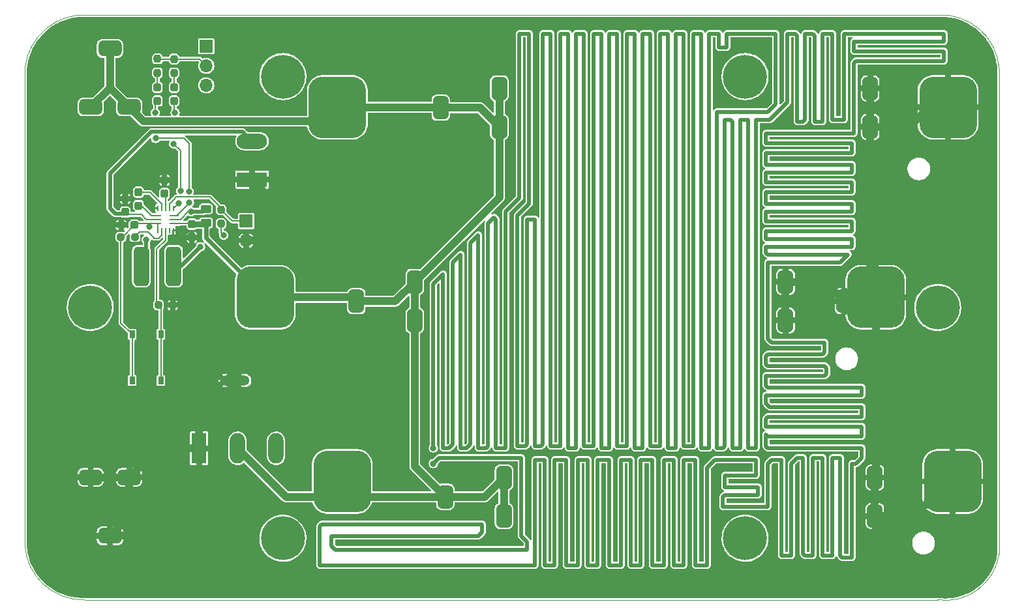
<source format=gbr>
%TF.GenerationSoftware,KiCad,Pcbnew,(6.0.7)*%
%TF.CreationDate,2022-11-15T15:08:31+02:00*%
%TF.ProjectId,Cell_Holder_Board,43656c6c-5f48-46f6-9c64-65725f426f61,rev?*%
%TF.SameCoordinates,Original*%
%TF.FileFunction,Copper,L1,Top*%
%TF.FilePolarity,Positive*%
%FSLAX46Y46*%
G04 Gerber Fmt 4.6, Leading zero omitted, Abs format (unit mm)*
G04 Created by KiCad (PCBNEW (6.0.7)) date 2022-11-15 15:08:31*
%MOMM*%
%LPD*%
G01*
G04 APERTURE LIST*
G04 Aperture macros list*
%AMRoundRect*
0 Rectangle with rounded corners*
0 $1 Rounding radius*
0 $2 $3 $4 $5 $6 $7 $8 $9 X,Y pos of 4 corners*
0 Add a 4 corners polygon primitive as box body*
4,1,4,$2,$3,$4,$5,$6,$7,$8,$9,$2,$3,0*
0 Add four circle primitives for the rounded corners*
1,1,$1+$1,$2,$3*
1,1,$1+$1,$4,$5*
1,1,$1+$1,$6,$7*
1,1,$1+$1,$8,$9*
0 Add four rect primitives between the rounded corners*
20,1,$1+$1,$2,$3,$4,$5,0*
20,1,$1+$1,$4,$5,$6,$7,0*
20,1,$1+$1,$6,$7,$8,$9,0*
20,1,$1+$1,$8,$9,$2,$3,0*%
G04 Aperture macros list end*
%TA.AperFunction,Profile*%
%ADD10C,0.100000*%
%TD*%
%TA.AperFunction,ComponentPad*%
%ADD11C,3.600000*%
%TD*%
%TA.AperFunction,ConnectorPad*%
%ADD12C,5.700000*%
%TD*%
%TA.AperFunction,SMDPad,CuDef*%
%ADD13RoundRect,0.237500X-0.237500X0.250000X-0.237500X-0.250000X0.237500X-0.250000X0.237500X0.250000X0*%
%TD*%
%TA.AperFunction,ComponentPad*%
%ADD14R,1.700000X1.700000*%
%TD*%
%TA.AperFunction,ComponentPad*%
%ADD15O,1.700000X1.700000*%
%TD*%
%TA.AperFunction,SMDPad,CuDef*%
%ADD16RoundRect,0.237500X-0.237500X0.300000X-0.237500X-0.300000X0.237500X-0.300000X0.237500X0.300000X0*%
%TD*%
%TA.AperFunction,SMDPad,CuDef*%
%ADD17RoundRect,0.237500X-0.250000X-0.237500X0.250000X-0.237500X0.250000X0.237500X-0.250000X0.237500X0*%
%TD*%
%TA.AperFunction,SMDPad,CuDef*%
%ADD18RoundRect,0.237500X0.237500X-0.300000X0.237500X0.300000X-0.237500X0.300000X-0.237500X-0.300000X0*%
%TD*%
%TA.AperFunction,SMDPad,CuDef*%
%ADD19RoundRect,0.237500X0.237500X-0.250000X0.237500X0.250000X-0.237500X0.250000X-0.237500X-0.250000X0*%
%TD*%
%TA.AperFunction,SMDPad,CuDef*%
%ADD20RoundRect,0.237500X0.300000X0.237500X-0.300000X0.237500X-0.300000X-0.237500X0.300000X-0.237500X0*%
%TD*%
%TA.AperFunction,SMDPad,CuDef*%
%ADD21RoundRect,0.500000X-0.500000X-2.050000X0.500000X-2.050000X0.500000X2.050000X-0.500000X2.050000X0*%
%TD*%
%TA.AperFunction,SMDPad,CuDef*%
%ADD22R,1.300000X0.250000*%
%TD*%
%TA.AperFunction,SMDPad,CuDef*%
%ADD23R,0.250000X0.700000*%
%TD*%
%TA.AperFunction,SMDPad,CuDef*%
%ADD24RoundRect,0.237500X0.237500X-0.287500X0.237500X0.287500X-0.237500X0.287500X-0.237500X-0.287500X0*%
%TD*%
%TA.AperFunction,ComponentPad*%
%ADD25R,1.980000X3.960000*%
%TD*%
%TA.AperFunction,ComponentPad*%
%ADD26O,1.980000X3.960000*%
%TD*%
%TA.AperFunction,ComponentPad*%
%ADD27R,3.960000X1.980000*%
%TD*%
%TA.AperFunction,ComponentPad*%
%ADD28O,3.960000X1.980000*%
%TD*%
%TA.AperFunction,SMDPad,CuDef*%
%ADD29RoundRect,0.250000X-0.450000X0.262500X-0.450000X-0.262500X0.450000X-0.262500X0.450000X0.262500X0*%
%TD*%
%TA.AperFunction,SMDPad,CuDef*%
%ADD30R,0.700000X1.000000*%
%TD*%
%TA.AperFunction,ComponentPad*%
%ADD31C,1.300000*%
%TD*%
%TA.AperFunction,SMDPad,CuDef*%
%ADD32RoundRect,1.875000X-1.875000X-2.125000X1.875000X-2.125000X1.875000X2.125000X-1.875000X2.125000X0*%
%TD*%
%TA.AperFunction,ComponentPad*%
%ADD33RoundRect,0.500000X1.000000X0.500000X-1.000000X0.500000X-1.000000X-0.500000X1.000000X-0.500000X0*%
%TD*%
%TA.AperFunction,ComponentPad*%
%ADD34RoundRect,0.500000X-1.000000X-0.500000X1.000000X-0.500000X1.000000X0.500000X-1.000000X0.500000X0*%
%TD*%
%TA.AperFunction,ComponentPad*%
%ADD35RoundRect,0.500000X-0.500000X1.000000X-0.500000X-1.000000X0.500000X-1.000000X0.500000X1.000000X0*%
%TD*%
%TA.AperFunction,ComponentPad*%
%ADD36RoundRect,0.500000X0.500000X-1.000000X0.500000X1.000000X-0.500000X1.000000X-0.500000X-1.000000X0*%
%TD*%
%TA.AperFunction,ViaPad*%
%ADD37C,0.700000*%
%TD*%
%TA.AperFunction,ViaPad*%
%ADD38C,0.800000*%
%TD*%
%TA.AperFunction,Conductor*%
%ADD39C,0.200000*%
%TD*%
%TA.AperFunction,Conductor*%
%ADD40C,1.000000*%
%TD*%
%TA.AperFunction,Conductor*%
%ADD41C,0.500000*%
%TD*%
%TA.AperFunction,Conductor*%
%ADD42C,0.600000*%
%TD*%
%TA.AperFunction,Conductor*%
%ADD43C,0.750000*%
%TD*%
G04 APERTURE END LIST*
D10*
X157658800Y-34927400D02*
X47658800Y-34927400D01*
X165658800Y-104927400D02*
X165658800Y-41927400D01*
X157658800Y-110927402D02*
G75*
G03*
X165658800Y-104927400I1010310J6986252D01*
G01*
X39158800Y-41927400D02*
X39158800Y-103677400D01*
X165658813Y-41927399D02*
G75*
G03*
X157658800Y-34927400I-7530713J-535101D01*
G01*
X39158800Y-103677400D02*
G75*
G03*
X46908800Y-110927400I7563800J318200D01*
G01*
X46908800Y-110927400D02*
X157658800Y-110927400D01*
X47658801Y-34927391D02*
G75*
G03*
X39158800Y-41927400I-731661J-7772269D01*
G01*
%TO.C,NT1*%
G36*
X67721000Y-83073000D02*
G01*
X65121000Y-83073000D01*
X65121000Y-81773000D01*
X67721000Y-81773000D01*
X67721000Y-83073000D01*
G37*
%TD*%
D11*
%TO.P,H6,1,1*%
%TO.N,unconnected-(H6-Pad1)*%
X47658800Y-72927400D03*
D12*
X47658800Y-72927400D03*
%TD*%
D13*
%TO.P,R1,1*%
%TO.N,/NTC*%
X64643000Y-60225300D03*
%TO.P,R1,2*%
%TO.N,/VCC*%
X64643000Y-62050300D03*
%TD*%
D14*
%TO.P,JP1,1,A*%
%TO.N,Net-(C1-Pad1)*%
X62712600Y-38989000D03*
D15*
%TO.P,JP1,2,C*%
%TO.N,/BMS_LED*%
X62712600Y-41529000D03*
%TO.P,JP1,3,B*%
%TO.N,unconnected-(JP1-Pad3)*%
X62712600Y-44069000D03*
%TD*%
D16*
%TO.P,C5,1*%
%TO.N,+BATT*%
X60858400Y-62104100D03*
%TO.P,C5,2*%
%TO.N,GND*%
X60858400Y-63829100D03*
%TD*%
D17*
%TO.P,R2,1*%
%TO.N,/VCC*%
X51640100Y-63754000D03*
%TO.P,R2,2*%
%TO.N,/SEL*%
X53465100Y-63754000D03*
%TD*%
D12*
%TO.P,H5,1,1*%
%TO.N,unconnected-(H5-Pad1)*%
X72658800Y-42927400D03*
D11*
X72658800Y-42927400D03*
%TD*%
D12*
%TO.P,H2,1,1*%
%TO.N,unconnected-(H2-Pad1)*%
X132658800Y-102927400D03*
D11*
X132658800Y-102927400D03*
%TD*%
D18*
%TO.P,C3,1*%
%TO.N,/SW*%
X53924200Y-59688900D03*
%TO.P,C3,2*%
%TO.N,/BST*%
X53924200Y-57963900D03*
%TD*%
D19*
%TO.P,R5,1*%
%TO.N,Net-(R5-Pad1)*%
X58547000Y-42465000D03*
%TO.P,R5,2*%
%TO.N,/BMS_LED*%
X58547000Y-40640000D03*
%TD*%
D14*
%TO.P,J1,1,Pin_1*%
%TO.N,/NTC*%
X67893800Y-61691200D03*
D15*
%TO.P,J1,2,Pin_2*%
%TO.N,GND*%
X67893800Y-64231200D03*
%TD*%
D20*
%TO.P,C2,1*%
%TO.N,/VCC*%
X53390800Y-62204600D03*
%TO.P,C2,2*%
%TO.N,GND*%
X51665800Y-62204600D03*
%TD*%
D21*
%TO.P,L1,1,1*%
%TO.N,/SW*%
X54288000Y-67564000D03*
%TO.P,L1,2,2*%
%TO.N,/CSP*%
X58488000Y-67564000D03*
%TD*%
D22*
%TO.P,U1,1,SW*%
%TO.N,/SW*%
X56279400Y-60993400D03*
%TO.P,U1,2,VIN*%
%TO.N,Net-(C1-Pad1)*%
X56279400Y-61493400D03*
%TO.P,U1,3,VCC*%
%TO.N,/VCC*%
X56279400Y-61993400D03*
D23*
%TO.P,U1,4,CELL*%
X56429400Y-62943400D03*
%TO.P,U1,5,SEL*%
%TO.N,/SEL*%
X56929400Y-62943400D03*
%TO.P,U1,6,~{EN}*%
%TO.N,/~{EN}*%
X57429400Y-62943400D03*
%TO.P,U1,7,NC*%
%TO.N,unconnected-(U1-Pad7)*%
X57929400Y-62943400D03*
%TO.P,U1,8,AGND*%
%TO.N,GND*%
X58429400Y-62943400D03*
D22*
%TO.P,U1,9,BATT*%
%TO.N,+BATT*%
X58579400Y-61993400D03*
%TO.P,U1,10,CSP*%
%TO.N,/CSP*%
X58579400Y-61493400D03*
%TO.P,U1,11,~{CHGOK}*%
%TO.N,Net-(U1-Pad11)*%
X58579400Y-60993400D03*
D23*
%TO.P,U1,12,~{ACOK}*%
%TO.N,Net-(U1-Pad12)*%
X58429400Y-60043400D03*
%TO.P,U1,13,NTC*%
%TO.N,/NTC*%
X57929400Y-60043400D03*
%TO.P,U1,14,TMR*%
%TO.N,/TMR*%
X57429400Y-60043400D03*
%TO.P,U1,15,BST*%
%TO.N,/BST*%
X56929400Y-60043400D03*
%TO.P,U1,16,PGND*%
%TO.N,GND*%
X56429400Y-60043400D03*
%TD*%
D24*
%TO.P,D1,1,K*%
%TO.N,Net-(U1-Pad11)*%
X56388000Y-46087000D03*
%TO.P,D1,2,A*%
%TO.N,Net-(R4-Pad1)*%
X56388000Y-44337000D03*
%TD*%
D25*
%TO.P,J2,1,Pin_1*%
%TO.N,GND*%
X61772800Y-91236800D03*
D26*
%TO.P,J2,2,Pin_2*%
%TO.N,+BATT*%
X66772800Y-91236800D03*
%TO.P,J2,3,Pin_3*%
%TO.N,/Heater*%
X71772800Y-91236800D03*
%TD*%
D18*
%TO.P,C1,1*%
%TO.N,Net-(C1-Pad1)*%
X52197000Y-60527100D03*
%TO.P,C1,2*%
%TO.N,GND*%
X52197000Y-58802100D03*
%TD*%
D12*
%TO.P,H1,1,1*%
%TO.N,unconnected-(H1-Pad1)*%
X72658800Y-102927400D03*
D11*
X72658800Y-102927400D03*
%TD*%
%TO.P,H3,1,1*%
%TO.N,unconnected-(H3-Pad1)*%
X157658800Y-72927400D03*
D12*
X157658800Y-72927400D03*
%TD*%
D18*
%TO.P,C4,1*%
%TO.N,/TMR*%
X57302400Y-58114100D03*
%TO.P,C4,2*%
%TO.N,GND*%
X57302400Y-56389100D03*
%TD*%
D27*
%TO.P,J3,1,Pin_1*%
%TO.N,GND*%
X68656200Y-56311800D03*
D28*
%TO.P,J3,2,Pin_2*%
%TO.N,Net-(C1-Pad1)*%
X68656200Y-51311800D03*
%TD*%
D17*
%TO.P,R3,1*%
%TO.N,/~{EN}*%
X56542300Y-72618600D03*
%TO.P,R3,2*%
%TO.N,GND*%
X58367300Y-72618600D03*
%TD*%
D29*
%TO.P,R6,1*%
%TO.N,/CSP*%
X62661800Y-60121800D03*
%TO.P,R6,2*%
%TO.N,+BATT*%
X62661800Y-61946800D03*
%TD*%
D30*
%TO.P,SW1,1,A*%
%TO.N,/~{EN}*%
X56815600Y-82425800D03*
X56815600Y-76425800D03*
%TO.P,SW1,2,B*%
%TO.N,/VCC*%
X53115600Y-82425800D03*
X53115600Y-76425800D03*
%TD*%
D12*
%TO.P,H4,1,1*%
%TO.N,unconnected-(H4-Pad1)*%
X132658800Y-42927400D03*
D11*
X132658800Y-42927400D03*
%TD*%
D24*
%TO.P,D2,1,K*%
%TO.N,Net-(U1-Pad12)*%
X58547000Y-46087000D03*
%TO.P,D2,2,A*%
%TO.N,Net-(R5-Pad1)*%
X58547000Y-44337000D03*
%TD*%
D31*
%TO.P,NT1,1,1*%
%TO.N,GND*%
X65121000Y-82423000D03*
%TO.P,NT1,2,2*%
%TO.N,/Heater*%
X67721000Y-82423000D03*
%TD*%
D32*
%TO.P,BT3,1,+*%
%TO.N,+BATT*%
X80359600Y-95539200D03*
%TO.P,BT3,2,-*%
%TO.N,GND*%
X159619600Y-95539200D03*
%TD*%
%TO.P,BT1,1,+*%
%TO.N,+BATT*%
X79750000Y-46923600D03*
%TO.P,BT1,2,-*%
%TO.N,GND*%
X159010000Y-46923600D03*
%TD*%
D19*
%TO.P,R4,1*%
%TO.N,Net-(R4-Pad1)*%
X56388000Y-42441500D03*
%TO.P,R4,2*%
%TO.N,/BMS_LED*%
X56388000Y-40616500D03*
%TD*%
D32*
%TO.P,BT2,1,+*%
%TO.N,+BATT*%
X70377400Y-71612400D03*
%TO.P,BT2,2,-*%
%TO.N,GND*%
X149637400Y-71612400D03*
%TD*%
D33*
%TO.P,BT5,1,+*%
%TO.N,+BATT*%
X47713400Y-46875700D03*
X50213400Y-39275700D03*
X52713400Y-46875700D03*
D34*
%TO.P,BT5,2,-*%
%TO.N,GND*%
X50213400Y-102608700D03*
X47713400Y-95008700D03*
X52713400Y-95008700D03*
%TD*%
D35*
%TO.P,BT6,1,+*%
%TO.N,+BATT*%
X93758700Y-97538400D03*
X101358700Y-100038400D03*
X101358700Y-95038400D03*
D36*
%TO.P,BT6,2,-*%
%TO.N,GND*%
X149491700Y-95038400D03*
X157091700Y-97538400D03*
X149491700Y-100038400D03*
%TD*%
D35*
%TO.P,BT8,1,+*%
%TO.N,+BATT*%
X89789000Y-69621400D03*
X89789000Y-74621400D03*
X82189000Y-72121400D03*
D36*
%TO.P,BT8,2,-*%
%TO.N,GND*%
X137922000Y-69621400D03*
X145522000Y-72121400D03*
X137922000Y-74621400D03*
%TD*%
D35*
%TO.P,BT7,1,+*%
%TO.N,+BATT*%
X100761800Y-44475400D03*
X100761800Y-49475400D03*
X93161800Y-46975400D03*
D36*
%TO.P,BT7,2,-*%
%TO.N,GND*%
X148894800Y-44475400D03*
X148894800Y-49475400D03*
X156494800Y-46975400D03*
%TD*%
D37*
%TO.N,GND*%
X158988000Y-53607000D03*
X43988000Y-94607000D03*
X150988000Y-109607000D03*
X50988000Y-49607000D03*
X43988000Y-49607000D03*
X150988000Y-45607000D03*
X150988000Y-44607000D03*
X151988000Y-50607000D03*
X142988000Y-73607000D03*
X153988000Y-104607000D03*
X146988000Y-109607000D03*
X158988000Y-51607000D03*
X158988000Y-67607000D03*
X48988000Y-63607000D03*
X163988000Y-39607000D03*
X40988000Y-82607000D03*
X46988000Y-51607000D03*
X63988000Y-88607000D03*
X161988000Y-37607000D03*
X42988000Y-40607000D03*
X44988000Y-39607000D03*
X64988000Y-52607000D03*
X129988000Y-99607000D03*
X163988000Y-103607000D03*
X46988000Y-60607000D03*
X149988000Y-46607000D03*
X52988000Y-43607000D03*
X46988000Y-36607000D03*
X126988000Y-109607000D03*
X42988000Y-46607000D03*
X42988000Y-52607000D03*
X45988000Y-103607000D03*
X41988000Y-62607000D03*
X154988000Y-109607000D03*
X163988000Y-72607000D03*
X42988000Y-69607000D03*
X161988000Y-38607000D03*
X63988000Y-85607000D03*
X59988000Y-37607000D03*
X47988000Y-54607000D03*
X46988000Y-67607000D03*
X52988000Y-38607000D03*
X163988000Y-42607000D03*
X64988000Y-51607000D03*
X63988000Y-52607000D03*
X40988000Y-57607000D03*
X43988000Y-61607000D03*
X154988000Y-51607000D03*
X56988000Y-53607000D03*
X40988000Y-46607000D03*
X163988000Y-75607000D03*
X41988000Y-70607000D03*
X41988000Y-49607000D03*
X160988000Y-41607000D03*
X47988000Y-65607000D03*
X62988000Y-47607000D03*
X57988000Y-37607000D03*
X44988000Y-55607000D03*
X43988000Y-59607000D03*
X135988000Y-109607000D03*
X60988000Y-38607000D03*
X163988000Y-55607000D03*
X67988000Y-59607000D03*
X44988000Y-61607000D03*
X156988000Y-52607000D03*
X54988000Y-37607000D03*
X62988000Y-51607000D03*
X63988000Y-42607000D03*
X162988000Y-52607000D03*
X44988000Y-50607000D03*
X161988000Y-67607000D03*
X54988000Y-41607000D03*
X153988000Y-52607000D03*
X40988000Y-90607000D03*
X73988000Y-39607000D03*
X53988000Y-56607000D03*
X40988000Y-40607000D03*
X159988000Y-39607000D03*
X95988000Y-98607000D03*
X94988000Y-38607000D03*
X158988000Y-55607000D03*
X69988000Y-54607000D03*
X47988000Y-59607000D03*
X131988000Y-106607000D03*
X67988000Y-54607000D03*
X46988000Y-65607000D03*
X84988000Y-73607000D03*
X162988000Y-51607000D03*
X65988000Y-59607000D03*
X40988000Y-47607000D03*
X43988000Y-70607000D03*
X65988000Y-87607000D03*
X58988000Y-36607000D03*
X117988000Y-109607000D03*
X50988000Y-52607000D03*
X73988000Y-91607000D03*
X47988000Y-58607000D03*
X162988000Y-107607000D03*
X65988000Y-83607000D03*
X52988000Y-50607000D03*
X47988000Y-101607000D03*
X63988000Y-90607000D03*
X160988000Y-55607000D03*
X65988000Y-88607000D03*
X52988000Y-36607000D03*
X152988000Y-47607000D03*
X42988000Y-94607000D03*
X46988000Y-54607000D03*
X41988000Y-73607000D03*
X51988000Y-55607000D03*
X58988000Y-38607000D03*
X73988000Y-98607000D03*
X49988000Y-93607000D03*
X73988000Y-90607000D03*
X48988000Y-69607000D03*
X65988000Y-57607000D03*
X163988000Y-52607000D03*
X46988000Y-48607000D03*
X60988000Y-67607000D03*
X64988000Y-91607000D03*
X43988000Y-53607000D03*
X104988000Y-109607000D03*
X91988000Y-98607000D03*
X40988000Y-49607000D03*
X62988000Y-52607000D03*
X63988000Y-45607000D03*
X54988000Y-53607000D03*
X51988000Y-51607000D03*
X63988000Y-87607000D03*
D38*
X89662000Y-60452000D03*
D37*
X40988000Y-73607000D03*
X64988000Y-84607000D03*
X74988000Y-87607000D03*
X153988000Y-72607000D03*
X161988000Y-74607000D03*
X163988000Y-104607000D03*
X160988000Y-108607000D03*
X162988000Y-53607000D03*
X54988000Y-72607000D03*
X40988000Y-71607000D03*
X52988000Y-39607000D03*
X41988000Y-69607000D03*
X101988000Y-46607000D03*
X53988000Y-54607000D03*
X41988000Y-94607000D03*
X64988000Y-57607000D03*
X44988000Y-40607000D03*
X114988000Y-109607000D03*
X150988000Y-42607000D03*
X40988000Y-50607000D03*
X43988000Y-45607000D03*
X147988000Y-109607000D03*
X156988000Y-106607000D03*
X53988000Y-36607000D03*
X151988000Y-42607000D03*
X161988000Y-54607000D03*
X50988000Y-70607000D03*
X162988000Y-105607000D03*
X154988000Y-108607000D03*
X155988000Y-106607000D03*
X47988000Y-64607000D03*
X43988000Y-37607000D03*
X160988000Y-67607000D03*
X68988000Y-66607000D03*
X42988000Y-63607000D03*
X163988000Y-45607000D03*
X45988000Y-65607000D03*
X160988000Y-109607000D03*
X162988000Y-42607000D03*
X72988000Y-87607000D03*
X42988000Y-56607000D03*
X56988000Y-38607000D03*
X74988000Y-89607000D03*
X44988000Y-75607000D03*
X154988000Y-96607000D03*
X46988000Y-39607000D03*
X45988000Y-68607000D03*
X124988000Y-109607000D03*
X159988000Y-37607000D03*
X40988000Y-63607000D03*
X60988000Y-47607000D03*
X57988000Y-38607000D03*
X69988000Y-39607000D03*
X162988000Y-73607000D03*
D38*
X59588400Y-72567800D03*
D37*
X163988000Y-97607000D03*
X137988000Y-109607000D03*
X161988000Y-71607000D03*
X153988000Y-43607000D03*
X49988000Y-104607000D03*
X151988000Y-51607000D03*
X53988000Y-55607000D03*
X130988000Y-99607000D03*
X65988000Y-58607000D03*
X144988000Y-109607000D03*
X160988000Y-70607000D03*
X69988000Y-91607000D03*
X42988000Y-39607000D03*
X49988000Y-48607000D03*
X48988000Y-53607000D03*
X42988000Y-65607000D03*
X64988000Y-87607000D03*
X159988000Y-51607000D03*
X41988000Y-61607000D03*
X152988000Y-43607000D03*
X110988000Y-109607000D03*
X50988000Y-71607000D03*
X40988000Y-81607000D03*
X65988000Y-80607000D03*
X41988000Y-68607000D03*
X41988000Y-59607000D03*
X63988000Y-47607000D03*
X44988000Y-43607000D03*
X64988000Y-58607000D03*
X40988000Y-65607000D03*
X101988000Y-51607000D03*
X160988000Y-36607000D03*
X65988000Y-79607000D03*
X143988000Y-78607000D03*
X129988000Y-106607000D03*
X44988000Y-65607000D03*
X41988000Y-71607000D03*
X156988000Y-109607000D03*
X43988000Y-71607000D03*
X42988000Y-59607000D03*
X43988000Y-36607000D03*
X40988000Y-95607000D03*
X62988000Y-55607000D03*
X153988000Y-102607000D03*
X130988000Y-109607000D03*
X154988000Y-75607000D03*
X52988000Y-54607000D03*
X63988000Y-54607000D03*
X46988000Y-37607000D03*
X87988000Y-75607000D03*
X50988000Y-74607000D03*
X44988000Y-45607000D03*
X45988000Y-101607000D03*
X58988000Y-93607000D03*
X53988000Y-37607000D03*
X55988000Y-54607000D03*
X74988000Y-90607000D03*
X61988000Y-67607000D03*
X49988000Y-37607000D03*
X69988000Y-90607000D03*
X138988000Y-109607000D03*
X163988000Y-54607000D03*
X79988000Y-73607000D03*
X62988000Y-53607000D03*
X147988000Y-97607000D03*
X55988000Y-36607000D03*
X60988000Y-68607000D03*
X143988000Y-109607000D03*
X41988000Y-107607000D03*
X159988000Y-38607000D03*
X48988000Y-62607000D03*
X45988000Y-69607000D03*
X145988000Y-77607000D03*
X64988000Y-89607000D03*
X49988000Y-53607000D03*
X44988000Y-68607000D03*
X153988000Y-46607000D03*
X45988000Y-39607000D03*
X49988000Y-63607000D03*
X97988000Y-95607000D03*
X50988000Y-48607000D03*
X157988000Y-54607000D03*
X40988000Y-54607000D03*
X44988000Y-94607000D03*
X151988000Y-43607000D03*
X101988000Y-102607000D03*
X56988000Y-54607000D03*
X50988000Y-67607000D03*
X41988000Y-57607000D03*
X49988000Y-66607000D03*
X107988000Y-109607000D03*
X162988000Y-41607000D03*
X111988000Y-109607000D03*
X98988000Y-51607000D03*
X43988000Y-38607000D03*
X63988000Y-84607000D03*
X45988000Y-50607000D03*
X65988000Y-53607000D03*
X46988000Y-50607000D03*
X49988000Y-69607000D03*
X54988000Y-44607000D03*
X48988000Y-36607000D03*
X95988000Y-95607000D03*
X105988000Y-109607000D03*
X61988000Y-36607000D03*
X63988000Y-55607000D03*
X163988000Y-106607000D03*
X43988000Y-57607000D03*
X59988000Y-45607000D03*
X153988000Y-42607000D03*
X54988000Y-40607000D03*
X45988000Y-40607000D03*
X157988000Y-51607000D03*
X41988000Y-47607000D03*
X46988000Y-52607000D03*
X40988000Y-55607000D03*
X163988000Y-40607000D03*
X66988000Y-86607000D03*
X64988000Y-80607000D03*
X66988000Y-54607000D03*
X46988000Y-43607000D03*
X48988000Y-57607000D03*
X52988000Y-44607000D03*
X153988000Y-71607000D03*
X161988000Y-39607000D03*
X153988000Y-45607000D03*
X65988000Y-55607000D03*
X48988000Y-59607000D03*
X45988000Y-53607000D03*
X159988000Y-53607000D03*
X162988000Y-55607000D03*
X45988000Y-55607000D03*
X40988000Y-84607000D03*
X87988000Y-74607000D03*
X47988000Y-37607000D03*
X42988000Y-57607000D03*
X63988000Y-86607000D03*
X41988000Y-44607000D03*
X41988000Y-60607000D03*
X65988000Y-51607000D03*
X43988000Y-54607000D03*
X53988000Y-42607000D03*
X61988000Y-46607000D03*
X43988000Y-64607000D03*
X84988000Y-70607000D03*
X112988000Y-109607000D03*
X41988000Y-64607000D03*
X160988000Y-39607000D03*
X67988000Y-58607000D03*
X151988000Y-108607000D03*
X42988000Y-95607000D03*
X152988000Y-42607000D03*
X43988000Y-63607000D03*
X50988000Y-51607000D03*
X46988000Y-40607000D03*
X130988000Y-106607000D03*
X141988000Y-109607000D03*
X40988000Y-79607000D03*
X132988000Y-109607000D03*
X40988000Y-85607000D03*
X158988000Y-54607000D03*
X46988000Y-53607000D03*
X40988000Y-91607000D03*
X63988000Y-79607000D03*
X162988000Y-104607000D03*
X41988000Y-95607000D03*
X43988000Y-69607000D03*
X160988000Y-38607000D03*
X160988000Y-74607000D03*
X66988000Y-59607000D03*
X42988000Y-68607000D03*
X48988000Y-68607000D03*
X132988000Y-106607000D03*
X50988000Y-75607000D03*
X45988000Y-57607000D03*
X65988000Y-54607000D03*
X40988000Y-43607000D03*
X66988000Y-80607000D03*
X135988000Y-101607000D03*
X66988000Y-79607000D03*
X47988000Y-41607000D03*
X161988000Y-70607000D03*
X66988000Y-88607000D03*
X42988000Y-71607000D03*
X70988000Y-53607000D03*
X162988000Y-38607000D03*
X48988000Y-55607000D03*
X59988000Y-38607000D03*
X46988000Y-64607000D03*
X45988000Y-67607000D03*
X47988000Y-48607000D03*
X48988000Y-56607000D03*
X61988000Y-57607000D03*
X155988000Y-109607000D03*
X163988000Y-74607000D03*
X50988000Y-50607000D03*
X43988000Y-104607000D03*
X44988000Y-52607000D03*
X48988000Y-58607000D03*
X155988000Y-51607000D03*
X44988000Y-60607000D03*
X50988000Y-69607000D03*
D38*
X50393600Y-62204600D03*
D37*
X46988000Y-59607000D03*
X63988000Y-80607000D03*
X68988000Y-53607000D03*
X83988000Y-70607000D03*
X153988000Y-75607000D03*
X66988000Y-53607000D03*
X62988000Y-36607000D03*
X154988000Y-52607000D03*
X118988000Y-109607000D03*
X67988000Y-88607000D03*
X60988000Y-46607000D03*
X64988000Y-53607000D03*
X43988000Y-73607000D03*
X155988000Y-107607000D03*
X68988000Y-65607000D03*
X161988000Y-40607000D03*
X122988000Y-109607000D03*
X161988000Y-41607000D03*
X51988000Y-37607000D03*
X144988000Y-77607000D03*
X151988000Y-104607000D03*
X163988000Y-43607000D03*
X54988000Y-56607000D03*
X49988000Y-51607000D03*
X41988000Y-53607000D03*
X43988000Y-60607000D03*
X47988000Y-56607000D03*
X160988000Y-37607000D03*
X162988000Y-71607000D03*
X47988000Y-61607000D03*
X49988000Y-65607000D03*
X51988000Y-41607000D03*
X58988000Y-37607000D03*
X59988000Y-92607000D03*
X159988000Y-67607000D03*
X46988000Y-44607000D03*
X42988000Y-73607000D03*
X153988000Y-44607000D03*
X53988000Y-39607000D03*
X60988000Y-42607000D03*
X154988000Y-42607000D03*
X64988000Y-54607000D03*
X59988000Y-89607000D03*
X45988000Y-59607000D03*
X108988000Y-109607000D03*
X42988000Y-60607000D03*
X43988000Y-40607000D03*
X58988000Y-92607000D03*
X158988000Y-109607000D03*
X43988000Y-43607000D03*
X56988000Y-36607000D03*
X40988000Y-53607000D03*
X49988000Y-52607000D03*
X163988000Y-53607000D03*
X41988000Y-40607000D03*
X47988000Y-36607000D03*
X40988000Y-93607000D03*
X41988000Y-42607000D03*
X62988000Y-57607000D03*
X63988000Y-57607000D03*
X40988000Y-60607000D03*
X50988000Y-68607000D03*
X48988000Y-48607000D03*
X45988000Y-102607000D03*
X46988000Y-55607000D03*
X51988000Y-48607000D03*
X163988000Y-73607000D03*
X61988000Y-52607000D03*
X69988000Y-86607000D03*
X69988000Y-89607000D03*
X41988000Y-50607000D03*
X162988000Y-54607000D03*
X85988000Y-70607000D03*
X162988000Y-72607000D03*
X48988000Y-61607000D03*
X44988000Y-67607000D03*
X96988000Y-98607000D03*
X116988000Y-109607000D03*
X57988000Y-54607000D03*
X152988000Y-109607000D03*
X43988000Y-46607000D03*
X43988000Y-55607000D03*
X43988000Y-93607000D03*
X63988000Y-51607000D03*
X45988000Y-52607000D03*
X150988000Y-108607000D03*
X45988000Y-62607000D03*
X159988000Y-108607000D03*
X47988000Y-55607000D03*
X162988000Y-70607000D03*
X156988000Y-108607000D03*
X151988000Y-45607000D03*
X158988000Y-108607000D03*
X162988000Y-103607000D03*
X156988000Y-105607000D03*
X142988000Y-72607000D03*
X41988000Y-72607000D03*
X42988000Y-66607000D03*
X61988000Y-54607000D03*
X43988000Y-102607000D03*
X44988000Y-57607000D03*
X59988000Y-43607000D03*
X45988000Y-38607000D03*
X74988000Y-39607000D03*
X55988000Y-53607000D03*
X43988000Y-58607000D03*
X133988000Y-109607000D03*
X157988000Y-109607000D03*
X58988000Y-88607000D03*
X61988000Y-55607000D03*
X40988000Y-39607000D03*
X40988000Y-66607000D03*
X40988000Y-94607000D03*
X41988000Y-41607000D03*
X146988000Y-77607000D03*
X47988000Y-43607000D03*
D38*
X135128000Y-38354000D03*
D37*
X42988000Y-41607000D03*
X150988000Y-47607000D03*
X136988000Y-109607000D03*
X83988000Y-73607000D03*
X54988000Y-38607000D03*
X74988000Y-92607000D03*
X46988000Y-56607000D03*
X121988000Y-109607000D03*
X151988000Y-103607000D03*
X40988000Y-86607000D03*
X45988000Y-51607000D03*
X153988000Y-105607000D03*
X42988000Y-47607000D03*
X73988000Y-86607000D03*
X86988000Y-73607000D03*
X43988000Y-39607000D03*
X40988000Y-72607000D03*
X40988000Y-52607000D03*
X91988000Y-49607000D03*
X47988000Y-68607000D03*
X43988000Y-72607000D03*
X74988000Y-86607000D03*
X54988000Y-54607000D03*
X41988000Y-55607000D03*
X64988000Y-79607000D03*
X109988000Y-109607000D03*
X51988000Y-42607000D03*
X55988000Y-56607000D03*
X63988000Y-53607000D03*
X51988000Y-43607000D03*
X159988000Y-109607000D03*
X65988000Y-85607000D03*
X48988000Y-65607000D03*
X135988000Y-105607000D03*
X45988000Y-49607000D03*
X160988000Y-53607000D03*
X40988000Y-92607000D03*
X47988000Y-38607000D03*
X152988000Y-44607000D03*
X43988000Y-66607000D03*
X148988000Y-109607000D03*
X162988000Y-74607000D03*
X120988000Y-109607000D03*
X44988000Y-93607000D03*
X161988000Y-55607000D03*
X63988000Y-91607000D03*
X53988000Y-40607000D03*
X44988000Y-63607000D03*
X55988000Y-94607000D03*
D38*
X51130200Y-58775600D03*
D37*
X44988000Y-37607000D03*
X40988000Y-42607000D03*
X153988000Y-73607000D03*
X64988000Y-90607000D03*
X49988000Y-50607000D03*
X44988000Y-69607000D03*
X44988000Y-62607000D03*
X46988000Y-49607000D03*
X42988000Y-50607000D03*
X161988000Y-73607000D03*
X60988000Y-37607000D03*
X46988000Y-63607000D03*
X156988000Y-51607000D03*
X41988000Y-74607000D03*
X74988000Y-85607000D03*
X74988000Y-88607000D03*
X153988000Y-109607000D03*
X40988000Y-106607000D03*
X67988000Y-79607000D03*
X47988000Y-53607000D03*
X46988000Y-38607000D03*
X149988000Y-109607000D03*
X161988000Y-52607000D03*
X41988000Y-38607000D03*
X153988000Y-106607000D03*
X163988000Y-44607000D03*
X48988000Y-52607000D03*
X46988000Y-101607000D03*
X67988000Y-66607000D03*
X42988000Y-72607000D03*
X68988000Y-59607000D03*
X48988000Y-49607000D03*
X55988000Y-37607000D03*
X61988000Y-51607000D03*
X155988000Y-105607000D03*
X143988000Y-79607000D03*
X52988000Y-37607000D03*
X42988000Y-55607000D03*
X66988000Y-87607000D03*
X123988000Y-109607000D03*
X128988000Y-109607000D03*
X44988000Y-58607000D03*
X98988000Y-98607000D03*
X48988000Y-64607000D03*
D38*
X58394600Y-63957200D03*
D37*
X43988000Y-75607000D03*
X64988000Y-92607000D03*
X59988000Y-44607000D03*
X42988000Y-53607000D03*
X48988000Y-54607000D03*
X43988000Y-50607000D03*
X43988000Y-48607000D03*
X42988000Y-44607000D03*
X72988000Y-88607000D03*
X69988000Y-105607000D03*
X157988000Y-53607000D03*
X70988000Y-52607000D03*
X73988000Y-92607000D03*
X48988000Y-42607000D03*
X47988000Y-42607000D03*
X45988000Y-48607000D03*
X161988000Y-72607000D03*
X119988000Y-109607000D03*
X163988000Y-41607000D03*
X73988000Y-87607000D03*
X87988000Y-73607000D03*
X134988000Y-106607000D03*
X113988000Y-109607000D03*
X156988000Y-67607000D03*
X40988000Y-64607000D03*
X152988000Y-50607000D03*
X54988000Y-52607000D03*
X40988000Y-70607000D03*
X51988000Y-56607000D03*
X43988000Y-62607000D03*
X47988000Y-49607000D03*
D38*
X53594000Y-72644000D03*
D37*
X44988000Y-51607000D03*
X45988000Y-60607000D03*
X133988000Y-99607000D03*
X47988000Y-52607000D03*
X150988000Y-46607000D03*
X67988000Y-87607000D03*
X140988000Y-109607000D03*
X94988000Y-40607000D03*
X40988000Y-83607000D03*
X154988000Y-106607000D03*
X41988000Y-46607000D03*
X161988000Y-53607000D03*
X44988000Y-42607000D03*
X55676800Y-59715400D03*
X64988000Y-93607000D03*
X41988000Y-54607000D03*
X40988000Y-48607000D03*
X47988000Y-63607000D03*
X42988000Y-74607000D03*
X44988000Y-64607000D03*
X63988000Y-93607000D03*
X87988000Y-68607000D03*
X52988000Y-41607000D03*
X85988000Y-73607000D03*
X59988000Y-42607000D03*
X162988000Y-102607000D03*
X42988000Y-45607000D03*
X50988000Y-37607000D03*
X133988000Y-106607000D03*
X52988000Y-56607000D03*
X86988000Y-95607000D03*
X55988000Y-52607000D03*
X48988000Y-37607000D03*
X52988000Y-49607000D03*
X42988000Y-62607000D03*
X72988000Y-86607000D03*
X41988000Y-48607000D03*
X74988000Y-99607000D03*
X44988000Y-36607000D03*
X57988000Y-53607000D03*
X157988000Y-67607000D03*
X40988000Y-56607000D03*
X125988000Y-109607000D03*
X40988000Y-45607000D03*
X44988000Y-46607000D03*
X56988000Y-52607000D03*
X42988000Y-43607000D03*
X42988000Y-75607000D03*
X46988000Y-42607000D03*
X43988000Y-56607000D03*
X42988000Y-42607000D03*
X106988000Y-109607000D03*
X63988000Y-36607000D03*
X157988000Y-52607000D03*
X54988000Y-95607000D03*
X160988000Y-52607000D03*
X48988000Y-51607000D03*
X44988000Y-47607000D03*
X161988000Y-108607000D03*
X42988000Y-70607000D03*
X98988000Y-43607000D03*
X161988000Y-75607000D03*
X163988000Y-46607000D03*
X49988000Y-47607000D03*
X52988000Y-40607000D03*
X98988000Y-44607000D03*
X61988000Y-47607000D03*
X45988000Y-36607000D03*
X59988000Y-93607000D03*
X42988000Y-54607000D03*
X163988000Y-102607000D03*
X54988000Y-55607000D03*
X43988000Y-42607000D03*
X135988000Y-106607000D03*
X150988000Y-51607000D03*
X42988000Y-48607000D03*
X48988000Y-66607000D03*
X44988000Y-56607000D03*
X98988000Y-45607000D03*
X60988000Y-39607000D03*
X50988000Y-65607000D03*
X44988000Y-66607000D03*
X42988000Y-38607000D03*
X47988000Y-62607000D03*
X63988000Y-83607000D03*
X63988000Y-92607000D03*
X55988000Y-55607000D03*
X53988000Y-44607000D03*
X67988000Y-80607000D03*
D38*
X60452000Y-65278000D03*
D37*
X75988000Y-100607000D03*
X54988000Y-42607000D03*
X45988000Y-44607000D03*
X44988000Y-49607000D03*
X64988000Y-55607000D03*
X65988000Y-52607000D03*
X41988000Y-51607000D03*
X43988000Y-52607000D03*
X41988000Y-39607000D03*
X43988000Y-67607000D03*
X115988000Y-109607000D03*
X53988000Y-53607000D03*
X127988000Y-109607000D03*
X52988000Y-42607000D03*
X42988000Y-61607000D03*
X161988000Y-51607000D03*
X61988000Y-45607000D03*
X154988000Y-105607000D03*
X139988000Y-109607000D03*
X45988000Y-56607000D03*
X74988000Y-91607000D03*
X152988000Y-45607000D03*
X41988000Y-93607000D03*
X73988000Y-89607000D03*
X45988000Y-63607000D03*
X49988000Y-67607000D03*
X156988000Y-55607000D03*
X163988000Y-105607000D03*
X43988000Y-44607000D03*
X134988000Y-109607000D03*
X61988000Y-56607000D03*
X51988000Y-49607000D03*
X88988000Y-95607000D03*
X47988000Y-40607000D03*
X162988000Y-39607000D03*
X48988000Y-41607000D03*
X45988000Y-66607000D03*
X48988000Y-50607000D03*
X153988000Y-108607000D03*
X43988000Y-74607000D03*
X152988000Y-46607000D03*
D38*
X58318400Y-56388000D03*
D37*
X44988000Y-95607000D03*
X62988000Y-46607000D03*
X157988000Y-55607000D03*
X160988000Y-54607000D03*
X55988000Y-38607000D03*
X98988000Y-50607000D03*
X43988000Y-41607000D03*
X43988000Y-68607000D03*
X51988000Y-36607000D03*
X41988000Y-75607000D03*
X73988000Y-99607000D03*
X159988000Y-41607000D03*
X163988000Y-47607000D03*
X42988000Y-49607000D03*
X68988000Y-39607000D03*
X151988000Y-44607000D03*
X66988000Y-58607000D03*
X151988000Y-109607000D03*
X53988000Y-43607000D03*
X162988000Y-106607000D03*
X44988000Y-48607000D03*
X41988000Y-43607000D03*
X145988000Y-109607000D03*
X40988000Y-75607000D03*
X143988000Y-77607000D03*
X45988000Y-58607000D03*
X159988000Y-52607000D03*
X43988000Y-95607000D03*
X60988000Y-45607000D03*
X40988000Y-69607000D03*
X163988000Y-48607000D03*
X62988000Y-56607000D03*
X50988000Y-66607000D03*
X142988000Y-109607000D03*
X49988000Y-36607000D03*
X103988000Y-109607000D03*
X153988000Y-50607000D03*
X47988000Y-102607000D03*
X154988000Y-107607000D03*
X75988000Y-101607000D03*
X87988000Y-95607000D03*
X41988000Y-52607000D03*
X150988000Y-43607000D03*
X47988000Y-67607000D03*
X69988000Y-88607000D03*
X44988000Y-59607000D03*
X87988000Y-67607000D03*
X45988000Y-37607000D03*
X75988000Y-98607000D03*
X45988000Y-43607000D03*
X63988000Y-56607000D03*
X151988000Y-46607000D03*
X58988000Y-89607000D03*
X61988000Y-53607000D03*
X59988000Y-88607000D03*
X163988000Y-49607000D03*
X70988000Y-54607000D03*
X59988000Y-36607000D03*
X160988000Y-71607000D03*
X45988000Y-41607000D03*
X50988000Y-36607000D03*
X93988000Y-49607000D03*
X42988000Y-93607000D03*
X40988000Y-80607000D03*
X157988000Y-108607000D03*
X54988000Y-45607000D03*
X131988000Y-109607000D03*
X64988000Y-56607000D03*
X64988000Y-88607000D03*
X45988000Y-42607000D03*
X96988000Y-95607000D03*
X41988000Y-58607000D03*
X60988000Y-36607000D03*
X129988000Y-109607000D03*
X153988000Y-103607000D03*
X60988000Y-43607000D03*
X57988000Y-36607000D03*
X93988000Y-41607000D03*
X65988000Y-56607000D03*
X74988000Y-98607000D03*
X155988000Y-108607000D03*
X59988000Y-39607000D03*
X41988000Y-65607000D03*
X44988000Y-54607000D03*
X47988000Y-51607000D03*
X43988000Y-103607000D03*
X40988000Y-78607000D03*
X48988000Y-60607000D03*
X47988000Y-66607000D03*
X75988000Y-99607000D03*
X62988000Y-45607000D03*
X44988000Y-44607000D03*
X45988000Y-64607000D03*
X65988000Y-86607000D03*
X46988000Y-57607000D03*
X53988000Y-41607000D03*
X156988000Y-53607000D03*
X40988000Y-77607000D03*
X154988000Y-50607000D03*
X46988000Y-62607000D03*
X42988000Y-67607000D03*
X64988000Y-85607000D03*
X163988000Y-71607000D03*
X102988000Y-109607000D03*
X49988000Y-49607000D03*
X44988000Y-53607000D03*
X150988000Y-50607000D03*
X47988000Y-50607000D03*
X64988000Y-86607000D03*
X69988000Y-53607000D03*
X46988000Y-68607000D03*
X41988000Y-67607000D03*
X40988000Y-62607000D03*
X44988000Y-41607000D03*
X47988000Y-60607000D03*
X41988000Y-66607000D03*
X63988000Y-89607000D03*
X40988000Y-68607000D03*
X163988000Y-70607000D03*
X41988000Y-56607000D03*
X40988000Y-59607000D03*
X135988000Y-104607000D03*
X46988000Y-102607000D03*
X163988000Y-50607000D03*
X162988000Y-40607000D03*
X149988000Y-51607000D03*
X52988000Y-55607000D03*
X92988000Y-49607000D03*
X63988000Y-46607000D03*
X46988000Y-61607000D03*
X41988000Y-63607000D03*
X42988000Y-51607000D03*
X152988000Y-51607000D03*
X53988000Y-38607000D03*
X163988000Y-51607000D03*
X40988000Y-61607000D03*
X43988000Y-65607000D03*
X45988000Y-54607000D03*
X42988000Y-58607000D03*
X160988000Y-40607000D03*
X42988000Y-64607000D03*
X158988000Y-52607000D03*
X72988000Y-85607000D03*
X40988000Y-44607000D03*
X49988000Y-64607000D03*
X46988000Y-41607000D03*
X41988000Y-45607000D03*
X160988000Y-51607000D03*
X42988000Y-108607000D03*
X47988000Y-57607000D03*
X45988000Y-61607000D03*
X159988000Y-54607000D03*
X60988000Y-44607000D03*
X43988000Y-47607000D03*
X153988000Y-51607000D03*
X97988000Y-98607000D03*
X40988000Y-74607000D03*
X62988000Y-54607000D03*
X69988000Y-87607000D03*
X155988000Y-52607000D03*
X40988000Y-76607000D03*
X48988000Y-67607000D03*
X159988000Y-36607000D03*
X40988000Y-51607000D03*
X44988000Y-38607000D03*
X65988000Y-84607000D03*
X40988000Y-41607000D03*
X54988000Y-36607000D03*
X162988000Y-75607000D03*
X151988000Y-47607000D03*
X62988000Y-88607000D03*
X68988000Y-54607000D03*
X49988000Y-68607000D03*
X47988000Y-39607000D03*
X42988000Y-37607000D03*
X40988000Y-58607000D03*
X67988000Y-53607000D03*
X152988000Y-108607000D03*
X159988000Y-55607000D03*
D38*
X63804800Y-68097400D03*
D37*
X73988000Y-88607000D03*
X70988000Y-39607000D03*
X153988000Y-107607000D03*
X156988000Y-107607000D03*
X73988000Y-85607000D03*
X54988000Y-43607000D03*
X46988000Y-66607000D03*
X129988000Y-105607000D03*
X153988000Y-74607000D03*
X72988000Y-98607000D03*
X54988000Y-39607000D03*
X56988000Y-37607000D03*
X40988000Y-67607000D03*
X43988000Y-51607000D03*
X160988000Y-75607000D03*
X46988000Y-58607000D03*
X51988000Y-50607000D03*
X159988000Y-40607000D03*
D38*
%TO.N,/VCC*%
X64973200Y-63550800D03*
X55349224Y-62462294D03*
%TO.N,/SW*%
X54940200Y-64109600D03*
X53924200Y-59688900D03*
%TO.N,+BATT*%
X66772800Y-91236800D03*
%TO.N,/CSP*%
X61976000Y-65024000D03*
X60756800Y-60477400D03*
%TO.N,Net-(U1-Pad11)*%
X60528200Y-59271900D03*
X60502800Y-57872900D03*
X56150488Y-50963700D03*
X56108600Y-47625000D03*
%TO.N,Net-(U1-Pad12)*%
X58674000Y-47643100D03*
X59385200Y-57785000D03*
X59131200Y-59359800D03*
X58496200Y-51663200D03*
%TO.N,/Heater*%
X92202000Y-91186000D03*
X92202000Y-93218000D03*
%TD*%
D39*
%TO.N,Net-(U1-Pad12)*%
X58547000Y-47516100D02*
X58674000Y-47643100D01*
X58547000Y-46087000D02*
X58547000Y-47516100D01*
%TO.N,Net-(R5-Pad1)*%
X58547000Y-42465000D02*
X58547000Y-44337000D01*
%TO.N,/BMS_LED*%
X61823600Y-40640000D02*
X62712600Y-41529000D01*
X58547000Y-40640000D02*
X61823600Y-40640000D01*
X56411500Y-40640000D02*
X58547000Y-40640000D01*
X56388000Y-40616500D02*
X56411500Y-40640000D01*
%TO.N,Net-(R4-Pad1)*%
X56388000Y-44337000D02*
X56388000Y-42441500D01*
%TO.N,Net-(U1-Pad11)*%
X56108600Y-46366400D02*
X56388000Y-46087000D01*
X56108600Y-47625000D02*
X56108600Y-46366400D01*
D40*
%TO.N,GND*%
X60706000Y-108305600D02*
X148717000Y-108305600D01*
X67893800Y-64231200D02*
X69703000Y-64231200D01*
X137922000Y-69621400D02*
X143022000Y-69621400D01*
D39*
X56429400Y-60043400D02*
X56004800Y-60043400D01*
D40*
X69703000Y-64231200D02*
X70256400Y-63677800D01*
X149491700Y-95038400D02*
X149491700Y-100038400D01*
D39*
X51156700Y-58802100D02*
X51130200Y-58775600D01*
D40*
X148894800Y-49475400D02*
X148894800Y-70869800D01*
X63779400Y-68097400D02*
X61772800Y-70104000D01*
X52713400Y-100108700D02*
X50213400Y-102608700D01*
D39*
X51665800Y-62204600D02*
X50393600Y-62204600D01*
D40*
X56485300Y-91236800D02*
X61772800Y-91236800D01*
X148717000Y-108305600D02*
X150190200Y-106832400D01*
D39*
X58394600Y-63957200D02*
X58429400Y-63922400D01*
D40*
X143022000Y-69621400D02*
X145522000Y-72121400D01*
X150190200Y-106832400D02*
X150190200Y-100736900D01*
D39*
X58317300Y-56389100D02*
X58318400Y-56388000D01*
X60858400Y-63829100D02*
X59972700Y-62943400D01*
D40*
X47713400Y-95008700D02*
X52713400Y-95008700D01*
X149637400Y-71612400D02*
X149637400Y-94892700D01*
X150190200Y-100736900D02*
X149491700Y-100038400D01*
X145522000Y-72121400D02*
X149128400Y-72121400D01*
X137922000Y-74621400D02*
X137922000Y-69621400D01*
X63804800Y-68097400D02*
X63779400Y-68097400D01*
X70256400Y-63677800D02*
X70256400Y-57912000D01*
D39*
X58429400Y-63922400D02*
X58429400Y-62943400D01*
D40*
X52713400Y-95008700D02*
X56485300Y-91236800D01*
X153994800Y-49475400D02*
X156494800Y-46975400D01*
D39*
X60452000Y-65278000D02*
X60858400Y-64871600D01*
D40*
X55009100Y-102608700D02*
X60706000Y-108305600D01*
X61772800Y-70104000D02*
X61772800Y-91236800D01*
X149128400Y-72121400D02*
X149637400Y-71612400D01*
X70256400Y-57912000D02*
X68656200Y-56311800D01*
X149491700Y-100038400D02*
X154591700Y-100038400D01*
D39*
X60858400Y-64871600D02*
X60858400Y-63829100D01*
X56004800Y-60043400D02*
X55676800Y-59715400D01*
D40*
X148894800Y-70869800D02*
X149637400Y-71612400D01*
D39*
X58367300Y-72618600D02*
X59537600Y-72618600D01*
X57302400Y-56389100D02*
X58317300Y-56389100D01*
X59972700Y-62943400D02*
X58429400Y-62943400D01*
D40*
X50213400Y-102608700D02*
X55009100Y-102608700D01*
D39*
X52197000Y-58802100D02*
X51156700Y-58802100D01*
D40*
X148894800Y-49475400D02*
X153994800Y-49475400D01*
X149637400Y-94892700D02*
X149491700Y-95038400D01*
D39*
X59537600Y-72618600D02*
X59588400Y-72567800D01*
D40*
X154591700Y-100038400D02*
X157091700Y-97538400D01*
X148894800Y-44475400D02*
X148894800Y-49475400D01*
X52713400Y-95008700D02*
X52713400Y-100108700D01*
D41*
%TO.N,Net-(C1-Pad1)*%
X67458600Y-50114200D02*
X55600600Y-50114200D01*
X50215800Y-55499000D02*
X50215800Y-60045600D01*
D39*
X54279800Y-60833000D02*
X52502900Y-60833000D01*
D41*
X50215800Y-60045600D02*
X50927000Y-60756800D01*
X51967300Y-60756800D02*
X52197000Y-60527100D01*
D39*
X56279400Y-61493400D02*
X54940200Y-61493400D01*
X54940200Y-61493400D02*
X54279800Y-60833000D01*
D41*
X68656200Y-51311800D02*
X67458600Y-50114200D01*
D39*
X52502900Y-60833000D02*
X52197000Y-60527100D01*
D41*
X50927000Y-60756800D02*
X51967300Y-60756800D01*
X55600600Y-50114200D02*
X50215800Y-55499000D01*
D39*
%TO.N,/VCC*%
X51841400Y-63754000D02*
X51640100Y-63754000D01*
X53115600Y-82425800D02*
X53115600Y-76425800D01*
X56429400Y-62143400D02*
X56279400Y-61993400D01*
X53115600Y-76425800D02*
X51640100Y-74950300D01*
X51640100Y-74950300D02*
X51640100Y-63754000D01*
X53602000Y-61993400D02*
X55211600Y-61993400D01*
X55211600Y-61993400D02*
X56279400Y-61993400D01*
X53390800Y-62204600D02*
X51841400Y-63754000D01*
X55211600Y-62324670D02*
X55349224Y-62462294D01*
X55211600Y-61993400D02*
X55211600Y-62324670D01*
X53390800Y-62204600D02*
X53602000Y-61993400D01*
X64643000Y-62050300D02*
X64643000Y-63220600D01*
X64643000Y-63220600D02*
X64973200Y-63550800D01*
X56429400Y-62943400D02*
X56429400Y-62143400D01*
%TO.N,/SW*%
X53924200Y-59688900D02*
X54304100Y-59688900D01*
X54304100Y-59688900D02*
X55608600Y-60993400D01*
X55608600Y-60993400D02*
X56279400Y-60993400D01*
D41*
X54940200Y-66911800D02*
X54288000Y-67564000D01*
X54940200Y-64109600D02*
X54940200Y-66911800D01*
D39*
%TO.N,/BST*%
X55423900Y-57963900D02*
X53924200Y-57963900D01*
X56929400Y-59469400D02*
X55423900Y-57963900D01*
X56929400Y-60043400D02*
X56929400Y-59469400D01*
%TO.N,/TMR*%
X57429400Y-60043400D02*
X57429400Y-58241100D01*
X57429400Y-58241100D02*
X57302400Y-58114100D01*
D40*
%TO.N,+BATT*%
X82189000Y-72121400D02*
X87289000Y-72121400D01*
X89789000Y-74621400D02*
X89789000Y-93568700D01*
X73990200Y-48742600D02*
X77931000Y-48742600D01*
X81680000Y-71612400D02*
X82189000Y-72121400D01*
X100761800Y-44475400D02*
X100761800Y-49475400D01*
D39*
X58579400Y-61993400D02*
X60747700Y-61993400D01*
D40*
X93758700Y-97538400D02*
X79880600Y-97538400D01*
D39*
X60747700Y-61993400D02*
X60858400Y-62104100D01*
D40*
X93110000Y-46923600D02*
X93161800Y-46975400D01*
D39*
X62504500Y-62104100D02*
X62661800Y-61946800D01*
D40*
X79750000Y-46923600D02*
X93110000Y-46923600D01*
D42*
X62661800Y-61946800D02*
X62661800Y-63896800D01*
D40*
X101358700Y-95038400D02*
X101358700Y-100038400D01*
X100761800Y-49475400D02*
X100761800Y-58648600D01*
X77931000Y-48742600D02*
X79750000Y-46923600D01*
X50213400Y-44375700D02*
X47713400Y-46875700D01*
X52713400Y-46875700D02*
X50213400Y-44375700D01*
X98261800Y-46975400D02*
X100761800Y-49475400D01*
X100761800Y-58648600D02*
X89789000Y-69621400D01*
X87289000Y-72121400D02*
X89789000Y-69621400D01*
X80359600Y-95539200D02*
X80359600Y-94431200D01*
X93758700Y-97538400D02*
X98858700Y-97538400D01*
X54580300Y-48742600D02*
X73990200Y-48742600D01*
X89789000Y-69621400D02*
X89789000Y-74621400D01*
X89789000Y-93568700D02*
X93758700Y-97538400D01*
X70377400Y-71612400D02*
X81680000Y-71612400D01*
X93161800Y-46975400D02*
X98261800Y-46975400D01*
X73074400Y-97538400D02*
X66772800Y-91236800D01*
X50213400Y-39275700D02*
X50213400Y-44375700D01*
X52713400Y-46875700D02*
X54580300Y-48742600D01*
X98858700Y-97538400D02*
X101358700Y-95038400D01*
D43*
X60858400Y-62104100D02*
X62504500Y-62104100D01*
D40*
X79880600Y-97538400D02*
X73074400Y-97538400D01*
D42*
X62661800Y-63896800D02*
X70377400Y-71612400D01*
D39*
%TO.N,Net-(R4-Pad1)*%
X56235600Y-44172500D02*
X56159400Y-44248700D01*
%TO.N,/NTC*%
X57929400Y-60043400D02*
X57929400Y-59468400D01*
X58521600Y-58851800D02*
X58801000Y-58572400D01*
X58521600Y-58876200D02*
X58521600Y-58851800D01*
X66108900Y-61691200D02*
X64643000Y-60225300D01*
X57929400Y-59468400D02*
X58521600Y-58876200D01*
X67893800Y-61691200D02*
X66108900Y-61691200D01*
X63195200Y-58572400D02*
X64643000Y-60020200D01*
X58801000Y-58572400D02*
X63195200Y-58572400D01*
X64643000Y-60020200D02*
X64643000Y-60225300D01*
%TO.N,/CSP*%
X62382400Y-60401200D02*
X62661800Y-60121800D01*
X58579400Y-61493400D02*
X59359800Y-61493400D01*
X59359800Y-61493400D02*
X60452000Y-60401200D01*
D41*
X61976000Y-65024000D02*
X59436000Y-67564000D01*
D39*
X60452000Y-60401200D02*
X62382400Y-60401200D01*
D41*
X62306200Y-60477400D02*
X62661800Y-60121800D01*
X60756800Y-60477400D02*
X62306200Y-60477400D01*
X59436000Y-67564000D02*
X58488000Y-67564000D01*
D39*
%TO.N,/SEL*%
X55194200Y-63144400D02*
X55930800Y-63881000D01*
X54074700Y-63144400D02*
X55194200Y-63144400D01*
X56516000Y-63931800D02*
X56929400Y-63518400D01*
X55930800Y-63881000D02*
X55930800Y-63931800D01*
X56929400Y-63518400D02*
X56929400Y-62943400D01*
X53465100Y-63754000D02*
X54074700Y-63144400D01*
X55930800Y-63931800D02*
X56516000Y-63931800D01*
%TO.N,/~{EN}*%
X56286400Y-72362700D02*
X56286400Y-65328800D01*
X56815600Y-76425800D02*
X56815600Y-72891900D01*
X56286400Y-65328800D02*
X57429400Y-64185800D01*
X57429400Y-64185800D02*
X57429400Y-62943400D01*
X56815600Y-76425800D02*
X56815600Y-82425800D01*
X56542300Y-72618600D02*
X56286400Y-72362700D01*
X56815600Y-72891900D02*
X56542300Y-72618600D01*
%TO.N,Net-(U1-Pad11)*%
X60502800Y-51612800D02*
X60502800Y-57872900D01*
X59853700Y-50963700D02*
X60502800Y-51612800D01*
X60528200Y-59385200D02*
X60528200Y-59271900D01*
X58920000Y-60993400D02*
X60096400Y-59817000D01*
X58579400Y-60993400D02*
X58920000Y-60993400D01*
X56150488Y-50963700D02*
X59853700Y-50963700D01*
X60096400Y-59817000D02*
X60528200Y-59385200D01*
%TO.N,Net-(U1-Pad12)*%
X58429400Y-60043400D02*
X58447600Y-60043400D01*
X59385200Y-52552200D02*
X59385200Y-57785000D01*
X58447600Y-60043400D02*
X59131200Y-59359800D01*
X58496200Y-51663200D02*
X59385200Y-52552200D01*
D41*
%TO.N,/Heater*%
X124714000Y-90932000D02*
X125984000Y-90932000D01*
X122682000Y-91186000D02*
X123698000Y-91186000D01*
X77470000Y-106426000D02*
X77470000Y-101346000D01*
X158496000Y-37338000D02*
X158496000Y-38354000D01*
X79502000Y-104394000D02*
X104394000Y-104394000D01*
X135636000Y-93218000D02*
X135636000Y-98806000D01*
X135382000Y-83058000D02*
X135636000Y-83312000D01*
X135382000Y-56642000D02*
X146558000Y-56642000D01*
X110744000Y-91186000D02*
X110744000Y-37338000D01*
X139446000Y-92456000D02*
X138684000Y-93218000D01*
X140462000Y-105156000D02*
X140208000Y-104902000D01*
X97028000Y-64516000D02*
X98044000Y-63500000D01*
X77724000Y-101092000D02*
X98552000Y-101092000D01*
X109728000Y-91186000D02*
X110744000Y-91186000D01*
X146558000Y-62992000D02*
X135382000Y-62992000D01*
X116586000Y-106426000D02*
X115062000Y-106426000D01*
X109474000Y-106426000D02*
X109474000Y-92710000D01*
X135382000Y-51562000D02*
X146558000Y-51562000D01*
X135382000Y-65786000D02*
X135636000Y-66040000D01*
X129794000Y-97536000D02*
X130048000Y-97282000D01*
X78994000Y-102616000D02*
X78994000Y-103886000D01*
X147066000Y-40894000D02*
X146812000Y-41148000D01*
X103632000Y-102616000D02*
X103632000Y-92456000D01*
X146558000Y-54356000D02*
X146558000Y-55372000D01*
X103124000Y-90932000D02*
X104140000Y-90932000D01*
X120396000Y-37338000D02*
X120396000Y-90932000D01*
X139446000Y-48768000D02*
X140208000Y-48768000D01*
X147828000Y-83312000D02*
X147828000Y-84328000D01*
X145288000Y-105410000D02*
X145034000Y-105156000D01*
X95758000Y-91186000D02*
X96520000Y-91186000D01*
X107442000Y-90932000D02*
X108712000Y-90932000D01*
X146812000Y-50292000D02*
X135382000Y-50292000D01*
X146558000Y-93218000D02*
X146558000Y-105410000D01*
X103124000Y-60960000D02*
X103124000Y-90932000D01*
X94742000Y-90678000D02*
X94742000Y-67056000D01*
X100076000Y-61214000D02*
X100330000Y-61468000D01*
X136652000Y-46482000D02*
X135636000Y-47498000D01*
X101600000Y-60452000D02*
X103378000Y-58674000D01*
X135382000Y-50292000D02*
X135382000Y-51562000D01*
X144018000Y-105156000D02*
X142748000Y-105156000D01*
X78994000Y-103886000D02*
X79502000Y-104394000D01*
X117348000Y-37338000D02*
X118364000Y-37338000D01*
X129032000Y-91186000D02*
X129794000Y-91186000D01*
X115062000Y-92710000D02*
X113538000Y-92710000D01*
X146050000Y-66040000D02*
X145034000Y-67056000D01*
X120650000Y-106426000D02*
X120650000Y-92710000D01*
X135382000Y-64008000D02*
X146558000Y-64008000D01*
X135382000Y-88392000D02*
X147828000Y-88392000D01*
X158496000Y-40894000D02*
X147066000Y-40894000D01*
X116078000Y-90932000D02*
X117348000Y-90932000D01*
X142748000Y-92456000D02*
X141478000Y-92456000D01*
X135636000Y-66040000D02*
X146050000Y-66040000D01*
X146558000Y-65024000D02*
X135382000Y-65024000D01*
X96520000Y-91186000D02*
X97028000Y-90678000D01*
X100330000Y-61468000D02*
X100330000Y-91186000D01*
X147066000Y-93218000D02*
X146558000Y-93218000D01*
X77470000Y-101346000D02*
X77724000Y-101092000D01*
X146558000Y-51562000D02*
X146558000Y-52832000D01*
X130048000Y-96266000D02*
X130048000Y-94742000D01*
X136144000Y-92710000D02*
X135636000Y-93218000D01*
X104648000Y-59436000D02*
X103124000Y-60960000D01*
X145034000Y-67056000D02*
X135636000Y-67056000D01*
X108712000Y-90932000D02*
X108712000Y-37338000D01*
X137414000Y-92710000D02*
X136144000Y-92710000D01*
X135382000Y-65024000D02*
X135382000Y-65786000D01*
X138684000Y-93218000D02*
X138684000Y-105156000D01*
X135636000Y-67056000D02*
X135636000Y-76962000D01*
X127000000Y-91186000D02*
X128016000Y-91186000D01*
X142748000Y-48768000D02*
X142748000Y-37338000D01*
X117856000Y-92710000D02*
X116586000Y-92710000D01*
X126238000Y-92710000D02*
X124714000Y-92710000D01*
X135382000Y-61722000D02*
X146558000Y-61722000D01*
X127762000Y-106426000D02*
X126238000Y-106426000D01*
X129794000Y-91186000D02*
X130048000Y-90932000D01*
X135382000Y-80264000D02*
X135636000Y-80518000D01*
X142748000Y-37338000D02*
X144018000Y-37338000D01*
X107950000Y-92710000D02*
X107950000Y-106426000D01*
X142748000Y-78994000D02*
X135636000Y-78994000D01*
X93472000Y-68580000D02*
X93472000Y-91186000D01*
X146558000Y-60452000D02*
X135382000Y-60452000D01*
X105410000Y-90932000D02*
X106172000Y-90932000D01*
X106680000Y-92710000D02*
X105410000Y-92710000D01*
X136652000Y-37338000D02*
X136652000Y-46482000D01*
X143256000Y-81534000D02*
X143002000Y-81788000D01*
X130048000Y-94742000D02*
X134112000Y-94742000D01*
X146812000Y-39624000D02*
X158496000Y-39624000D01*
X130048000Y-97282000D02*
X134366000Y-97282000D01*
X98552000Y-101092000D02*
X98552000Y-102108000D01*
X123698000Y-37338000D02*
X124714000Y-37338000D01*
X143002000Y-81788000D02*
X135382000Y-81788000D01*
X104648000Y-37338000D02*
X104648000Y-59436000D01*
X126238000Y-106426000D02*
X126238000Y-92710000D01*
X107950000Y-106426000D02*
X106680000Y-106426000D01*
X101600000Y-91186000D02*
X101600000Y-60452000D01*
X123698000Y-91186000D02*
X123698000Y-37338000D01*
X119126000Y-92710000D02*
X119126000Y-106426000D01*
X130048000Y-48514000D02*
X130810000Y-48514000D01*
X135636000Y-89662000D02*
X135382000Y-89408000D01*
X122174000Y-106426000D02*
X120650000Y-106426000D01*
X103632000Y-92456000D02*
X92964000Y-92456000D01*
X141478000Y-105156000D02*
X140462000Y-105156000D01*
X106426000Y-90678000D02*
X106426000Y-37338000D01*
X146558000Y-52832000D02*
X135382000Y-52832000D01*
X121666000Y-90932000D02*
X121666000Y-37338000D01*
X135636000Y-47498000D02*
X129032000Y-47498000D01*
X140208000Y-92456000D02*
X139446000Y-92456000D01*
X158496000Y-39624000D02*
X158496000Y-40894000D01*
X135382000Y-90932000D02*
X135636000Y-91186000D01*
X145542000Y-48514000D02*
X145542000Y-37338000D01*
X93472000Y-91186000D02*
X94234000Y-91186000D01*
X147828000Y-84328000D02*
X135382000Y-84328000D01*
X137414000Y-105156000D02*
X137414000Y-92710000D01*
X113030000Y-37338000D02*
X114046000Y-37338000D01*
X130048000Y-90932000D02*
X130048000Y-48514000D01*
X112268000Y-92710000D02*
X110998000Y-92710000D01*
X135636000Y-91186000D02*
X147828000Y-91186000D01*
X98044000Y-102616000D02*
X78994000Y-102616000D01*
X135382000Y-89408000D02*
X135382000Y-90932000D01*
X116586000Y-92710000D02*
X116586000Y-106426000D01*
X104394000Y-104394000D02*
X104394000Y-103378000D01*
X134112000Y-92710000D02*
X128778000Y-92710000D01*
X129032000Y-47498000D02*
X129032000Y-91186000D01*
X105410000Y-92710000D02*
X105410000Y-106426000D01*
X106172000Y-90932000D02*
X106426000Y-90678000D01*
X141478000Y-37338000D02*
X141732000Y-37592000D01*
X129286000Y-37338000D02*
X129286000Y-39116000D01*
X145034000Y-105156000D02*
X145034000Y-92456000D01*
X113538000Y-106426000D02*
X112268000Y-106426000D01*
X146558000Y-56642000D02*
X146558000Y-57912000D01*
X136144000Y-77470000D02*
X143002000Y-77470000D01*
X130810000Y-48514000D02*
X131064000Y-48768000D01*
X130302000Y-39116000D02*
X130302000Y-37338000D01*
X143002000Y-80518000D02*
X143256000Y-80772000D01*
X135382000Y-60452000D02*
X135382000Y-61722000D01*
X158496000Y-38354000D02*
X146812000Y-38354000D01*
X133096000Y-91186000D02*
X134112000Y-91186000D01*
X135890000Y-85852000D02*
X147828000Y-85852000D01*
X99060000Y-91186000D02*
X99314000Y-90932000D01*
X109728000Y-37338000D02*
X109728000Y-91186000D01*
X132080000Y-48514000D02*
X133096000Y-48514000D01*
X135636000Y-76962000D02*
X136144000Y-77470000D01*
X123444000Y-92710000D02*
X122174000Y-92710000D01*
X111760000Y-37338000D02*
X111760000Y-90932000D01*
X117856000Y-106426000D02*
X117856000Y-92710000D01*
X115062000Y-106426000D02*
X115062000Y-92710000D01*
X97028000Y-90678000D02*
X97028000Y-64516000D01*
X135382000Y-59436000D02*
X146558000Y-59436000D01*
X128778000Y-92710000D02*
X127762000Y-93726000D01*
X114046000Y-37338000D02*
X114046000Y-91186000D01*
X99314000Y-61976000D02*
X100076000Y-61214000D01*
X110744000Y-37338000D02*
X111760000Y-37338000D01*
X145542000Y-37338000D02*
X158496000Y-37338000D01*
X106680000Y-106426000D02*
X106680000Y-92710000D01*
X144018000Y-48514000D02*
X145542000Y-48514000D01*
X129794000Y-98806000D02*
X129794000Y-97536000D01*
X141732000Y-37592000D02*
X141732000Y-48768000D01*
X103378000Y-37338000D02*
X104648000Y-37338000D01*
X140462000Y-37338000D02*
X141478000Y-37338000D01*
X141732000Y-48768000D02*
X142748000Y-48768000D01*
X135382000Y-62992000D02*
X135382000Y-64008000D01*
X94234000Y-91186000D02*
X94742000Y-90678000D01*
X119126000Y-106426000D02*
X117856000Y-106426000D01*
X129286000Y-39116000D02*
X130302000Y-39116000D01*
X100330000Y-91186000D02*
X101600000Y-91186000D01*
X135382000Y-52832000D02*
X135382000Y-54356000D01*
X98044000Y-63500000D02*
X98044000Y-91186000D01*
X128016000Y-37338000D02*
X129286000Y-37338000D01*
X135382000Y-79248000D02*
X135382000Y-80264000D01*
X141478000Y-92456000D02*
X141478000Y-105156000D01*
X98044000Y-91186000D02*
X99060000Y-91186000D01*
X134112000Y-91186000D02*
X134112000Y-48514000D01*
X113030000Y-90932000D02*
X113030000Y-37338000D01*
X110998000Y-106426000D02*
X109474000Y-106426000D01*
X121666000Y-37338000D02*
X122682000Y-37338000D01*
X139446000Y-37592000D02*
X139446000Y-48768000D01*
X144018000Y-37338000D02*
X144018000Y-48514000D01*
X143256000Y-80772000D02*
X143256000Y-81534000D01*
X94742000Y-67056000D02*
X95758000Y-66040000D01*
X106426000Y-37338000D02*
X107442000Y-37338000D01*
X112268000Y-106426000D02*
X112268000Y-92710000D01*
X147828000Y-85852000D02*
X147828000Y-87122000D01*
X140208000Y-104902000D02*
X140208000Y-92456000D01*
X135382000Y-87376000D02*
X135382000Y-88392000D01*
X123444000Y-106426000D02*
X123444000Y-92710000D01*
X135636000Y-87122000D02*
X135382000Y-87376000D01*
X147828000Y-88392000D02*
X147828000Y-89662000D01*
X104394000Y-61468000D02*
X105410000Y-61468000D01*
X135382000Y-81788000D02*
X135382000Y-83058000D01*
X92202000Y-69850000D02*
X93472000Y-68580000D01*
X115062000Y-37338000D02*
X116078000Y-37338000D01*
X146558000Y-55372000D02*
X135382000Y-55372000D01*
X119380000Y-91186000D02*
X119380000Y-37338000D01*
X127762000Y-93726000D02*
X127762000Y-106426000D01*
X110998000Y-92710000D02*
X110998000Y-106426000D01*
X146558000Y-59436000D02*
X146558000Y-60452000D01*
X134112000Y-48514000D02*
X135890000Y-48514000D01*
X138176000Y-46228000D02*
X138176000Y-37338000D01*
X146558000Y-64008000D02*
X146558000Y-65024000D01*
X140208000Y-48768000D02*
X140462000Y-48514000D01*
X144018000Y-92456000D02*
X144018000Y-105156000D01*
X119380000Y-37338000D02*
X120396000Y-37338000D01*
X115062000Y-91186000D02*
X115062000Y-37338000D01*
X120650000Y-92710000D02*
X119126000Y-92710000D01*
X135636000Y-83312000D02*
X147828000Y-83312000D01*
X122682000Y-37338000D02*
X122682000Y-91186000D01*
X140462000Y-48514000D02*
X140462000Y-37338000D01*
X118364000Y-91186000D02*
X119380000Y-91186000D01*
X113538000Y-92710000D02*
X113538000Y-106426000D01*
X117348000Y-90932000D02*
X117348000Y-37338000D01*
X111760000Y-90932000D02*
X113030000Y-90932000D01*
X105410000Y-61468000D02*
X105410000Y-90932000D01*
X135382000Y-55372000D02*
X135382000Y-56642000D01*
X122174000Y-92710000D02*
X122174000Y-106426000D01*
X138684000Y-105156000D02*
X137414000Y-105156000D01*
X146558000Y-61722000D02*
X146558000Y-62992000D01*
X146812000Y-38354000D02*
X146812000Y-39624000D01*
X92964000Y-92456000D02*
X92202000Y-93218000D01*
X132080000Y-91186000D02*
X132080000Y-48514000D01*
X135382000Y-85344000D02*
X135890000Y-85852000D01*
X124714000Y-37338000D02*
X124714000Y-90932000D01*
X92202000Y-91186000D02*
X92202000Y-69850000D01*
X133096000Y-48514000D02*
X133096000Y-91186000D01*
X95758000Y-66040000D02*
X95758000Y-91186000D01*
X135382000Y-54356000D02*
X146558000Y-54356000D01*
X147828000Y-91186000D02*
X147828000Y-92456000D01*
X104394000Y-90678000D02*
X104394000Y-61468000D01*
X134112000Y-94742000D02*
X134112000Y-92710000D01*
X131064000Y-91186000D02*
X132080000Y-91186000D01*
X124714000Y-106426000D02*
X123444000Y-106426000D01*
X147828000Y-87122000D02*
X135636000Y-87122000D01*
X107442000Y-37338000D02*
X107442000Y-90932000D01*
X145034000Y-92456000D02*
X144018000Y-92456000D01*
X127000000Y-37338000D02*
X127000000Y-91186000D01*
X147828000Y-89662000D02*
X135636000Y-89662000D01*
X142748000Y-105156000D02*
X142748000Y-92456000D01*
X103378000Y-58674000D02*
X103378000Y-37338000D01*
X135636000Y-98806000D02*
X129794000Y-98806000D01*
X135382000Y-57912000D02*
X135382000Y-59436000D01*
X108712000Y-37338000D02*
X109728000Y-37338000D01*
X147828000Y-92456000D02*
X147066000Y-93218000D01*
X146812000Y-41148000D02*
X146812000Y-50292000D01*
X125984000Y-90932000D02*
X125984000Y-37338000D01*
X99314000Y-90932000D02*
X99314000Y-61976000D01*
X104140000Y-90932000D02*
X104394000Y-90678000D01*
X139192000Y-37338000D02*
X139446000Y-37592000D01*
X138176000Y-37338000D02*
X139192000Y-37338000D01*
X118364000Y-37338000D02*
X118364000Y-91186000D01*
X135636000Y-78994000D02*
X135382000Y-79248000D01*
X114046000Y-91186000D02*
X115062000Y-91186000D01*
X109474000Y-92710000D02*
X107950000Y-92710000D01*
X135890000Y-48514000D02*
X138176000Y-46228000D01*
X105410000Y-106426000D02*
X77470000Y-106426000D01*
X134366000Y-97282000D02*
X134366000Y-96266000D01*
X131064000Y-48768000D02*
X131064000Y-91186000D01*
X120396000Y-90932000D02*
X121666000Y-90932000D01*
X104394000Y-103378000D02*
X103632000Y-102616000D01*
X134366000Y-96266000D02*
X130048000Y-96266000D01*
X135382000Y-84328000D02*
X135382000Y-85344000D01*
X146558000Y-105410000D02*
X145288000Y-105410000D01*
X135636000Y-80518000D02*
X143002000Y-80518000D01*
X128016000Y-91186000D02*
X128016000Y-37338000D01*
X143002000Y-77470000D02*
X143002000Y-78740000D01*
X124714000Y-92710000D02*
X124714000Y-106426000D01*
X98552000Y-102108000D02*
X98044000Y-102616000D01*
X143002000Y-78740000D02*
X142748000Y-78994000D01*
X116078000Y-37338000D02*
X116078000Y-90932000D01*
X130302000Y-37338000D02*
X136652000Y-37338000D01*
X125984000Y-37338000D02*
X127000000Y-37338000D01*
X146558000Y-57912000D02*
X135382000Y-57912000D01*
%TD*%
%TA.AperFunction,Conductor*%
%TO.N,GND*%
G36*
X74345800Y-75438000D02*
G01*
X73444486Y-75438000D01*
X73501615Y-75400900D01*
X73501619Y-75400897D01*
X73504517Y-75399015D01*
X73723584Y-75208584D01*
X73914015Y-74989517D01*
X73918574Y-74982497D01*
X74070216Y-74748990D01*
X74070219Y-74748985D01*
X74072106Y-74746079D01*
X74194778Y-74483009D01*
X74279643Y-74205426D01*
X74325051Y-73918733D01*
X74327900Y-73853479D01*
X74327900Y-72411900D01*
X74345800Y-72356808D01*
X74345800Y-75438000D01*
G37*
%TD.AperFunction*%
%TA.AperFunction,Conductor*%
G36*
X52723045Y-63394069D02*
G01*
X52766310Y-63437334D01*
X52777100Y-63482279D01*
X52777101Y-64043832D01*
X52779999Y-64074500D01*
X52781995Y-64080184D01*
X52781996Y-64080188D01*
X52819386Y-64186657D01*
X52823639Y-64198768D01*
X52901889Y-64304711D01*
X53007832Y-64382961D01*
X53132100Y-64426601D01*
X53138104Y-64427169D01*
X53138106Y-64427169D01*
X53160456Y-64429282D01*
X53160466Y-64429282D01*
X53162767Y-64429500D01*
X53464970Y-64429500D01*
X53767432Y-64429499D01*
X53798100Y-64426601D01*
X53803784Y-64424605D01*
X53803788Y-64424604D01*
X53915386Y-64385413D01*
X53922368Y-64382961D01*
X54028311Y-64304711D01*
X54106561Y-64198768D01*
X54111754Y-64183982D01*
X54143475Y-64093653D01*
X54180596Y-64045014D01*
X54185330Y-64043598D01*
X54165097Y-64024398D01*
X54153100Y-63977159D01*
X54153099Y-63543900D01*
X54172006Y-63485709D01*
X54221506Y-63449745D01*
X54252099Y-63444900D01*
X54528380Y-63444900D01*
X54586571Y-63463807D01*
X54622535Y-63513307D01*
X54622535Y-63574493D01*
X54588647Y-63622442D01*
X54511918Y-63681318D01*
X54415664Y-63806759D01*
X54355156Y-63952838D01*
X54350253Y-63990081D01*
X54323912Y-64045306D01*
X54303072Y-64056622D01*
X54331732Y-64098090D01*
X54335036Y-64113533D01*
X54355156Y-64266362D01*
X54415664Y-64412441D01*
X54424934Y-64424522D01*
X54469242Y-64482266D01*
X54489700Y-64542533D01*
X54489700Y-64714500D01*
X54470793Y-64772691D01*
X54421293Y-64808655D01*
X54390700Y-64813500D01*
X53748933Y-64813501D01*
X53732008Y-64813501D01*
X53692472Y-64817133D01*
X53664640Y-64819690D01*
X53664639Y-64819690D01*
X53659406Y-64820171D01*
X53586406Y-64843048D01*
X53503312Y-64869088D01*
X53503310Y-64869089D01*
X53497617Y-64870873D01*
X53352592Y-64958703D01*
X53232703Y-65078592D01*
X53144873Y-65223617D01*
X53143089Y-65229310D01*
X53143088Y-65229312D01*
X53138271Y-65244684D01*
X53094171Y-65385406D01*
X53087500Y-65458007D01*
X53087501Y-69669992D01*
X53094171Y-69742594D01*
X53144873Y-69904383D01*
X53232703Y-70049408D01*
X53352592Y-70169297D01*
X53497617Y-70257127D01*
X53503310Y-70258911D01*
X53503312Y-70258912D01*
X53581487Y-70283411D01*
X53659406Y-70307829D01*
X53732007Y-70314500D01*
X54287877Y-70314500D01*
X54843992Y-70314499D01*
X54883528Y-70310867D01*
X54911360Y-70308310D01*
X54911361Y-70308310D01*
X54916594Y-70307829D01*
X55008631Y-70278986D01*
X55072688Y-70258912D01*
X55072690Y-70258911D01*
X55078383Y-70257127D01*
X55223408Y-70169297D01*
X55343297Y-70049408D01*
X55431127Y-69904383D01*
X55481829Y-69742594D01*
X55488500Y-69669993D01*
X55488499Y-65458008D01*
X55481829Y-65385406D01*
X55437729Y-65244684D01*
X55432912Y-65229312D01*
X55432911Y-65229310D01*
X55431127Y-65223617D01*
X55405019Y-65180507D01*
X55390700Y-65129223D01*
X55390700Y-64542533D01*
X55411158Y-64482266D01*
X55455466Y-64424522D01*
X55464736Y-64412441D01*
X55525244Y-64266362D01*
X55530503Y-64226419D01*
X55535189Y-64190825D01*
X55561530Y-64135600D01*
X55615301Y-64106406D01*
X55675963Y-64114392D01*
X55702455Y-64134102D01*
X55704332Y-64137148D01*
X55711610Y-64142682D01*
X55733328Y-64159198D01*
X55740730Y-64165420D01*
X55760740Y-64183982D01*
X55760746Y-64183986D01*
X55767446Y-64190201D01*
X55775940Y-64193590D01*
X55780911Y-64196732D01*
X55786162Y-64199373D01*
X55793441Y-64204908D01*
X55828450Y-64215046D01*
X55837569Y-64218176D01*
X55871422Y-64231683D01*
X55877715Y-64232300D01*
X55878671Y-64232300D01*
X55883052Y-64233029D01*
X55883093Y-64232612D01*
X55892191Y-64233504D01*
X55900968Y-64236046D01*
X55910069Y-64235258D01*
X55910071Y-64235258D01*
X55937698Y-64232865D01*
X55939961Y-64232669D01*
X55948502Y-64232300D01*
X56462492Y-64232300D01*
X56466617Y-64232603D01*
X56471342Y-64234225D01*
X56520761Y-64232370D01*
X56524474Y-64232300D01*
X56543948Y-64232300D01*
X56548378Y-64231475D01*
X56553571Y-64231139D01*
X56569602Y-64230537D01*
X56574075Y-64230369D01*
X56583208Y-64230026D01*
X56591602Y-64226420D01*
X56591605Y-64226419D01*
X56593783Y-64225483D01*
X56614734Y-64219117D01*
X56626053Y-64217009D01*
X56648729Y-64203032D01*
X56661596Y-64196348D01*
X56679642Y-64188595D01*
X56679643Y-64188594D01*
X56686063Y-64185836D01*
X56690949Y-64181822D01*
X56695313Y-64177458D01*
X56713368Y-64163187D01*
X56721348Y-64158268D01*
X56739018Y-64135031D01*
X56747810Y-64124961D01*
X56959896Y-63912875D01*
X57014413Y-63885098D01*
X57074845Y-63894669D01*
X57118110Y-63937934D01*
X57128900Y-63982879D01*
X57128900Y-64020321D01*
X57109993Y-64078512D01*
X57099904Y-64090325D01*
X56111749Y-65078480D01*
X56108620Y-65081180D01*
X56104131Y-65083375D01*
X56097913Y-65090078D01*
X56070507Y-65119622D01*
X56067931Y-65122298D01*
X56054152Y-65136077D01*
X56051607Y-65139787D01*
X56048171Y-65143700D01*
X56027999Y-65165446D01*
X56024612Y-65173934D01*
X56024612Y-65173935D01*
X56023734Y-65176136D01*
X56013420Y-65195452D01*
X56012079Y-65197407D01*
X56012078Y-65197410D01*
X56006908Y-65204946D01*
X56003394Y-65219753D01*
X56000759Y-65230858D01*
X55996386Y-65244684D01*
X55989106Y-65262932D01*
X55986517Y-65269422D01*
X55985900Y-65275715D01*
X55985900Y-65281884D01*
X55983225Y-65304743D01*
X55981060Y-65313866D01*
X55982826Y-65326841D01*
X55984996Y-65342787D01*
X55985900Y-65356137D01*
X55985900Y-72026071D01*
X55966533Y-72084888D01*
X55900839Y-72173832D01*
X55898387Y-72180814D01*
X55892168Y-72198523D01*
X55857199Y-72298100D01*
X55856632Y-72304103D01*
X55856631Y-72304106D01*
X55854519Y-72326452D01*
X55854300Y-72328767D01*
X55854301Y-72908432D01*
X55857199Y-72939100D01*
X55859195Y-72944784D01*
X55859196Y-72944788D01*
X55898387Y-73056386D01*
X55900839Y-73063368D01*
X55979089Y-73169311D01*
X56085032Y-73247561D01*
X56209300Y-73291201D01*
X56215304Y-73291769D01*
X56215306Y-73291769D01*
X56237656Y-73293882D01*
X56237666Y-73293882D01*
X56239967Y-73294100D01*
X56416100Y-73294100D01*
X56474291Y-73313007D01*
X56510255Y-73362507D01*
X56515100Y-73393100D01*
X56515100Y-75438000D01*
X52552771Y-75438000D01*
X51969596Y-74854825D01*
X51941819Y-74800308D01*
X51940600Y-74784821D01*
X51940600Y-64508175D01*
X51959507Y-64449984D01*
X52006798Y-64414767D01*
X52090385Y-64385414D01*
X52090389Y-64385412D01*
X52097368Y-64382961D01*
X52203311Y-64304711D01*
X52281561Y-64198768D01*
X52286754Y-64183982D01*
X52311493Y-64113534D01*
X52325201Y-64074500D01*
X52326891Y-64056622D01*
X52327882Y-64046144D01*
X52327882Y-64046134D01*
X52328100Y-64043833D01*
X52328099Y-63733280D01*
X52347006Y-63675090D01*
X52357095Y-63663276D01*
X52608096Y-63412275D01*
X52662613Y-63384498D01*
X52723045Y-63394069D01*
G37*
%TD.AperFunction*%
%TA.AperFunction,Conductor*%
G36*
X60142092Y-62312807D02*
G01*
X60178056Y-62362307D01*
X60182901Y-62392900D01*
X60182901Y-62456432D01*
X60185799Y-62487100D01*
X60187795Y-62492784D01*
X60187796Y-62492788D01*
X60222276Y-62590971D01*
X60229439Y-62611368D01*
X60307689Y-62717311D01*
X60413632Y-62795561D01*
X60537900Y-62839201D01*
X60543904Y-62839769D01*
X60543906Y-62839769D01*
X60566256Y-62841882D01*
X60566266Y-62841882D01*
X60568567Y-62842100D01*
X60858275Y-62842100D01*
X61148232Y-62842099D01*
X61178900Y-62839201D01*
X61184584Y-62837205D01*
X61184588Y-62837204D01*
X61296186Y-62798013D01*
X61303168Y-62795561D01*
X61409111Y-62717311D01*
X61413511Y-62711354D01*
X61416269Y-62708596D01*
X61470786Y-62680819D01*
X61486273Y-62679600D01*
X62062300Y-62679600D01*
X62120491Y-62698507D01*
X62156455Y-62748007D01*
X62161300Y-62778600D01*
X62161300Y-63829634D01*
X62159881Y-63842335D01*
X62159903Y-63842337D01*
X62159337Y-63849369D01*
X62157781Y-63856247D01*
X62159329Y-63881200D01*
X62161110Y-63909902D01*
X62161300Y-63916033D01*
X62161300Y-63932740D01*
X62161799Y-63936227D01*
X62161800Y-63936235D01*
X62162901Y-63943921D01*
X62163711Y-63951824D01*
X62166085Y-63990081D01*
X62166659Y-63999338D01*
X62169052Y-64005967D01*
X62169053Y-64005971D01*
X62170142Y-64008987D01*
X62175023Y-64028563D01*
X62176477Y-64038718D01*
X62179396Y-64045137D01*
X62179397Y-64045142D01*
X62196181Y-64082057D01*
X62199177Y-64089415D01*
X62215340Y-64134187D01*
X62221392Y-64142472D01*
X62231568Y-64159886D01*
X62235816Y-64169228D01*
X62246661Y-64181814D01*
X62266893Y-64205295D01*
X62271833Y-64211516D01*
X62280322Y-64223136D01*
X62291786Y-64234600D01*
X62296781Y-64239981D01*
X62313968Y-64259927D01*
X62329400Y-64277837D01*
X62335320Y-64281674D01*
X62336611Y-64282511D01*
X62352768Y-64295582D01*
X62406727Y-64349541D01*
X62434504Y-64404058D01*
X62424933Y-64464490D01*
X62381668Y-64507755D01*
X62321236Y-64517326D01*
X62287222Y-64505281D01*
X62283990Y-64503415D01*
X62278841Y-64499464D01*
X62132762Y-64438956D01*
X61976000Y-64418318D01*
X61819238Y-64438956D01*
X61673159Y-64499464D01*
X61547718Y-64595718D01*
X61451464Y-64721159D01*
X61390956Y-64867238D01*
X61379469Y-64954494D01*
X61351320Y-65011577D01*
X59857503Y-66505394D01*
X59802986Y-66533171D01*
X59742554Y-66523600D01*
X59699289Y-66480335D01*
X59688499Y-66435390D01*
X59688499Y-65458008D01*
X59681829Y-65385406D01*
X59637729Y-65244684D01*
X59632912Y-65229312D01*
X59632911Y-65229310D01*
X59631127Y-65223617D01*
X59543297Y-65078592D01*
X59423408Y-64958703D01*
X59278383Y-64870873D01*
X59272690Y-64869089D01*
X59272688Y-64869088D01*
X59164465Y-64835173D01*
X59116594Y-64820171D01*
X59043993Y-64813500D01*
X58488123Y-64813500D01*
X57932008Y-64813501D01*
X57892472Y-64817133D01*
X57864640Y-64819690D01*
X57864639Y-64819690D01*
X57859406Y-64820171D01*
X57786406Y-64843048D01*
X57703312Y-64869088D01*
X57703310Y-64869089D01*
X57697617Y-64870873D01*
X57552592Y-64958703D01*
X57432703Y-65078592D01*
X57344873Y-65223617D01*
X57343089Y-65229310D01*
X57343088Y-65229312D01*
X57338271Y-65244684D01*
X57294171Y-65385406D01*
X57287500Y-65458007D01*
X57287501Y-69669992D01*
X57294171Y-69742594D01*
X57344873Y-69904383D01*
X57432703Y-70049408D01*
X57552592Y-70169297D01*
X57697617Y-70257127D01*
X57703310Y-70258911D01*
X57703312Y-70258912D01*
X57781487Y-70283411D01*
X57859406Y-70307829D01*
X57932007Y-70314500D01*
X58487877Y-70314500D01*
X59043992Y-70314499D01*
X59083528Y-70310867D01*
X59111360Y-70308310D01*
X59111361Y-70308310D01*
X59116594Y-70307829D01*
X59208631Y-70278986D01*
X59272688Y-70258912D01*
X59272690Y-70258911D01*
X59278383Y-70257127D01*
X59423408Y-70169297D01*
X59543297Y-70049408D01*
X59631127Y-69904383D01*
X59681829Y-69742594D01*
X59688500Y-69669993D01*
X59688500Y-67989611D01*
X59707407Y-67931420D01*
X59717496Y-67919607D01*
X59746460Y-67890643D01*
X59749263Y-67887949D01*
X59786124Y-67853876D01*
X59786126Y-67853873D01*
X59791556Y-67848854D01*
X59795078Y-67842790D01*
X59801638Y-67835465D01*
X61988423Y-65648680D01*
X62045505Y-65620531D01*
X62132762Y-65609044D01*
X62278841Y-65548536D01*
X62404282Y-65452282D01*
X62500536Y-65326841D01*
X62561044Y-65180762D01*
X62581682Y-65024000D01*
X62580047Y-65011577D01*
X62573300Y-64960334D01*
X62561044Y-64867238D01*
X62500536Y-64721159D01*
X62496585Y-64716010D01*
X62494719Y-64712778D01*
X62481997Y-64652930D01*
X62506883Y-64597034D01*
X62559871Y-64566441D01*
X62620721Y-64572836D01*
X62650459Y-64593273D01*
X66586996Y-68529810D01*
X66614773Y-68584327D01*
X66606717Y-68641653D01*
X66560022Y-68741791D01*
X66475157Y-69019374D01*
X66429749Y-69306067D01*
X66426900Y-69371321D01*
X66426901Y-73853478D01*
X66429749Y-73918733D01*
X66475157Y-74205426D01*
X66560022Y-74483009D01*
X66682694Y-74746079D01*
X66684581Y-74748985D01*
X66684584Y-74748990D01*
X66836226Y-74982497D01*
X66840785Y-74989517D01*
X67031216Y-75208584D01*
X67250283Y-75399015D01*
X67253181Y-75400897D01*
X67253185Y-75400900D01*
X67310314Y-75438000D01*
X57116100Y-75438000D01*
X57116100Y-73187572D01*
X57135465Y-73128756D01*
X57183761Y-73063368D01*
X57215852Y-72971988D01*
X57698340Y-72971988D01*
X57698481Y-72983958D01*
X57723834Y-73056151D01*
X57730681Y-73069084D01*
X57800046Y-73162997D01*
X57810403Y-73173354D01*
X57904316Y-73242719D01*
X57917249Y-73249566D01*
X58002505Y-73279506D01*
X58013467Y-73279765D01*
X58017098Y-73269022D01*
X58717300Y-73269022D01*
X58720688Y-73279450D01*
X58732658Y-73279309D01*
X58817351Y-73249566D01*
X58830284Y-73242719D01*
X58924197Y-73173354D01*
X58934554Y-73162997D01*
X59003919Y-73069084D01*
X59010766Y-73056151D01*
X59036316Y-72983395D01*
X59036575Y-72972433D01*
X59025234Y-72968600D01*
X58732980Y-72968600D01*
X58720295Y-72972722D01*
X58717300Y-72976843D01*
X58717300Y-73269022D01*
X58017098Y-73269022D01*
X58017300Y-73268425D01*
X58017300Y-72984280D01*
X58013178Y-72971595D01*
X58009057Y-72968600D01*
X57708768Y-72968600D01*
X57698340Y-72971988D01*
X57215852Y-72971988D01*
X57227401Y-72939100D01*
X57228507Y-72927400D01*
X57230082Y-72910744D01*
X57230082Y-72910734D01*
X57230300Y-72908433D01*
X57230299Y-72328768D01*
X57227401Y-72298100D01*
X57225403Y-72292409D01*
X57215696Y-72264767D01*
X57698025Y-72264767D01*
X57709366Y-72268600D01*
X58001620Y-72268600D01*
X58014305Y-72264478D01*
X58017300Y-72260357D01*
X58017300Y-72252920D01*
X58717300Y-72252920D01*
X58721422Y-72265605D01*
X58725543Y-72268600D01*
X59025832Y-72268600D01*
X59036260Y-72265212D01*
X59036119Y-72253242D01*
X59010766Y-72181049D01*
X59003919Y-72168116D01*
X58934554Y-72074203D01*
X58924197Y-72063846D01*
X58830284Y-71994481D01*
X58817351Y-71987634D01*
X58732095Y-71957694D01*
X58721133Y-71957435D01*
X58717300Y-71968775D01*
X58717300Y-72252920D01*
X58017300Y-72252920D01*
X58017300Y-71968178D01*
X58013912Y-71957750D01*
X58001942Y-71957891D01*
X57917249Y-71987634D01*
X57904316Y-71994481D01*
X57810403Y-72063846D01*
X57800046Y-72074203D01*
X57730681Y-72168116D01*
X57723834Y-72181049D01*
X57698284Y-72253805D01*
X57698025Y-72264767D01*
X57215696Y-72264767D01*
X57186213Y-72180814D01*
X57183761Y-72173832D01*
X57105511Y-72067889D01*
X56999568Y-71989639D01*
X56875300Y-71945999D01*
X56869296Y-71945431D01*
X56869294Y-71945431D01*
X56846944Y-71943318D01*
X56846934Y-71943318D01*
X56844633Y-71943100D01*
X56685900Y-71943100D01*
X56627709Y-71924193D01*
X56591745Y-71874693D01*
X56586900Y-71844100D01*
X56586900Y-65494279D01*
X56605807Y-65436088D01*
X56615896Y-65424275D01*
X57604051Y-64436120D01*
X57607180Y-64433420D01*
X57611669Y-64431225D01*
X57645293Y-64394978D01*
X57647869Y-64392302D01*
X57661648Y-64378523D01*
X57664193Y-64374813D01*
X57667629Y-64370900D01*
X57681585Y-64355855D01*
X57687801Y-64349154D01*
X57692066Y-64338464D01*
X57702380Y-64319148D01*
X57703721Y-64317193D01*
X57703722Y-64317190D01*
X57708892Y-64309654D01*
X57715041Y-64283741D01*
X57719414Y-64269916D01*
X57726694Y-64251668D01*
X57726694Y-64251666D01*
X57729283Y-64245178D01*
X57729900Y-64238885D01*
X57729900Y-64232716D01*
X57732575Y-64209857D01*
X57732630Y-64209627D01*
X57732630Y-64209625D01*
X57734740Y-64200734D01*
X57732824Y-64186657D01*
X60183899Y-64186657D01*
X60185727Y-64205997D01*
X60188295Y-64217699D01*
X60227434Y-64329151D01*
X60234281Y-64342084D01*
X60303646Y-64435997D01*
X60314003Y-64446354D01*
X60407916Y-64515719D01*
X60420849Y-64522566D01*
X60493605Y-64548116D01*
X60504567Y-64548375D01*
X60508198Y-64537632D01*
X61208400Y-64537632D01*
X61211788Y-64548060D01*
X61223758Y-64547919D01*
X61295951Y-64522566D01*
X61308884Y-64515719D01*
X61402797Y-64446354D01*
X61413154Y-64435997D01*
X61482519Y-64342084D01*
X61489366Y-64329151D01*
X61528505Y-64217699D01*
X61531073Y-64205997D01*
X61532419Y-64191760D01*
X61529278Y-64182095D01*
X61525157Y-64179100D01*
X61224080Y-64179100D01*
X61211395Y-64183222D01*
X61208400Y-64187343D01*
X61208400Y-64537632D01*
X60508198Y-64537632D01*
X60508400Y-64537034D01*
X60508400Y-64194780D01*
X60504278Y-64182095D01*
X60500157Y-64179100D01*
X60199080Y-64179100D01*
X60186395Y-64183222D01*
X60183899Y-64186657D01*
X57732824Y-64186657D01*
X57730804Y-64171812D01*
X57729900Y-64158463D01*
X57729900Y-63592900D01*
X57748807Y-63534709D01*
X57798307Y-63498745D01*
X57828900Y-63493900D01*
X58074148Y-63493900D01*
X58132631Y-63482267D01*
X58140740Y-63476849D01*
X58142178Y-63476253D01*
X58203174Y-63471451D01*
X58217954Y-63476253D01*
X58235927Y-63483698D01*
X58279938Y-63492452D01*
X58288915Y-63493336D01*
X58301405Y-63489278D01*
X58304400Y-63485157D01*
X58304400Y-63477720D01*
X58554400Y-63477720D01*
X58558522Y-63490405D01*
X58562643Y-63493400D01*
X58569240Y-63493400D01*
X58578862Y-63492452D01*
X58622874Y-63483698D01*
X58640542Y-63476379D01*
X58655417Y-63466440D01*
X60184381Y-63466440D01*
X60187522Y-63476105D01*
X60191643Y-63479100D01*
X60492720Y-63479100D01*
X60505405Y-63474978D01*
X60508400Y-63470857D01*
X60508400Y-63463420D01*
X61208400Y-63463420D01*
X61212522Y-63476105D01*
X61216643Y-63479100D01*
X61517720Y-63479100D01*
X61530405Y-63474978D01*
X61532901Y-63471543D01*
X61531073Y-63452203D01*
X61528505Y-63440501D01*
X61489366Y-63329049D01*
X61482519Y-63316116D01*
X61413154Y-63222203D01*
X61402797Y-63211846D01*
X61308884Y-63142481D01*
X61295951Y-63135634D01*
X61223195Y-63110084D01*
X61212233Y-63109825D01*
X61208400Y-63121166D01*
X61208400Y-63463420D01*
X60508400Y-63463420D01*
X60508400Y-63120568D01*
X60505012Y-63110140D01*
X60493042Y-63110281D01*
X60420849Y-63135634D01*
X60407916Y-63142481D01*
X60314003Y-63211846D01*
X60303646Y-63222203D01*
X60234281Y-63316116D01*
X60227434Y-63329049D01*
X60188295Y-63440501D01*
X60185727Y-63452203D01*
X60184381Y-63466440D01*
X58655417Y-63466440D01*
X58690482Y-63443011D01*
X58704011Y-63429482D01*
X58737379Y-63379542D01*
X58744698Y-63361874D01*
X58753452Y-63317862D01*
X58754400Y-63308240D01*
X58754400Y-63084080D01*
X58750278Y-63071395D01*
X58746157Y-63068400D01*
X58570080Y-63068400D01*
X58557395Y-63072522D01*
X58554400Y-63076643D01*
X58554400Y-63477720D01*
X58304400Y-63477720D01*
X58304400Y-62917400D01*
X58323307Y-62859209D01*
X58372807Y-62823245D01*
X58403400Y-62818400D01*
X58738720Y-62818400D01*
X58751405Y-62814278D01*
X58754400Y-62810157D01*
X58754400Y-62578560D01*
X58753452Y-62568938D01*
X58744698Y-62524926D01*
X58737379Y-62507256D01*
X58714424Y-62472902D01*
X58697815Y-62414013D01*
X58718992Y-62356610D01*
X58769866Y-62322617D01*
X58796739Y-62318900D01*
X59249148Y-62318900D01*
X59279780Y-62312807D01*
X59298066Y-62309170D01*
X59298068Y-62309169D01*
X59307631Y-62307267D01*
X59315740Y-62301848D01*
X59316736Y-62301436D01*
X59354623Y-62293900D01*
X60083901Y-62293900D01*
X60142092Y-62312807D01*
G37*
%TD.AperFunction*%
%TA.AperFunction,Conductor*%
G36*
X49920316Y-55157381D02*
G01*
X49911604Y-55165122D01*
X49883690Y-55187128D01*
X49879483Y-55193215D01*
X49850092Y-55235741D01*
X49848288Y-55238264D01*
X49813166Y-55285816D01*
X49810773Y-55292632D01*
X49806669Y-55298569D01*
X49804436Y-55305628D01*
X49804436Y-55305629D01*
X49788849Y-55354915D01*
X49787882Y-55357814D01*
X49768281Y-55413631D01*
X49768044Y-55419673D01*
X49767523Y-55422347D01*
X49765820Y-55427730D01*
X49765300Y-55434337D01*
X49765300Y-55487541D01*
X49765224Y-55491428D01*
X49762962Y-55548994D01*
X49764759Y-55555772D01*
X49765300Y-55565597D01*
X49765300Y-60012973D01*
X49764614Y-60024609D01*
X49760436Y-60059910D01*
X49761765Y-60067186D01*
X49761765Y-60067189D01*
X49771048Y-60118014D01*
X49771558Y-60121076D01*
X49780351Y-60179562D01*
X49783479Y-60186075D01*
X49784775Y-60193173D01*
X49794088Y-60211101D01*
X49811998Y-60245580D01*
X49813388Y-60248362D01*
X49835787Y-60295008D01*
X49835789Y-60295011D01*
X49838991Y-60301679D01*
X49843097Y-60306121D01*
X49844620Y-60308381D01*
X49847221Y-60313388D01*
X49851525Y-60318428D01*
X49889157Y-60356060D01*
X49891851Y-60358863D01*
X49925924Y-60395724D01*
X49925927Y-60395726D01*
X49930946Y-60401156D01*
X49937010Y-60404678D01*
X49944335Y-60411238D01*
X50585381Y-61052284D01*
X50593122Y-61060996D01*
X50615128Y-61088910D01*
X50621215Y-61093117D01*
X50621216Y-61093118D01*
X50663733Y-61122503D01*
X50666263Y-61124311D01*
X50704925Y-61152867D01*
X50713817Y-61159435D01*
X50720634Y-61161829D01*
X50726569Y-61165931D01*
X50733622Y-61168162D01*
X50733625Y-61168163D01*
X50765390Y-61178209D01*
X50782904Y-61183748D01*
X50785841Y-61184728D01*
X50834648Y-61201868D01*
X50834650Y-61201868D01*
X50841631Y-61204320D01*
X50847673Y-61204558D01*
X50850353Y-61205080D01*
X50855730Y-61206780D01*
X50862337Y-61207300D01*
X50915531Y-61207300D01*
X50919417Y-61207376D01*
X50969604Y-61209348D01*
X50969606Y-61209348D01*
X50976994Y-61209638D01*
X50983772Y-61207841D01*
X50993598Y-61207300D01*
X51708723Y-61207300D01*
X51751309Y-61217879D01*
X51752232Y-61218561D01*
X51876500Y-61262201D01*
X51882504Y-61262769D01*
X51882506Y-61262769D01*
X51904856Y-61264882D01*
X51904866Y-61264882D01*
X51907167Y-61265100D01*
X52196875Y-61265100D01*
X52486832Y-61265099D01*
X52517500Y-61262201D01*
X52523184Y-61260205D01*
X52523188Y-61260204D01*
X52634786Y-61221013D01*
X52641768Y-61218561D01*
X52730712Y-61152867D01*
X52789529Y-61133500D01*
X54114321Y-61133500D01*
X54172512Y-61152407D01*
X54184325Y-61162496D01*
X54545725Y-61523896D01*
X54573502Y-61578413D01*
X54563931Y-61638845D01*
X54520666Y-61682110D01*
X54475721Y-61692900D01*
X54082473Y-61692900D01*
X54024282Y-61673993D01*
X54012469Y-61663904D01*
X54008410Y-61659845D01*
X54004011Y-61653889D01*
X53898068Y-61575639D01*
X53773800Y-61531999D01*
X53767796Y-61531431D01*
X53767794Y-61531431D01*
X53745444Y-61529318D01*
X53745434Y-61529318D01*
X53743133Y-61529100D01*
X53390952Y-61529100D01*
X53038468Y-61529101D01*
X53007800Y-61531999D01*
X53002116Y-61533995D01*
X53002112Y-61533996D01*
X52918648Y-61563307D01*
X52883532Y-61575639D01*
X52777589Y-61653889D01*
X52699339Y-61759832D01*
X52696887Y-61766814D01*
X52691805Y-61781285D01*
X52655699Y-61884100D01*
X52655131Y-61890104D01*
X52655131Y-61890106D01*
X52653282Y-61909669D01*
X52652800Y-61914767D01*
X52652800Y-61917092D01*
X52652801Y-62476620D01*
X52633894Y-62534811D01*
X52623805Y-62546624D01*
X52554399Y-62616030D01*
X52499882Y-62643807D01*
X52439450Y-62634236D01*
X52396185Y-62590971D01*
X52389763Y-62562761D01*
X52387288Y-62559181D01*
X52373734Y-62554600D01*
X52031480Y-62554600D01*
X52018795Y-62558722D01*
X52015800Y-62562843D01*
X52015800Y-62863920D01*
X52019922Y-62876605D01*
X52023357Y-62879101D01*
X52045538Y-62877004D01*
X52105250Y-62890351D01*
X52145713Y-62936246D01*
X52151472Y-62997160D01*
X52124860Y-63045569D01*
X52102940Y-63067489D01*
X52048423Y-63095266D01*
X52000132Y-63090892D01*
X51990653Y-63087563D01*
X51978793Y-63083398D01*
X51978791Y-63083398D01*
X51973100Y-63081399D01*
X51967096Y-63080831D01*
X51967094Y-63080831D01*
X51944744Y-63078718D01*
X51944734Y-63078718D01*
X51942433Y-63078500D01*
X51640230Y-63078500D01*
X51337768Y-63078501D01*
X51307100Y-63081399D01*
X51301416Y-63083395D01*
X51301412Y-63083396D01*
X51189814Y-63122587D01*
X51182832Y-63125039D01*
X51076889Y-63203289D01*
X50998639Y-63309232D01*
X50954999Y-63433500D01*
X50952100Y-63464167D01*
X50952101Y-64043832D01*
X50954999Y-64074500D01*
X50956995Y-64080184D01*
X50956996Y-64080188D01*
X50994386Y-64186657D01*
X50998639Y-64198768D01*
X51076889Y-64304711D01*
X51182832Y-64382961D01*
X51189811Y-64385412D01*
X51189815Y-64385414D01*
X51273402Y-64414767D01*
X51322041Y-64451887D01*
X51339600Y-64508175D01*
X51339600Y-74896792D01*
X51339297Y-74900917D01*
X51337675Y-74905642D01*
X51338018Y-74914776D01*
X51339530Y-74955061D01*
X51339600Y-74958774D01*
X51339600Y-74978248D01*
X51340425Y-74982678D01*
X51340761Y-74987871D01*
X51341874Y-75017508D01*
X51345480Y-75025902D01*
X51345481Y-75025905D01*
X51346417Y-75028083D01*
X51352783Y-75049034D01*
X51354891Y-75060353D01*
X51359688Y-75068135D01*
X51368868Y-75083028D01*
X51375551Y-75095895D01*
X51386064Y-75120363D01*
X51390078Y-75125249D01*
X51394442Y-75129613D01*
X51408713Y-75147668D01*
X51413632Y-75155648D01*
X51436869Y-75173318D01*
X51446939Y-75182110D01*
X51702829Y-75438000D01*
X49403000Y-75438000D01*
X49403000Y-75430542D01*
X49503738Y-75362593D01*
X49506036Y-75361043D01*
X49599434Y-75281555D01*
X49763695Y-75141758D01*
X49763698Y-75141755D01*
X49765799Y-75139967D01*
X49999301Y-74891313D01*
X50026598Y-74854825D01*
X50201970Y-74620401D01*
X50201976Y-74620392D01*
X50203630Y-74618181D01*
X50205026Y-74615801D01*
X50205031Y-74615794D01*
X50374841Y-74326358D01*
X50376240Y-74323974D01*
X50514979Y-74012361D01*
X50544680Y-73918733D01*
X50617286Y-73689851D01*
X50617287Y-73689845D01*
X50618119Y-73687224D01*
X50620358Y-73675916D01*
X50683837Y-73355326D01*
X50683838Y-73355319D01*
X50684373Y-73352617D01*
X50712916Y-73012709D01*
X50714107Y-72927400D01*
X50712917Y-72906105D01*
X50695220Y-72589582D01*
X50695066Y-72586828D01*
X50638181Y-72250501D01*
X50570687Y-72015121D01*
X50544923Y-71925271D01*
X50544922Y-71925267D01*
X50544160Y-71922611D01*
X50414175Y-71607245D01*
X50249847Y-71308334D01*
X50248253Y-71306074D01*
X50054813Y-71031855D01*
X50054809Y-71031851D01*
X50053224Y-71029603D01*
X49826756Y-70774526D01*
X49824707Y-70772681D01*
X49824703Y-70772677D01*
X49575330Y-70548140D01*
X49575324Y-70548136D01*
X49573267Y-70546283D01*
X49403000Y-70424384D01*
X49403000Y-62557988D01*
X50946840Y-62557988D01*
X50946981Y-62569958D01*
X50972334Y-62642151D01*
X50979181Y-62655084D01*
X51048546Y-62748997D01*
X51058903Y-62759354D01*
X51152816Y-62828719D01*
X51165749Y-62835566D01*
X51277201Y-62874705D01*
X51288903Y-62877273D01*
X51303140Y-62878619D01*
X51312805Y-62875478D01*
X51315800Y-62871357D01*
X51315800Y-62570280D01*
X51311678Y-62557595D01*
X51307557Y-62554600D01*
X50957268Y-62554600D01*
X50946840Y-62557988D01*
X49403000Y-62557988D01*
X49403000Y-61850767D01*
X50946525Y-61850767D01*
X50957866Y-61854600D01*
X51300120Y-61854600D01*
X51312805Y-61850478D01*
X51315800Y-61846357D01*
X51315800Y-61838920D01*
X52015800Y-61838920D01*
X52019922Y-61851605D01*
X52024043Y-61854600D01*
X52374332Y-61854600D01*
X52384760Y-61851212D01*
X52384619Y-61839242D01*
X52359266Y-61767049D01*
X52352419Y-61754116D01*
X52283054Y-61660203D01*
X52272697Y-61649846D01*
X52178784Y-61580481D01*
X52165851Y-61573634D01*
X52054399Y-61534495D01*
X52042697Y-61531927D01*
X52028460Y-61530581D01*
X52018795Y-61533722D01*
X52015800Y-61537843D01*
X52015800Y-61838920D01*
X51315800Y-61838920D01*
X51315800Y-61545280D01*
X51311678Y-61532595D01*
X51308243Y-61530099D01*
X51288903Y-61531927D01*
X51277201Y-61534495D01*
X51165749Y-61573634D01*
X51152816Y-61580481D01*
X51058903Y-61649846D01*
X51048546Y-61660203D01*
X50979181Y-61754116D01*
X50972334Y-61767049D01*
X50946784Y-61839805D01*
X50946525Y-61850767D01*
X49403000Y-61850767D01*
X49403000Y-53238400D01*
X51839297Y-53238400D01*
X49920316Y-55157381D01*
G37*
%TD.AperFunction*%
%TA.AperFunction,Conductor*%
G36*
X74345800Y-70861463D02*
G01*
X74332744Y-70843493D01*
X74327899Y-70812900D01*
X74327899Y-69371322D01*
X74325051Y-69306067D01*
X74279643Y-69019374D01*
X74220249Y-68825105D01*
X74195788Y-68745094D01*
X74195787Y-68745092D01*
X74194778Y-68741791D01*
X74072106Y-68478721D01*
X73914015Y-68235283D01*
X73723584Y-68016216D01*
X73504517Y-67825785D01*
X73501619Y-67823903D01*
X73501615Y-67823900D01*
X73263990Y-67669584D01*
X73263985Y-67669581D01*
X73261079Y-67667694D01*
X72998009Y-67545022D01*
X72994708Y-67544013D01*
X72994706Y-67544012D01*
X72914695Y-67519551D01*
X72720426Y-67460157D01*
X72717007Y-67459616D01*
X72717005Y-67459615D01*
X72595346Y-67440346D01*
X72433733Y-67414749D01*
X72430925Y-67414626D01*
X72430921Y-67414626D01*
X72405564Y-67413519D01*
X72368479Y-67411900D01*
X70378307Y-67411900D01*
X68386322Y-67411901D01*
X68357944Y-67413140D01*
X68323878Y-67414626D01*
X68323872Y-67414627D01*
X68321067Y-67414749D01*
X68123440Y-67446050D01*
X68037795Y-67459615D01*
X68037793Y-67459616D01*
X68034374Y-67460157D01*
X67840105Y-67519551D01*
X67760094Y-67544012D01*
X67760092Y-67544013D01*
X67756791Y-67545022D01*
X67493721Y-67667694D01*
X67346809Y-67763100D01*
X67287712Y-67778935D01*
X67230591Y-67757009D01*
X67222889Y-67750075D01*
X64068236Y-64595422D01*
X66905877Y-64595422D01*
X66911476Y-64614948D01*
X66915022Y-64623905D01*
X67004719Y-64798436D01*
X67009942Y-64806541D01*
X67131837Y-64960334D01*
X67138520Y-64967255D01*
X67287964Y-65094441D01*
X67295878Y-65099942D01*
X67467173Y-65195675D01*
X67476001Y-65199532D01*
X67528888Y-65216716D01*
X67540279Y-65216716D01*
X67543110Y-65208004D01*
X68243800Y-65208004D01*
X68247547Y-65219537D01*
X68257879Y-65219753D01*
X68270682Y-65216178D01*
X68279662Y-65212696D01*
X68454820Y-65124217D01*
X68462955Y-65119054D01*
X68617587Y-64998242D01*
X68624571Y-64991591D01*
X68752790Y-64843048D01*
X68758346Y-64835173D01*
X68855271Y-64664553D01*
X68859192Y-64655746D01*
X68879041Y-64596079D01*
X68879120Y-64584812D01*
X68868133Y-64581200D01*
X68259480Y-64581200D01*
X68246795Y-64585322D01*
X68243800Y-64589443D01*
X68243800Y-65208004D01*
X67543110Y-65208004D01*
X67543800Y-65205879D01*
X67543800Y-64596880D01*
X67539678Y-64584195D01*
X67535557Y-64581200D01*
X66917479Y-64581200D01*
X66906061Y-64584910D01*
X66905877Y-64595422D01*
X64068236Y-64595422D01*
X63191296Y-63718482D01*
X63163519Y-63663965D01*
X63162300Y-63648478D01*
X63162300Y-62739225D01*
X63181207Y-62681034D01*
X63228498Y-62645817D01*
X63234222Y-62643807D01*
X63324984Y-62611934D01*
X63353366Y-62590971D01*
X63427993Y-62535850D01*
X63433950Y-62531450D01*
X63456747Y-62500586D01*
X63510038Y-62428436D01*
X63510039Y-62428435D01*
X63514434Y-62422484D01*
X63559319Y-62294669D01*
X63562300Y-62263134D01*
X63562300Y-61747967D01*
X63967500Y-61747967D01*
X63967501Y-62352632D01*
X63970399Y-62383300D01*
X63972395Y-62388984D01*
X63972396Y-62388988D01*
X64009426Y-62494432D01*
X64014039Y-62507568D01*
X64092289Y-62613511D01*
X64198232Y-62691761D01*
X64205214Y-62694213D01*
X64276303Y-62719178D01*
X64324942Y-62756299D01*
X64342500Y-62812586D01*
X64342500Y-63167092D01*
X64342197Y-63171217D01*
X64340575Y-63175942D01*
X64341825Y-63209245D01*
X64342430Y-63225361D01*
X64342500Y-63229074D01*
X64342500Y-63248548D01*
X64343325Y-63252978D01*
X64343661Y-63258171D01*
X64344774Y-63287808D01*
X64348380Y-63296202D01*
X64348381Y-63296205D01*
X64349317Y-63298383D01*
X64355683Y-63319334D01*
X64357791Y-63330653D01*
X64362588Y-63338435D01*
X64362589Y-63338438D01*
X64371216Y-63352434D01*
X64385093Y-63417303D01*
X64367518Y-63550800D01*
X64388156Y-63707562D01*
X64448664Y-63853641D01*
X64544918Y-63979082D01*
X64670359Y-64075336D01*
X64816438Y-64135844D01*
X64973200Y-64156482D01*
X65129962Y-64135844D01*
X65276041Y-64075336D01*
X65401482Y-63979082D01*
X65488058Y-63866253D01*
X66907956Y-63866253D01*
X66908037Y-63877771D01*
X66918718Y-63881200D01*
X67528120Y-63881200D01*
X67540805Y-63877078D01*
X67543800Y-63872957D01*
X67543800Y-63865520D01*
X68243800Y-63865520D01*
X68247922Y-63878205D01*
X68252043Y-63881200D01*
X68869309Y-63881200D01*
X68880497Y-63877565D01*
X68880610Y-63866697D01*
X68870670Y-63833772D01*
X68866999Y-63824868D01*
X68774872Y-63651601D01*
X68769540Y-63643576D01*
X68645516Y-63491507D01*
X68638722Y-63484666D01*
X68487521Y-63359581D01*
X68479538Y-63354197D01*
X68306914Y-63260860D01*
X68298043Y-63257131D01*
X68258777Y-63244976D01*
X68247139Y-63245139D01*
X68243800Y-63255665D01*
X68243800Y-63865520D01*
X67543800Y-63865520D01*
X67543800Y-63255311D01*
X67540127Y-63244007D01*
X67529438Y-63243858D01*
X67503207Y-63251578D01*
X67494266Y-63255191D01*
X67320373Y-63346099D01*
X67312297Y-63351384D01*
X67159371Y-63474340D01*
X67152487Y-63481081D01*
X67026351Y-63631405D01*
X67020904Y-63639359D01*
X66926373Y-63811311D01*
X66922573Y-63820176D01*
X66907956Y-63866253D01*
X65488058Y-63866253D01*
X65497736Y-63853641D01*
X65558244Y-63707562D01*
X65578882Y-63550800D01*
X65558244Y-63394038D01*
X65497736Y-63247959D01*
X65401482Y-63122518D01*
X65276041Y-63026264D01*
X65129962Y-62965756D01*
X65072833Y-62958235D01*
X65029578Y-62952540D01*
X64974353Y-62926199D01*
X64945158Y-62872428D01*
X64943500Y-62854387D01*
X64943500Y-62812586D01*
X64962407Y-62754395D01*
X65009697Y-62719178D01*
X65080786Y-62694213D01*
X65087768Y-62691761D01*
X65193711Y-62613511D01*
X65271961Y-62507568D01*
X65315601Y-62383300D01*
X65318124Y-62356610D01*
X65318282Y-62354944D01*
X65318282Y-62354934D01*
X65318500Y-62352633D01*
X65318499Y-61747968D01*
X65315601Y-61717300D01*
X65313603Y-61711609D01*
X65274413Y-61600014D01*
X65271961Y-61593032D01*
X65193711Y-61487089D01*
X65087768Y-61408839D01*
X64963500Y-61365199D01*
X64957496Y-61364631D01*
X64957494Y-61364631D01*
X64935144Y-61362518D01*
X64935134Y-61362518D01*
X64932833Y-61362300D01*
X64643125Y-61362300D01*
X64353168Y-61362301D01*
X64322500Y-61365199D01*
X64316816Y-61367195D01*
X64316812Y-61367196D01*
X64205214Y-61406387D01*
X64198232Y-61408839D01*
X64092289Y-61487089D01*
X64014039Y-61593032D01*
X64011587Y-61600014D01*
X64005368Y-61617723D01*
X63970399Y-61717300D01*
X63969832Y-61723303D01*
X63969831Y-61723306D01*
X63967719Y-61745652D01*
X63967500Y-61747967D01*
X63562300Y-61747967D01*
X63562300Y-61630466D01*
X63561945Y-61626703D01*
X63559887Y-61604939D01*
X63559887Y-61604938D01*
X63559319Y-61598931D01*
X63514434Y-61471116D01*
X63510037Y-61465162D01*
X63438350Y-61368107D01*
X63433950Y-61362150D01*
X63427993Y-61357750D01*
X63330936Y-61286062D01*
X63330935Y-61286061D01*
X63324984Y-61281666D01*
X63197169Y-61236781D01*
X63191162Y-61236213D01*
X63191161Y-61236213D01*
X63167945Y-61234018D01*
X63167935Y-61234018D01*
X63165634Y-61233800D01*
X62157966Y-61233800D01*
X62155665Y-61234018D01*
X62155655Y-61234018D01*
X62132439Y-61236213D01*
X62132438Y-61236213D01*
X62126431Y-61236781D01*
X61998616Y-61281666D01*
X61992665Y-61286061D01*
X61992664Y-61286062D01*
X61895607Y-61357750D01*
X61889650Y-61362150D01*
X61885250Y-61368107D01*
X61872141Y-61385855D01*
X61809166Y-61471116D01*
X61807277Y-61476495D01*
X61763926Y-61518505D01*
X61720372Y-61528600D01*
X61486273Y-61528600D01*
X61428082Y-61509693D01*
X61416269Y-61499604D01*
X61413510Y-61496845D01*
X61409111Y-61490889D01*
X61303168Y-61412639D01*
X61178900Y-61368999D01*
X61172896Y-61368431D01*
X61172894Y-61368431D01*
X61150544Y-61366318D01*
X61150534Y-61366318D01*
X61148233Y-61366100D01*
X60858525Y-61366100D01*
X60568568Y-61366101D01*
X60537900Y-61368999D01*
X60532216Y-61370995D01*
X60532212Y-61370996D01*
X60420614Y-61410187D01*
X60413632Y-61412639D01*
X60307689Y-61490889D01*
X60229439Y-61596832D01*
X60226987Y-61603814D01*
X60218949Y-61626703D01*
X60181828Y-61675341D01*
X60125541Y-61692900D01*
X59824279Y-61692900D01*
X59766088Y-61673993D01*
X59730124Y-61624493D01*
X59730124Y-61563307D01*
X59754275Y-61523896D01*
X60292007Y-60986164D01*
X60346524Y-60958387D01*
X60406956Y-60967958D01*
X60422271Y-60977621D01*
X60453959Y-61001936D01*
X60600038Y-61062444D01*
X60756800Y-61083082D01*
X60913562Y-61062444D01*
X61059641Y-61001936D01*
X61103922Y-60967958D01*
X61129466Y-60948358D01*
X61189733Y-60927900D01*
X62273573Y-60927900D01*
X62285209Y-60928586D01*
X62320510Y-60932764D01*
X62327786Y-60931435D01*
X62327789Y-60931435D01*
X62364264Y-60924773D01*
X62378630Y-60922149D01*
X62381676Y-60921642D01*
X62440162Y-60912849D01*
X62446675Y-60909721D01*
X62453773Y-60908425D01*
X62506182Y-60881201D01*
X62508962Y-60879812D01*
X62555608Y-60857413D01*
X62555611Y-60857411D01*
X62562279Y-60854209D01*
X62566407Y-60850393D01*
X62572573Y-60846714D01*
X62573994Y-60845976D01*
X62575285Y-60848462D01*
X62619673Y-60834800D01*
X63165634Y-60834800D01*
X63167935Y-60834582D01*
X63167945Y-60834582D01*
X63191161Y-60832387D01*
X63191162Y-60832387D01*
X63197169Y-60831819D01*
X63324984Y-60786934D01*
X63368409Y-60754860D01*
X63427993Y-60710850D01*
X63433950Y-60706450D01*
X63441190Y-60696648D01*
X63510038Y-60603436D01*
X63510039Y-60603435D01*
X63514434Y-60597484D01*
X63559319Y-60469669D01*
X63562300Y-60438134D01*
X63562300Y-59805466D01*
X63562060Y-59802920D01*
X63559887Y-59779939D01*
X63559887Y-59779938D01*
X63559319Y-59773931D01*
X63514434Y-59646116D01*
X63465519Y-59579890D01*
X63438350Y-59543107D01*
X63433950Y-59537150D01*
X63427993Y-59532750D01*
X63330936Y-59461062D01*
X63330935Y-59461061D01*
X63324984Y-59456666D01*
X63197169Y-59411781D01*
X63191162Y-59411213D01*
X63191161Y-59411213D01*
X63167945Y-59409018D01*
X63167935Y-59409018D01*
X63165634Y-59408800D01*
X62157966Y-59408800D01*
X62155665Y-59409018D01*
X62155655Y-59409018D01*
X62132439Y-59411213D01*
X62132438Y-59411213D01*
X62126431Y-59411781D01*
X61998616Y-59456666D01*
X61992665Y-59461061D01*
X61992664Y-59461062D01*
X61895607Y-59532750D01*
X61889650Y-59537150D01*
X61885250Y-59543107D01*
X61858082Y-59579890D01*
X61809166Y-59646116D01*
X61764281Y-59773931D01*
X61763713Y-59779938D01*
X61763713Y-59779939D01*
X61761541Y-59802920D01*
X61761300Y-59805466D01*
X61761300Y-59927900D01*
X61742393Y-59986091D01*
X61692893Y-60022055D01*
X61662300Y-60026900D01*
X61189733Y-60026900D01*
X61129466Y-60006442D01*
X61064790Y-59956815D01*
X61059641Y-59952864D01*
X61053650Y-59950382D01*
X61053644Y-59950379D01*
X60937209Y-59902151D01*
X60890683Y-59862415D01*
X60876399Y-59802920D01*
X60899814Y-59746392D01*
X60914827Y-59732145D01*
X60951329Y-59704136D01*
X60956482Y-59700182D01*
X61052736Y-59574741D01*
X61113244Y-59428662D01*
X61133882Y-59271900D01*
X61113244Y-59115138D01*
X61107679Y-59101702D01*
X61069606Y-59009785D01*
X61064805Y-58948789D01*
X61096775Y-58896620D01*
X61153303Y-58873205D01*
X61161070Y-58872900D01*
X63029721Y-58872900D01*
X63087912Y-58891807D01*
X63099725Y-58901896D01*
X63957476Y-59759648D01*
X63985253Y-59814165D01*
X63980880Y-59862454D01*
X63977627Y-59871718D01*
X63970399Y-59892300D01*
X63969832Y-59898303D01*
X63969831Y-59898308D01*
X63967719Y-59920652D01*
X63967500Y-59922967D01*
X63967501Y-60527632D01*
X63970399Y-60558300D01*
X63972395Y-60563984D01*
X63972396Y-60563988D01*
X64008888Y-60667900D01*
X64014039Y-60682568D01*
X64092289Y-60788511D01*
X64198232Y-60866761D01*
X64322500Y-60910401D01*
X64328504Y-60910969D01*
X64328506Y-60910969D01*
X64350856Y-60913082D01*
X64350866Y-60913082D01*
X64353167Y-60913300D01*
X64382830Y-60913300D01*
X64865020Y-60913299D01*
X64923211Y-60932206D01*
X64935024Y-60942295D01*
X65858580Y-61865851D01*
X65861280Y-61868980D01*
X65863475Y-61873469D01*
X65870178Y-61879687D01*
X65899722Y-61907093D01*
X65902398Y-61909669D01*
X65916177Y-61923448D01*
X65919887Y-61925993D01*
X65923800Y-61929429D01*
X65945546Y-61949601D01*
X65954032Y-61952987D01*
X65954034Y-61952988D01*
X65956237Y-61953867D01*
X65975548Y-61964178D01*
X65977507Y-61965522D01*
X65977510Y-61965523D01*
X65985046Y-61970693D01*
X65993938Y-61972803D01*
X65993940Y-61972804D01*
X66010966Y-61976844D01*
X66024785Y-61981214D01*
X66049522Y-61991083D01*
X66055815Y-61991700D01*
X66061985Y-61991700D01*
X66084841Y-61994375D01*
X66093966Y-61996540D01*
X66122888Y-61992604D01*
X66136237Y-61991700D01*
X66744300Y-61991700D01*
X66802491Y-62010607D01*
X66838455Y-62060107D01*
X66843300Y-62090700D01*
X66843300Y-62560948D01*
X66845827Y-62573652D01*
X66852767Y-62608540D01*
X66854933Y-62619431D01*
X66899248Y-62685752D01*
X66965569Y-62730067D01*
X66975132Y-62731969D01*
X66975134Y-62731970D01*
X66997805Y-62736479D01*
X67024052Y-62741700D01*
X68763548Y-62741700D01*
X68789795Y-62736479D01*
X68812466Y-62731970D01*
X68812468Y-62731969D01*
X68822031Y-62730067D01*
X68888352Y-62685752D01*
X68932667Y-62619431D01*
X68934834Y-62608540D01*
X68941773Y-62573652D01*
X68944300Y-62560948D01*
X68944300Y-60821452D01*
X68938623Y-60792910D01*
X68934570Y-60772534D01*
X68934569Y-60772532D01*
X68932667Y-60762969D01*
X68888352Y-60696648D01*
X68822031Y-60652333D01*
X68812468Y-60650431D01*
X68812466Y-60650430D01*
X68782717Y-60644513D01*
X68763548Y-60640700D01*
X67024052Y-60640700D01*
X67004883Y-60644513D01*
X66975134Y-60650430D01*
X66975132Y-60650431D01*
X66965569Y-60652333D01*
X66899248Y-60696648D01*
X66854933Y-60762969D01*
X66853031Y-60772532D01*
X66853030Y-60772534D01*
X66848977Y-60792910D01*
X66843300Y-60821452D01*
X66843300Y-61291700D01*
X66824393Y-61349891D01*
X66774893Y-61385855D01*
X66744300Y-61390700D01*
X66274380Y-61390700D01*
X66216189Y-61371793D01*
X66204376Y-61361704D01*
X65347496Y-60504825D01*
X65319719Y-60450308D01*
X65318500Y-60434821D01*
X65318499Y-59925295D01*
X65318499Y-59922968D01*
X65315601Y-59892300D01*
X65313602Y-59886605D01*
X65274413Y-59775014D01*
X65271961Y-59768032D01*
X65193711Y-59662089D01*
X65087768Y-59583839D01*
X64963500Y-59540199D01*
X64957496Y-59539631D01*
X64957494Y-59539631D01*
X64935144Y-59537518D01*
X64935134Y-59537518D01*
X64932833Y-59537300D01*
X64914174Y-59537300D01*
X64626080Y-59537301D01*
X64567890Y-59518394D01*
X64556076Y-59508305D01*
X63445520Y-58397749D01*
X63442820Y-58394620D01*
X63440625Y-58390131D01*
X63404378Y-58356507D01*
X63401702Y-58353931D01*
X63387923Y-58340152D01*
X63384213Y-58337607D01*
X63380300Y-58334171D01*
X63365255Y-58320215D01*
X63358554Y-58313999D01*
X63347864Y-58309734D01*
X63328548Y-58299420D01*
X63326593Y-58298079D01*
X63326590Y-58298078D01*
X63319054Y-58292908D01*
X63293141Y-58286759D01*
X63279316Y-58282386D01*
X63261068Y-58275106D01*
X63261066Y-58275106D01*
X63254578Y-58272517D01*
X63248285Y-58271900D01*
X63242116Y-58271900D01*
X63219257Y-58269225D01*
X63219027Y-58269170D01*
X63219025Y-58269170D01*
X63210134Y-58267060D01*
X63181213Y-58270996D01*
X63167863Y-58271900D01*
X61135670Y-58271900D01*
X61077479Y-58252993D01*
X61041515Y-58203493D01*
X61041515Y-58142307D01*
X61044206Y-58135015D01*
X61085359Y-58035662D01*
X61085360Y-58035660D01*
X61087844Y-58029662D01*
X61108482Y-57872900D01*
X61087844Y-57716138D01*
X61027336Y-57570059D01*
X60931082Y-57444618D01*
X60842032Y-57376287D01*
X60807377Y-57325863D01*
X60806040Y-57316640D01*
X66476200Y-57316640D01*
X66477148Y-57326262D01*
X66485902Y-57370274D01*
X66493221Y-57387942D01*
X66526589Y-57437882D01*
X66540118Y-57451411D01*
X66590058Y-57484779D01*
X66607726Y-57492098D01*
X66651738Y-57500852D01*
X66661360Y-57501800D01*
X68290520Y-57501800D01*
X68303205Y-57497678D01*
X68306200Y-57493557D01*
X68306200Y-57486120D01*
X69006200Y-57486120D01*
X69010322Y-57498805D01*
X69014443Y-57501800D01*
X70651040Y-57501800D01*
X70660662Y-57500852D01*
X70704674Y-57492098D01*
X70722342Y-57484779D01*
X70772282Y-57451411D01*
X70785811Y-57437882D01*
X70819179Y-57387942D01*
X70826498Y-57370274D01*
X70835252Y-57326262D01*
X70836200Y-57316640D01*
X70836200Y-56677480D01*
X70832078Y-56664795D01*
X70827957Y-56661800D01*
X69021880Y-56661800D01*
X69009195Y-56665922D01*
X69006200Y-56670043D01*
X69006200Y-57486120D01*
X68306200Y-57486120D01*
X68306200Y-56677480D01*
X68302078Y-56664795D01*
X68297957Y-56661800D01*
X66491880Y-56661800D01*
X66479195Y-56665922D01*
X66476200Y-56670043D01*
X66476200Y-57316640D01*
X60806040Y-57316640D01*
X60803300Y-57297746D01*
X60803300Y-55946120D01*
X66476200Y-55946120D01*
X66480322Y-55958805D01*
X66484443Y-55961800D01*
X68290520Y-55961800D01*
X68303205Y-55957678D01*
X68306200Y-55953557D01*
X68306200Y-55946120D01*
X69006200Y-55946120D01*
X69010322Y-55958805D01*
X69014443Y-55961800D01*
X70820520Y-55961800D01*
X70833205Y-55957678D01*
X70836200Y-55953557D01*
X70836200Y-55306960D01*
X70835252Y-55297338D01*
X70826498Y-55253326D01*
X70819179Y-55235658D01*
X70785811Y-55185718D01*
X70772282Y-55172189D01*
X70722342Y-55138821D01*
X70704674Y-55131502D01*
X70660662Y-55122748D01*
X70651040Y-55121800D01*
X69021880Y-55121800D01*
X69009195Y-55125922D01*
X69006200Y-55130043D01*
X69006200Y-55946120D01*
X68306200Y-55946120D01*
X68306200Y-55137480D01*
X68302078Y-55124795D01*
X68297957Y-55121800D01*
X66661360Y-55121800D01*
X66651738Y-55122748D01*
X66607726Y-55131502D01*
X66590058Y-55138821D01*
X66540118Y-55172189D01*
X66526589Y-55185718D01*
X66493221Y-55235658D01*
X66485902Y-55253326D01*
X66477148Y-55297338D01*
X66476200Y-55306960D01*
X66476200Y-55946120D01*
X60803300Y-55946120D01*
X60803300Y-53238400D01*
X74345800Y-53238400D01*
X74345800Y-70861463D01*
G37*
%TD.AperFunction*%
%TA.AperFunction,Conductor*%
G36*
X59084700Y-57209846D02*
G01*
X59065793Y-57268037D01*
X59045969Y-57288387D01*
X58956918Y-57356718D01*
X58860664Y-57482159D01*
X58800156Y-57628238D01*
X58779518Y-57785000D01*
X58800156Y-57941762D01*
X58860664Y-58087841D01*
X58879447Y-58112319D01*
X58899870Y-58169993D01*
X58882493Y-58228659D01*
X58833951Y-58265906D01*
X58804623Y-58271515D01*
X58800143Y-58271683D01*
X58796232Y-58271830D01*
X58792525Y-58271900D01*
X58773052Y-58271900D01*
X58768622Y-58272725D01*
X58763429Y-58273061D01*
X58744298Y-58273779D01*
X58742926Y-58273831D01*
X58733791Y-58274174D01*
X58725394Y-58277782D01*
X58725393Y-58277782D01*
X58723212Y-58278719D01*
X58702263Y-58285083D01*
X58699936Y-58285516D01*
X58699931Y-58285518D01*
X58690947Y-58287191D01*
X58671108Y-58299420D01*
X58668272Y-58301168D01*
X58655404Y-58307852D01*
X58637358Y-58315605D01*
X58637357Y-58315606D01*
X58630937Y-58318364D01*
X58626051Y-58322378D01*
X58621687Y-58326742D01*
X58603632Y-58341013D01*
X58595652Y-58345932D01*
X58577982Y-58369169D01*
X58569190Y-58379239D01*
X58346949Y-58601480D01*
X58343820Y-58604180D01*
X58339331Y-58606375D01*
X58333113Y-58613078D01*
X58305707Y-58642622D01*
X58303131Y-58645298D01*
X58289352Y-58659077D01*
X58286807Y-58662787D01*
X58283371Y-58666700D01*
X58263199Y-58688446D01*
X58259812Y-58696934D01*
X58259812Y-58696935D01*
X58258934Y-58699136D01*
X58248620Y-58718452D01*
X58242108Y-58727945D01*
X58240851Y-58727083D01*
X58230149Y-58742680D01*
X57898904Y-59073925D01*
X57844387Y-59101702D01*
X57783955Y-59092131D01*
X57740690Y-59048866D01*
X57729900Y-59003921D01*
X57729900Y-58868270D01*
X57748807Y-58810079D01*
X57770082Y-58788637D01*
X57847154Y-58731711D01*
X57847155Y-58731710D01*
X57853111Y-58727311D01*
X57931361Y-58621368D01*
X57975001Y-58497100D01*
X57976890Y-58477122D01*
X57977682Y-58468744D01*
X57977682Y-58468734D01*
X57977900Y-58466433D01*
X57977899Y-57761768D01*
X57975001Y-57731100D01*
X57973003Y-57725409D01*
X57933813Y-57613814D01*
X57931361Y-57606832D01*
X57853111Y-57500889D01*
X57747168Y-57422639D01*
X57622900Y-57378999D01*
X57616896Y-57378431D01*
X57616894Y-57378431D01*
X57594544Y-57376318D01*
X57594534Y-57376318D01*
X57592233Y-57376100D01*
X57302525Y-57376100D01*
X57012568Y-57376101D01*
X56981900Y-57378999D01*
X56976216Y-57380995D01*
X56976212Y-57380996D01*
X56864614Y-57420187D01*
X56857632Y-57422639D01*
X56751689Y-57500889D01*
X56673439Y-57606832D01*
X56629799Y-57731100D01*
X56629232Y-57737103D01*
X56629231Y-57737106D01*
X56627119Y-57759452D01*
X56626900Y-57761767D01*
X56626901Y-58466432D01*
X56629232Y-58491094D01*
X56629783Y-58496929D01*
X56616434Y-58556640D01*
X56570537Y-58597102D01*
X56509623Y-58602858D01*
X56461218Y-58576247D01*
X55674220Y-57789249D01*
X55671520Y-57786120D01*
X55669325Y-57781631D01*
X55647913Y-57761768D01*
X55633078Y-57748007D01*
X55630402Y-57745431D01*
X55616623Y-57731652D01*
X55612913Y-57729107D01*
X55609000Y-57725671D01*
X55593955Y-57711715D01*
X55587254Y-57705499D01*
X55576564Y-57701234D01*
X55557248Y-57690920D01*
X55555293Y-57689579D01*
X55555290Y-57689578D01*
X55547754Y-57684408D01*
X55521841Y-57678259D01*
X55508016Y-57673886D01*
X55489768Y-57666606D01*
X55489766Y-57666606D01*
X55483278Y-57664017D01*
X55476985Y-57663400D01*
X55470816Y-57663400D01*
X55447957Y-57660725D01*
X55447727Y-57660670D01*
X55447725Y-57660670D01*
X55438834Y-57658560D01*
X55409913Y-57662496D01*
X55396563Y-57663400D01*
X54693786Y-57663400D01*
X54635595Y-57644493D01*
X54599631Y-57594993D01*
X54597333Y-57586525D01*
X54596801Y-57580900D01*
X54553161Y-57456632D01*
X54474911Y-57350689D01*
X54368968Y-57272439D01*
X54244700Y-57228799D01*
X54238696Y-57228231D01*
X54238694Y-57228231D01*
X54216344Y-57226118D01*
X54216334Y-57226118D01*
X54214033Y-57225900D01*
X53924325Y-57225900D01*
X53634368Y-57225901D01*
X53603700Y-57228799D01*
X53598016Y-57230795D01*
X53598012Y-57230796D01*
X53491967Y-57268037D01*
X53479432Y-57272439D01*
X53373489Y-57350689D01*
X53295239Y-57456632D01*
X53251599Y-57580900D01*
X53251031Y-57586904D01*
X53251031Y-57586906D01*
X53248959Y-57608829D01*
X53248700Y-57611567D01*
X53248701Y-58316232D01*
X53251599Y-58346900D01*
X53253595Y-58352584D01*
X53253596Y-58352588D01*
X53279097Y-58425203D01*
X53295239Y-58471168D01*
X53373489Y-58577111D01*
X53479432Y-58655361D01*
X53486414Y-58657813D01*
X53504123Y-58664032D01*
X53603700Y-58699001D01*
X53609704Y-58699569D01*
X53609706Y-58699569D01*
X53632056Y-58701682D01*
X53632066Y-58701682D01*
X53634367Y-58701900D01*
X53924075Y-58701900D01*
X54214032Y-58701899D01*
X54244700Y-58699001D01*
X54250384Y-58697005D01*
X54250388Y-58697004D01*
X54361986Y-58657813D01*
X54368968Y-58655361D01*
X54474911Y-58577111D01*
X54553161Y-58471168D01*
X54596801Y-58346900D01*
X54597278Y-58341856D01*
X54628025Y-58289397D01*
X54684082Y-58264877D01*
X54693786Y-58264400D01*
X55258421Y-58264400D01*
X55316612Y-58283307D01*
X55328425Y-58293396D01*
X56359425Y-59324396D01*
X56387202Y-59378913D01*
X56377631Y-59439345D01*
X56334366Y-59482610D01*
X56294335Y-59492220D01*
X56294404Y-59492923D01*
X56279938Y-59494348D01*
X56235926Y-59503102D01*
X56218258Y-59510421D01*
X56168318Y-59543789D01*
X56154789Y-59557318D01*
X56121421Y-59607258D01*
X56114102Y-59624926D01*
X56105348Y-59668938D01*
X56104400Y-59678560D01*
X56104400Y-59902720D01*
X56108522Y-59915405D01*
X56112643Y-59918400D01*
X56455400Y-59918400D01*
X56513591Y-59937307D01*
X56549555Y-59986807D01*
X56554400Y-60017400D01*
X56554400Y-60069400D01*
X56535493Y-60127591D01*
X56485993Y-60163555D01*
X56455400Y-60168400D01*
X56120080Y-60168400D01*
X56107395Y-60172522D01*
X56104400Y-60176643D01*
X56104400Y-60408240D01*
X56105348Y-60417862D01*
X56114102Y-60461874D01*
X56121421Y-60479544D01*
X56144376Y-60513898D01*
X56160985Y-60572787D01*
X56139808Y-60630190D01*
X56088934Y-60664183D01*
X56062061Y-60667900D01*
X55749080Y-60667900D01*
X55690889Y-60648993D01*
X55679076Y-60638904D01*
X54628695Y-59588524D01*
X54600918Y-59534007D01*
X54599699Y-59518520D01*
X54599699Y-59336568D01*
X54596801Y-59305900D01*
X54594803Y-59300209D01*
X54555613Y-59188614D01*
X54553161Y-59181632D01*
X54474911Y-59075689D01*
X54368968Y-58997439D01*
X54244700Y-58953799D01*
X54238696Y-58953231D01*
X54238694Y-58953231D01*
X54216344Y-58951118D01*
X54216334Y-58951118D01*
X54214033Y-58950900D01*
X53924325Y-58950900D01*
X53634368Y-58950901D01*
X53603700Y-58953799D01*
X53598016Y-58955795D01*
X53598012Y-58955796D01*
X53544772Y-58974493D01*
X53479432Y-58997439D01*
X53373489Y-59075689D01*
X53295239Y-59181632D01*
X53251599Y-59305900D01*
X53251032Y-59311903D01*
X53251031Y-59311906D01*
X53248919Y-59334252D01*
X53248700Y-59336567D01*
X53248701Y-60041232D01*
X53251599Y-60071900D01*
X53253595Y-60077584D01*
X53253596Y-60077588D01*
X53292787Y-60189186D01*
X53295239Y-60196168D01*
X53373489Y-60302111D01*
X53443562Y-60353867D01*
X53479136Y-60403647D01*
X53478656Y-60464831D01*
X53442304Y-60514047D01*
X53384744Y-60532500D01*
X52971500Y-60532500D01*
X52913309Y-60513593D01*
X52877345Y-60464093D01*
X52872500Y-60433500D01*
X52872499Y-60177095D01*
X52872499Y-60174768D01*
X52869601Y-60144100D01*
X52867603Y-60138409D01*
X52828413Y-60026814D01*
X52825961Y-60019832D01*
X52747711Y-59913889D01*
X52641768Y-59835639D01*
X52517500Y-59791999D01*
X52511496Y-59791431D01*
X52511494Y-59791431D01*
X52489144Y-59789318D01*
X52489134Y-59789318D01*
X52486833Y-59789100D01*
X52197125Y-59789100D01*
X51907168Y-59789101D01*
X51876500Y-59791999D01*
X51870816Y-59793995D01*
X51870812Y-59793996D01*
X51759214Y-59833187D01*
X51752232Y-59835639D01*
X51646289Y-59913889D01*
X51568039Y-60019832D01*
X51524399Y-60144100D01*
X51523832Y-60150103D01*
X51523831Y-60150106D01*
X51521719Y-60172452D01*
X51521500Y-60174767D01*
X51521500Y-60207300D01*
X51502593Y-60265491D01*
X51453093Y-60301455D01*
X51422500Y-60306300D01*
X51154611Y-60306300D01*
X51096420Y-60287393D01*
X51084607Y-60277304D01*
X50695296Y-59887993D01*
X50667519Y-59833476D01*
X50666300Y-59817989D01*
X50666300Y-59159657D01*
X51522499Y-59159657D01*
X51524327Y-59178997D01*
X51526895Y-59190699D01*
X51566034Y-59302151D01*
X51572881Y-59315084D01*
X51642246Y-59408997D01*
X51652603Y-59419354D01*
X51746516Y-59488719D01*
X51759449Y-59495566D01*
X51832205Y-59521116D01*
X51843167Y-59521375D01*
X51846798Y-59510632D01*
X52547000Y-59510632D01*
X52550388Y-59521060D01*
X52562358Y-59520919D01*
X52634551Y-59495566D01*
X52647484Y-59488719D01*
X52741397Y-59419354D01*
X52751754Y-59408997D01*
X52821119Y-59315084D01*
X52827966Y-59302151D01*
X52867105Y-59190699D01*
X52869673Y-59178997D01*
X52871019Y-59164760D01*
X52867878Y-59155095D01*
X52863757Y-59152100D01*
X52562680Y-59152100D01*
X52549995Y-59156222D01*
X52547000Y-59160343D01*
X52547000Y-59510632D01*
X51846798Y-59510632D01*
X51847000Y-59510034D01*
X51847000Y-59167780D01*
X51842878Y-59155095D01*
X51838757Y-59152100D01*
X51537680Y-59152100D01*
X51524995Y-59156222D01*
X51522499Y-59159657D01*
X50666300Y-59159657D01*
X50666300Y-58439440D01*
X51522981Y-58439440D01*
X51526122Y-58449105D01*
X51530243Y-58452100D01*
X51831320Y-58452100D01*
X51844005Y-58447978D01*
X51847000Y-58443857D01*
X51847000Y-58436420D01*
X52547000Y-58436420D01*
X52551122Y-58449105D01*
X52555243Y-58452100D01*
X52856320Y-58452100D01*
X52869005Y-58447978D01*
X52871501Y-58444543D01*
X52869673Y-58425203D01*
X52867105Y-58413501D01*
X52827966Y-58302049D01*
X52821119Y-58289116D01*
X52751754Y-58195203D01*
X52741397Y-58184846D01*
X52647484Y-58115481D01*
X52634551Y-58108634D01*
X52561795Y-58083084D01*
X52550833Y-58082825D01*
X52547000Y-58094166D01*
X52547000Y-58436420D01*
X51847000Y-58436420D01*
X51847000Y-58093568D01*
X51843612Y-58083140D01*
X51831642Y-58083281D01*
X51759449Y-58108634D01*
X51746516Y-58115481D01*
X51652603Y-58184846D01*
X51642246Y-58195203D01*
X51572881Y-58289116D01*
X51566034Y-58302049D01*
X51526895Y-58413501D01*
X51524327Y-58425203D01*
X51522981Y-58439440D01*
X50666300Y-58439440D01*
X50666300Y-56746657D01*
X56627899Y-56746657D01*
X56629727Y-56765997D01*
X56632295Y-56777699D01*
X56671434Y-56889151D01*
X56678281Y-56902084D01*
X56747646Y-56995997D01*
X56758003Y-57006354D01*
X56851916Y-57075719D01*
X56864849Y-57082566D01*
X56937605Y-57108116D01*
X56948567Y-57108375D01*
X56952198Y-57097632D01*
X57652400Y-57097632D01*
X57655788Y-57108060D01*
X57667758Y-57107919D01*
X57739951Y-57082566D01*
X57752884Y-57075719D01*
X57846797Y-57006354D01*
X57857154Y-56995997D01*
X57926519Y-56902084D01*
X57933366Y-56889151D01*
X57972505Y-56777699D01*
X57975073Y-56765997D01*
X57976419Y-56751760D01*
X57973278Y-56742095D01*
X57969157Y-56739100D01*
X57668080Y-56739100D01*
X57655395Y-56743222D01*
X57652400Y-56747343D01*
X57652400Y-57097632D01*
X56952198Y-57097632D01*
X56952400Y-57097034D01*
X56952400Y-56754780D01*
X56948278Y-56742095D01*
X56944157Y-56739100D01*
X56643080Y-56739100D01*
X56630395Y-56743222D01*
X56627899Y-56746657D01*
X50666300Y-56746657D01*
X50666300Y-56026440D01*
X56628381Y-56026440D01*
X56631522Y-56036105D01*
X56635643Y-56039100D01*
X56936720Y-56039100D01*
X56949405Y-56034978D01*
X56952400Y-56030857D01*
X56952400Y-56023420D01*
X57652400Y-56023420D01*
X57656522Y-56036105D01*
X57660643Y-56039100D01*
X57961720Y-56039100D01*
X57974405Y-56034978D01*
X57976901Y-56031543D01*
X57975073Y-56012203D01*
X57972505Y-56000501D01*
X57933366Y-55889049D01*
X57926519Y-55876116D01*
X57857154Y-55782203D01*
X57846797Y-55771846D01*
X57752884Y-55702481D01*
X57739951Y-55695634D01*
X57667195Y-55670084D01*
X57656233Y-55669825D01*
X57652400Y-55681166D01*
X57652400Y-56023420D01*
X56952400Y-56023420D01*
X56952400Y-55680568D01*
X56949012Y-55670140D01*
X56937042Y-55670281D01*
X56864849Y-55695634D01*
X56851916Y-55702481D01*
X56758003Y-55771846D01*
X56747646Y-55782203D01*
X56678281Y-55876116D01*
X56671434Y-55889049D01*
X56632295Y-56000501D01*
X56629727Y-56012203D01*
X56628381Y-56026440D01*
X50666300Y-56026440D01*
X50666300Y-55726611D01*
X50685207Y-55668420D01*
X50695296Y-55656607D01*
X53113503Y-53238400D01*
X59084700Y-53238400D01*
X59084700Y-57209846D01*
G37*
%TD.AperFunction*%
%TD*%
%TA.AperFunction,Conductor*%
%TO.N,GND*%
G36*
X47124477Y-35144897D02*
G01*
X47602211Y-35174710D01*
X47624621Y-35178733D01*
X47634198Y-35181620D01*
X47643899Y-35180648D01*
X47643900Y-35180648D01*
X47666399Y-35178393D01*
X47676271Y-35177900D01*
X157636091Y-35177900D01*
X157648903Y-35178733D01*
X157666118Y-35180980D01*
X157666119Y-35180980D01*
X157675789Y-35182242D01*
X157685204Y-35179708D01*
X157685205Y-35179708D01*
X157685224Y-35179703D01*
X157685246Y-35179697D01*
X157707917Y-35176343D01*
X157884037Y-35170905D01*
X158190376Y-35161446D01*
X158197433Y-35161480D01*
X158708654Y-35182211D01*
X158715694Y-35182750D01*
X159224104Y-35239896D01*
X159231083Y-35240933D01*
X159403352Y-35272874D01*
X159734148Y-35334209D01*
X159741046Y-35335745D01*
X159860074Y-35366738D01*
X160236152Y-35464663D01*
X160242894Y-35466677D01*
X160727589Y-35630605D01*
X160734181Y-35633101D01*
X160913195Y-35708266D01*
X161205910Y-35831174D01*
X161212324Y-35834141D01*
X161440517Y-35949747D01*
X161668723Y-36065361D01*
X161674884Y-36068764D01*
X162113633Y-36331960D01*
X162119559Y-36335809D01*
X162538395Y-36629623D01*
X162544032Y-36633885D01*
X162940848Y-36956833D01*
X162946167Y-36961487D01*
X163022139Y-37032908D01*
X163316504Y-37309638D01*
X163318929Y-37311918D01*
X163323902Y-37316940D01*
X163670723Y-37693080D01*
X163675325Y-37698443D01*
X163994423Y-38098360D01*
X163998629Y-38104037D01*
X164285647Y-38521713D01*
X164288370Y-38525676D01*
X164292163Y-38531639D01*
X164551112Y-38972920D01*
X164554468Y-38979139D01*
X164601628Y-39074500D01*
X164737061Y-39348357D01*
X164781260Y-39437732D01*
X164784163Y-39444171D01*
X164850976Y-39607702D01*
X164977665Y-39917786D01*
X164980103Y-39924419D01*
X165139327Y-40410641D01*
X165141285Y-40417431D01*
X165200421Y-40653882D01*
X165258477Y-40886014D01*
X165265416Y-40913760D01*
X165266883Y-40920664D01*
X165342088Y-41349345D01*
X165355290Y-41424599D01*
X165356262Y-41431597D01*
X165389321Y-41753720D01*
X165405540Y-41911762D01*
X165405224Y-41934681D01*
X165405220Y-41934715D01*
X165405220Y-41934718D01*
X165403958Y-41944389D01*
X165406493Y-41953807D01*
X165407141Y-41963531D01*
X165406969Y-41963542D01*
X165408300Y-41973611D01*
X165408300Y-104881312D01*
X165408005Y-104885464D01*
X165405959Y-104891280D01*
X165406492Y-104901050D01*
X165405082Y-104923927D01*
X165326361Y-105362519D01*
X165325427Y-105367720D01*
X165323933Y-105374616D01*
X165274818Y-105567775D01*
X165205688Y-105839645D01*
X165203703Y-105846427D01*
X165052590Y-106301821D01*
X165050126Y-106308445D01*
X164879316Y-106721874D01*
X164866911Y-106751898D01*
X164863983Y-106758324D01*
X164805024Y-106876375D01*
X164649598Y-107187577D01*
X164646217Y-107193783D01*
X164401757Y-107606647D01*
X164397942Y-107612595D01*
X164124645Y-108006978D01*
X164120423Y-108012629D01*
X163819680Y-108386520D01*
X163815062Y-108391858D01*
X163503723Y-108726866D01*
X163488434Y-108743317D01*
X163483448Y-108748313D01*
X163132541Y-109075610D01*
X163127222Y-109080227D01*
X163098827Y-109103152D01*
X162753896Y-109381629D01*
X162748242Y-109385870D01*
X162354349Y-109659881D01*
X162348430Y-109663693D01*
X161935970Y-109908922D01*
X161929798Y-109912298D01*
X161716487Y-110019315D01*
X161500929Y-110127458D01*
X161494503Y-110130400D01*
X161051369Y-110314421D01*
X161044749Y-110316896D01*
X160589638Y-110468829D01*
X160582877Y-110470821D01*
X160118046Y-110589909D01*
X160111151Y-110591415D01*
X159981359Y-110614953D01*
X159639038Y-110677034D01*
X159632043Y-110678046D01*
X159155036Y-110729765D01*
X159147988Y-110730276D01*
X158965515Y-110736958D01*
X158668479Y-110747835D01*
X158661423Y-110747841D01*
X158181898Y-110731148D01*
X158174849Y-110730650D01*
X158171341Y-110730276D01*
X158153191Y-110728341D01*
X157726511Y-110682858D01*
X157704155Y-110677807D01*
X157704118Y-110677794D01*
X157704116Y-110677794D01*
X157694920Y-110674559D01*
X157654670Y-110676753D01*
X157649282Y-110676900D01*
X46937352Y-110676900D01*
X46921283Y-110675587D01*
X46918261Y-110675090D01*
X46900291Y-110672134D01*
X46890800Y-110674353D01*
X46890798Y-110674353D01*
X46890761Y-110674362D01*
X46867989Y-110676962D01*
X46615674Y-110676361D01*
X46386191Y-110675815D01*
X46379130Y-110675546D01*
X46020829Y-110649063D01*
X45869789Y-110637900D01*
X45862772Y-110637128D01*
X45686179Y-110611309D01*
X45357401Y-110563239D01*
X45350449Y-110561967D01*
X45171088Y-110522502D01*
X44851647Y-110452216D01*
X44844835Y-110450460D01*
X44355106Y-110305396D01*
X44348415Y-110303151D01*
X43870317Y-110123533D01*
X43863796Y-110120814D01*
X43399730Y-109907546D01*
X43393418Y-109904368D01*
X42945746Y-109658536D01*
X42939677Y-109654916D01*
X42637754Y-109459866D01*
X42510670Y-109377767D01*
X42504879Y-109373725D01*
X42096747Y-109066682D01*
X42091271Y-109062248D01*
X41706074Y-108726866D01*
X41700913Y-108722038D01*
X41340630Y-108360036D01*
X41335827Y-108354852D01*
X41038343Y-108009883D01*
X41002285Y-107968070D01*
X40997891Y-107962591D01*
X40692770Y-107552970D01*
X40688760Y-107547164D01*
X40413665Y-107116862D01*
X40410073Y-107110776D01*
X40330821Y-106964812D01*
X40166365Y-106661922D01*
X40163221Y-106655602D01*
X40141932Y-106608689D01*
X39952164Y-106190526D01*
X39949475Y-106183990D01*
X39772135Y-105705046D01*
X39769919Y-105698336D01*
X39634383Y-105232650D01*
X39627192Y-105207940D01*
X39625461Y-105201090D01*
X39620023Y-105175802D01*
X39518085Y-104701778D01*
X39516852Y-104694850D01*
X39469763Y-104361716D01*
X39445366Y-104189113D01*
X39444628Y-104182085D01*
X39411400Y-103701449D01*
X39412477Y-103678551D01*
X39412483Y-103678514D01*
X39412483Y-103678513D01*
X39414066Y-103668891D01*
X39411846Y-103659396D01*
X39411835Y-103659062D01*
X39409300Y-103637089D01*
X39409300Y-103162387D01*
X48513400Y-103162387D01*
X48513607Y-103166896D01*
X48519587Y-103231975D01*
X48521637Y-103242211D01*
X48568947Y-103393181D01*
X48573824Y-103403981D01*
X48655409Y-103538692D01*
X48662718Y-103548015D01*
X48774085Y-103659382D01*
X48783408Y-103666691D01*
X48918119Y-103748276D01*
X48928919Y-103753153D01*
X49079889Y-103800463D01*
X49090125Y-103802513D01*
X49155204Y-103808493D01*
X49159713Y-103808700D01*
X49822720Y-103808700D01*
X49835405Y-103804578D01*
X49838400Y-103800457D01*
X49838400Y-103793020D01*
X50588400Y-103793020D01*
X50592522Y-103805705D01*
X50596643Y-103808700D01*
X51267087Y-103808700D01*
X51271596Y-103808493D01*
X51336675Y-103802513D01*
X51346911Y-103800463D01*
X51497881Y-103753153D01*
X51508681Y-103748276D01*
X51643392Y-103666691D01*
X51652715Y-103659382D01*
X51764082Y-103548015D01*
X51771391Y-103538692D01*
X51852976Y-103403981D01*
X51857853Y-103393181D01*
X51905163Y-103242211D01*
X51907213Y-103231975D01*
X51913193Y-103166896D01*
X51913400Y-103162387D01*
X51913400Y-102999380D01*
X51909278Y-102986695D01*
X51905157Y-102983700D01*
X50604080Y-102983700D01*
X50591395Y-102987822D01*
X50588400Y-102991943D01*
X50588400Y-103793020D01*
X49838400Y-103793020D01*
X49838400Y-102999380D01*
X49834278Y-102986695D01*
X49830157Y-102983700D01*
X48529080Y-102983700D01*
X48516395Y-102987822D01*
X48513400Y-102991943D01*
X48513400Y-103162387D01*
X39409300Y-103162387D01*
X39409300Y-102884741D01*
X69603791Y-102884741D01*
X69618075Y-103225546D01*
X69618496Y-103228268D01*
X69618497Y-103228274D01*
X69630225Y-103304032D01*
X69670259Y-103562634D01*
X69699128Y-103668891D01*
X69756022Y-103878296D01*
X69759692Y-103891805D01*
X69760710Y-103894377D01*
X69760712Y-103894382D01*
X69806383Y-104009732D01*
X69885261Y-104208955D01*
X69886550Y-104211380D01*
X69886555Y-104211390D01*
X70018033Y-104458663D01*
X70045400Y-104510132D01*
X70046962Y-104512413D01*
X70236551Y-104789302D01*
X70236556Y-104789308D01*
X70238112Y-104791581D01*
X70239909Y-104793663D01*
X70239913Y-104793668D01*
X70366887Y-104940768D01*
X70460996Y-105049795D01*
X70711274Y-105281555D01*
X70713492Y-105283191D01*
X70713499Y-105283196D01*
X70837514Y-105374627D01*
X70985826Y-105483972D01*
X70988221Y-105485355D01*
X70988226Y-105485358D01*
X71278847Y-105653148D01*
X71278853Y-105653151D01*
X71281231Y-105654524D01*
X71593805Y-105791084D01*
X71596439Y-105791899D01*
X71596438Y-105791899D01*
X71917013Y-105891134D01*
X71917022Y-105891136D01*
X71919654Y-105891951D01*
X72254716Y-105955868D01*
X72594814Y-105982037D01*
X72597566Y-105981941D01*
X72597571Y-105981941D01*
X72822706Y-105974079D01*
X72935710Y-105970133D01*
X73273155Y-105920303D01*
X73275824Y-105919598D01*
X73275828Y-105919597D01*
X73600282Y-105833873D01*
X73600285Y-105833872D01*
X73602942Y-105833170D01*
X73920961Y-105709818D01*
X74197721Y-105565131D01*
X74220794Y-105553069D01*
X74220795Y-105553068D01*
X74223248Y-105551786D01*
X74506036Y-105361043D01*
X74508149Y-105359245D01*
X74763695Y-105141758D01*
X74763698Y-105141755D01*
X74765799Y-105139967D01*
X74999301Y-104891313D01*
X75000963Y-104889092D01*
X75201970Y-104620401D01*
X75201976Y-104620392D01*
X75203630Y-104618181D01*
X75205026Y-104615801D01*
X75205031Y-104615794D01*
X75355967Y-104358528D01*
X75376240Y-104323974D01*
X75514979Y-104012361D01*
X75568228Y-103844500D01*
X75617286Y-103689851D01*
X75617287Y-103689845D01*
X75618119Y-103687224D01*
X75623695Y-103659062D01*
X75683837Y-103355326D01*
X75683838Y-103355319D01*
X75684373Y-103352617D01*
X75712916Y-103012709D01*
X75714107Y-102927400D01*
X75712328Y-102895570D01*
X75695220Y-102589582D01*
X75695066Y-102586828D01*
X75649755Y-102318929D01*
X75638641Y-102253220D01*
X75638641Y-102253218D01*
X75638181Y-102250501D01*
X75634938Y-102239191D01*
X75544923Y-101925271D01*
X75544922Y-101925267D01*
X75544160Y-101922611D01*
X75414175Y-101607245D01*
X75249847Y-101308334D01*
X75226142Y-101274730D01*
X75054813Y-101031855D01*
X75054809Y-101031851D01*
X75053224Y-101029603D01*
X74826756Y-100774526D01*
X74824707Y-100772681D01*
X74824703Y-100772677D01*
X74575330Y-100548140D01*
X74575324Y-100548136D01*
X74573267Y-100546283D01*
X74409559Y-100429080D01*
X74298170Y-100349333D01*
X74298165Y-100349330D01*
X74295915Y-100347719D01*
X74293498Y-100346368D01*
X74293493Y-100346365D01*
X74000577Y-100182660D01*
X74000578Y-100182660D01*
X73998158Y-100181308D01*
X73995610Y-100180237D01*
X73995602Y-100180233D01*
X73803260Y-100099380D01*
X73683708Y-100049125D01*
X73681066Y-100048347D01*
X73681062Y-100048346D01*
X73550961Y-100010056D01*
X73356482Y-99952818D01*
X73188521Y-99923202D01*
X73023279Y-99894065D01*
X73023271Y-99894064D01*
X73020560Y-99893586D01*
X72680130Y-99872167D01*
X72677369Y-99872302D01*
X72677365Y-99872302D01*
X72387768Y-99886466D01*
X72339433Y-99888830D01*
X72002718Y-99943366D01*
X71674179Y-100035096D01*
X71521772Y-100096673D01*
X71360475Y-100161841D01*
X71360471Y-100161843D01*
X71357914Y-100162876D01*
X71355490Y-100164187D01*
X71355485Y-100164189D01*
X71060291Y-100323799D01*
X71060282Y-100323804D01*
X71057862Y-100325113D01*
X71055600Y-100326685D01*
X71055597Y-100326687D01*
X70918973Y-100421643D01*
X70777765Y-100519785D01*
X70775681Y-100521610D01*
X70775679Y-100521611D01*
X70586670Y-100687077D01*
X70521114Y-100744467D01*
X70519253Y-100746505D01*
X70519252Y-100746506D01*
X70473943Y-100796126D01*
X70291107Y-100996356D01*
X70090611Y-101272315D01*
X69922126Y-101568903D01*
X69921037Y-101571445D01*
X69921033Y-101571452D01*
X69904123Y-101610907D01*
X69787751Y-101882423D01*
X69786955Y-101885058D01*
X69786954Y-101885062D01*
X69759743Y-101975189D01*
X69689161Y-102208969D01*
X69688663Y-102211680D01*
X69688662Y-102211686D01*
X69667791Y-102325406D01*
X69627585Y-102544468D01*
X69627392Y-102547226D01*
X69627392Y-102547227D01*
X69604306Y-102877383D01*
X69603791Y-102884741D01*
X39409300Y-102884741D01*
X39409300Y-102218020D01*
X48513400Y-102218020D01*
X48517522Y-102230705D01*
X48521643Y-102233700D01*
X49822720Y-102233700D01*
X49835405Y-102229578D01*
X49838400Y-102225457D01*
X49838400Y-102218020D01*
X50588400Y-102218020D01*
X50592522Y-102230705D01*
X50596643Y-102233700D01*
X51897720Y-102233700D01*
X51910405Y-102229578D01*
X51913400Y-102225457D01*
X51913400Y-102055013D01*
X51913193Y-102050504D01*
X51907213Y-101985425D01*
X51905163Y-101975189D01*
X51857853Y-101824219D01*
X51852976Y-101813419D01*
X51771391Y-101678708D01*
X51764082Y-101669385D01*
X51652715Y-101558018D01*
X51643392Y-101550709D01*
X51508681Y-101469124D01*
X51497881Y-101464247D01*
X51346911Y-101416937D01*
X51336675Y-101414887D01*
X51271596Y-101408907D01*
X51267087Y-101408700D01*
X50604080Y-101408700D01*
X50591395Y-101412822D01*
X50588400Y-101416943D01*
X50588400Y-102218020D01*
X49838400Y-102218020D01*
X49838400Y-101424380D01*
X49834278Y-101411695D01*
X49830157Y-101408700D01*
X49159713Y-101408700D01*
X49155204Y-101408907D01*
X49090125Y-101414887D01*
X49079889Y-101416937D01*
X48928919Y-101464247D01*
X48918119Y-101469124D01*
X48783408Y-101550709D01*
X48774085Y-101558018D01*
X48662718Y-101669385D01*
X48655409Y-101678708D01*
X48573824Y-101813419D01*
X48568947Y-101824219D01*
X48521637Y-101975189D01*
X48519587Y-101985425D01*
X48513607Y-102050504D01*
X48513400Y-102055013D01*
X48513400Y-102218020D01*
X39409300Y-102218020D01*
X39409300Y-95562387D01*
X46013400Y-95562387D01*
X46013607Y-95566896D01*
X46019587Y-95631975D01*
X46021637Y-95642211D01*
X46068947Y-95793181D01*
X46073824Y-95803981D01*
X46155409Y-95938692D01*
X46162718Y-95948015D01*
X46274085Y-96059382D01*
X46283408Y-96066691D01*
X46418119Y-96148276D01*
X46428919Y-96153153D01*
X46579889Y-96200463D01*
X46590125Y-96202513D01*
X46655204Y-96208493D01*
X46659713Y-96208700D01*
X47322720Y-96208700D01*
X47335405Y-96204578D01*
X47338400Y-96200457D01*
X47338400Y-96193020D01*
X48088400Y-96193020D01*
X48092522Y-96205705D01*
X48096643Y-96208700D01*
X48767087Y-96208700D01*
X48771596Y-96208493D01*
X48836675Y-96202513D01*
X48846911Y-96200463D01*
X48997881Y-96153153D01*
X49008681Y-96148276D01*
X49143392Y-96066691D01*
X49152715Y-96059382D01*
X49264082Y-95948015D01*
X49271391Y-95938692D01*
X49352976Y-95803981D01*
X49357853Y-95793181D01*
X49405163Y-95642211D01*
X49407213Y-95631975D01*
X49413193Y-95566896D01*
X49413400Y-95562387D01*
X51013400Y-95562387D01*
X51013607Y-95566896D01*
X51019587Y-95631975D01*
X51021637Y-95642211D01*
X51068947Y-95793181D01*
X51073824Y-95803981D01*
X51155409Y-95938692D01*
X51162718Y-95948015D01*
X51274085Y-96059382D01*
X51283408Y-96066691D01*
X51418119Y-96148276D01*
X51428919Y-96153153D01*
X51579889Y-96200463D01*
X51590125Y-96202513D01*
X51655204Y-96208493D01*
X51659713Y-96208700D01*
X52322720Y-96208700D01*
X52335405Y-96204578D01*
X52338400Y-96200457D01*
X52338400Y-96193020D01*
X53088400Y-96193020D01*
X53092522Y-96205705D01*
X53096643Y-96208700D01*
X53767087Y-96208700D01*
X53771596Y-96208493D01*
X53836675Y-96202513D01*
X53846911Y-96200463D01*
X53997881Y-96153153D01*
X54008681Y-96148276D01*
X54143392Y-96066691D01*
X54152715Y-96059382D01*
X54264082Y-95948015D01*
X54271391Y-95938692D01*
X54352976Y-95803981D01*
X54357853Y-95793181D01*
X54405163Y-95642211D01*
X54407213Y-95631975D01*
X54413193Y-95566896D01*
X54413400Y-95562387D01*
X54413400Y-95399380D01*
X54409278Y-95386695D01*
X54405157Y-95383700D01*
X53104080Y-95383700D01*
X53091395Y-95387822D01*
X53088400Y-95391943D01*
X53088400Y-96193020D01*
X52338400Y-96193020D01*
X52338400Y-95399380D01*
X52334278Y-95386695D01*
X52330157Y-95383700D01*
X51029080Y-95383700D01*
X51016395Y-95387822D01*
X51013400Y-95391943D01*
X51013400Y-95562387D01*
X49413400Y-95562387D01*
X49413400Y-95399380D01*
X49409278Y-95386695D01*
X49405157Y-95383700D01*
X48104080Y-95383700D01*
X48091395Y-95387822D01*
X48088400Y-95391943D01*
X48088400Y-96193020D01*
X47338400Y-96193020D01*
X47338400Y-95399380D01*
X47334278Y-95386695D01*
X47330157Y-95383700D01*
X46029080Y-95383700D01*
X46016395Y-95387822D01*
X46013400Y-95391943D01*
X46013400Y-95562387D01*
X39409300Y-95562387D01*
X39409300Y-94618020D01*
X46013400Y-94618020D01*
X46017522Y-94630705D01*
X46021643Y-94633700D01*
X47322720Y-94633700D01*
X47335405Y-94629578D01*
X47338400Y-94625457D01*
X47338400Y-94618020D01*
X48088400Y-94618020D01*
X48092522Y-94630705D01*
X48096643Y-94633700D01*
X49397720Y-94633700D01*
X49410405Y-94629578D01*
X49413400Y-94625457D01*
X49413400Y-94618020D01*
X51013400Y-94618020D01*
X51017522Y-94630705D01*
X51021643Y-94633700D01*
X52322720Y-94633700D01*
X52335405Y-94629578D01*
X52338400Y-94625457D01*
X52338400Y-94618020D01*
X53088400Y-94618020D01*
X53092522Y-94630705D01*
X53096643Y-94633700D01*
X54397720Y-94633700D01*
X54410405Y-94629578D01*
X54413400Y-94625457D01*
X54413400Y-94455013D01*
X54413193Y-94450504D01*
X54407213Y-94385425D01*
X54405163Y-94375189D01*
X54357853Y-94224219D01*
X54352976Y-94213419D01*
X54271391Y-94078708D01*
X54264082Y-94069385D01*
X54152715Y-93958018D01*
X54143392Y-93950709D01*
X54008681Y-93869124D01*
X53997881Y-93864247D01*
X53846911Y-93816937D01*
X53836675Y-93814887D01*
X53771596Y-93808907D01*
X53767087Y-93808700D01*
X53104080Y-93808700D01*
X53091395Y-93812822D01*
X53088400Y-93816943D01*
X53088400Y-94618020D01*
X52338400Y-94618020D01*
X52338400Y-93824380D01*
X52334278Y-93811695D01*
X52330157Y-93808700D01*
X51659713Y-93808700D01*
X51655204Y-93808907D01*
X51590125Y-93814887D01*
X51579889Y-93816937D01*
X51428919Y-93864247D01*
X51418119Y-93869124D01*
X51283408Y-93950709D01*
X51274085Y-93958018D01*
X51162718Y-94069385D01*
X51155409Y-94078708D01*
X51073824Y-94213419D01*
X51068947Y-94224219D01*
X51021637Y-94375189D01*
X51019587Y-94385425D01*
X51013607Y-94450504D01*
X51013400Y-94455013D01*
X51013400Y-94618020D01*
X49413400Y-94618020D01*
X49413400Y-94455013D01*
X49413193Y-94450504D01*
X49407213Y-94385425D01*
X49405163Y-94375189D01*
X49357853Y-94224219D01*
X49352976Y-94213419D01*
X49271391Y-94078708D01*
X49264082Y-94069385D01*
X49152715Y-93958018D01*
X49143392Y-93950709D01*
X49008681Y-93869124D01*
X48997881Y-93864247D01*
X48846911Y-93816937D01*
X48836675Y-93814887D01*
X48771596Y-93808907D01*
X48767087Y-93808700D01*
X48104080Y-93808700D01*
X48091395Y-93812822D01*
X48088400Y-93816943D01*
X48088400Y-94618020D01*
X47338400Y-94618020D01*
X47338400Y-93824380D01*
X47334278Y-93811695D01*
X47330157Y-93808700D01*
X46659713Y-93808700D01*
X46655204Y-93808907D01*
X46590125Y-93814887D01*
X46579889Y-93816937D01*
X46428919Y-93864247D01*
X46418119Y-93869124D01*
X46283408Y-93950709D01*
X46274085Y-93958018D01*
X46162718Y-94069385D01*
X46155409Y-94078708D01*
X46073824Y-94213419D01*
X46068947Y-94224219D01*
X46021637Y-94375189D01*
X46019587Y-94385425D01*
X46013607Y-94450504D01*
X46013400Y-94455013D01*
X46013400Y-94618020D01*
X39409300Y-94618020D01*
X39409300Y-93231640D01*
X60582800Y-93231640D01*
X60583748Y-93241262D01*
X60592502Y-93285274D01*
X60599821Y-93302942D01*
X60633189Y-93352882D01*
X60646718Y-93366411D01*
X60696658Y-93399779D01*
X60714326Y-93407098D01*
X60758338Y-93415852D01*
X60767960Y-93416800D01*
X61382120Y-93416800D01*
X61394805Y-93412678D01*
X61397800Y-93408557D01*
X61397800Y-93401120D01*
X62147800Y-93401120D01*
X62151922Y-93413805D01*
X62156043Y-93416800D01*
X62777640Y-93416800D01*
X62787262Y-93415852D01*
X62831274Y-93407098D01*
X62848942Y-93399779D01*
X62898882Y-93366411D01*
X62912411Y-93352882D01*
X62945779Y-93302942D01*
X62953098Y-93285274D01*
X62961852Y-93241262D01*
X62962800Y-93231640D01*
X62962800Y-91627480D01*
X62958678Y-91614795D01*
X62954557Y-91611800D01*
X62163480Y-91611800D01*
X62150795Y-91615922D01*
X62147800Y-91620043D01*
X62147800Y-93401120D01*
X61397800Y-93401120D01*
X61397800Y-91627480D01*
X61393678Y-91614795D01*
X61389557Y-91611800D01*
X60598480Y-91611800D01*
X60585795Y-91615922D01*
X60582800Y-91620043D01*
X60582800Y-93231640D01*
X39409300Y-93231640D01*
X39409300Y-90846120D01*
X60582800Y-90846120D01*
X60586922Y-90858805D01*
X60591043Y-90861800D01*
X61382120Y-90861800D01*
X61394805Y-90857678D01*
X61397800Y-90853557D01*
X61397800Y-90846120D01*
X62147800Y-90846120D01*
X62151922Y-90858805D01*
X62156043Y-90861800D01*
X62947120Y-90861800D01*
X62959805Y-90857678D01*
X62962800Y-90853557D01*
X62962800Y-89241960D01*
X62961852Y-89232338D01*
X62953098Y-89188326D01*
X62945779Y-89170658D01*
X62912411Y-89120718D01*
X62898882Y-89107189D01*
X62848942Y-89073821D01*
X62831274Y-89066502D01*
X62787262Y-89057748D01*
X62777640Y-89056800D01*
X62163480Y-89056800D01*
X62150795Y-89060922D01*
X62147800Y-89065043D01*
X62147800Y-90846120D01*
X61397800Y-90846120D01*
X61397800Y-89072480D01*
X61393678Y-89059795D01*
X61389557Y-89056800D01*
X60767960Y-89056800D01*
X60758338Y-89057748D01*
X60714326Y-89066502D01*
X60696658Y-89073821D01*
X60646718Y-89107189D01*
X60633189Y-89120718D01*
X60599821Y-89170658D01*
X60592502Y-89188326D01*
X60583748Y-89232338D01*
X60582800Y-89241960D01*
X60582800Y-90846120D01*
X39409300Y-90846120D01*
X39409300Y-83228381D01*
X64850505Y-83228381D01*
X64858236Y-83235719D01*
X64861962Y-83236929D01*
X65026587Y-83271921D01*
X65036850Y-83273000D01*
X65205150Y-83273000D01*
X65215413Y-83271921D01*
X65380038Y-83236929D01*
X65384846Y-83235367D01*
X65391273Y-83229580D01*
X65385822Y-83218152D01*
X65132086Y-82964416D01*
X65120203Y-82958362D01*
X65115172Y-82959158D01*
X64855237Y-83219093D01*
X64850505Y-83228381D01*
X39409300Y-83228381D01*
X39409300Y-72884741D01*
X44603791Y-72884741D01*
X44611392Y-73066103D01*
X44615888Y-73173354D01*
X44618075Y-73225546D01*
X44618496Y-73228268D01*
X44618497Y-73228274D01*
X44634403Y-73331017D01*
X44670259Y-73562634D01*
X44671639Y-73567713D01*
X44740564Y-73821400D01*
X44759692Y-73891805D01*
X44760710Y-73894377D01*
X44760712Y-73894382D01*
X44771438Y-73921473D01*
X44885261Y-74208955D01*
X44886550Y-74211380D01*
X44886555Y-74211390D01*
X45032644Y-74486142D01*
X45045400Y-74510132D01*
X45046962Y-74512413D01*
X45236551Y-74789302D01*
X45236556Y-74789308D01*
X45238112Y-74791581D01*
X45239909Y-74793663D01*
X45239913Y-74793668D01*
X45331727Y-74900035D01*
X45460996Y-75049795D01*
X45711274Y-75281555D01*
X45713492Y-75283191D01*
X45713499Y-75283196D01*
X45816650Y-75359245D01*
X45985826Y-75483972D01*
X45988221Y-75485355D01*
X45988226Y-75485358D01*
X46278847Y-75653148D01*
X46278853Y-75653151D01*
X46281231Y-75654524D01*
X46593805Y-75791084D01*
X46596439Y-75791899D01*
X46596438Y-75791899D01*
X46917013Y-75891134D01*
X46917022Y-75891136D01*
X46919654Y-75891951D01*
X47254716Y-75955868D01*
X47594814Y-75982037D01*
X47597566Y-75981941D01*
X47597571Y-75981941D01*
X47822706Y-75974079D01*
X47935710Y-75970133D01*
X48273155Y-75920303D01*
X48275824Y-75919598D01*
X48275828Y-75919597D01*
X48600282Y-75833873D01*
X48600285Y-75833872D01*
X48602942Y-75833170D01*
X48920961Y-75709818D01*
X49210266Y-75558573D01*
X49220794Y-75553069D01*
X49220795Y-75553068D01*
X49223248Y-75551786D01*
X49403000Y-75430542D01*
X49403000Y-75438000D01*
X51702829Y-75438000D01*
X52536104Y-76271275D01*
X52563881Y-76325792D01*
X52565100Y-76341279D01*
X52565100Y-76945548D01*
X52576733Y-77004031D01*
X52621048Y-77070352D01*
X52687369Y-77114667D01*
X52696932Y-77116569D01*
X52696934Y-77116570D01*
X52735414Y-77124224D01*
X52788798Y-77154121D01*
X52814414Y-77209686D01*
X52815100Y-77221322D01*
X52815100Y-81630278D01*
X52796193Y-81688469D01*
X52746693Y-81724433D01*
X52735414Y-81727376D01*
X52696934Y-81735030D01*
X52696932Y-81735031D01*
X52687369Y-81736933D01*
X52621048Y-81781248D01*
X52576733Y-81847569D01*
X52574831Y-81857132D01*
X52574830Y-81857134D01*
X52570321Y-81879805D01*
X52565100Y-81906052D01*
X52565100Y-82945548D01*
X52576733Y-83004031D01*
X52621048Y-83070352D01*
X52687369Y-83114667D01*
X52696932Y-83116569D01*
X52696934Y-83116570D01*
X52719605Y-83121079D01*
X52745852Y-83126300D01*
X53485348Y-83126300D01*
X53511595Y-83121079D01*
X53534266Y-83116570D01*
X53534268Y-83116569D01*
X53543831Y-83114667D01*
X53610152Y-83070352D01*
X53654467Y-83004031D01*
X53666100Y-82945548D01*
X53666100Y-81906052D01*
X53660879Y-81879805D01*
X53656370Y-81857134D01*
X53656369Y-81857132D01*
X53654467Y-81847569D01*
X53610152Y-81781248D01*
X53543831Y-81736933D01*
X53534268Y-81735031D01*
X53534266Y-81735030D01*
X53495786Y-81727376D01*
X53442402Y-81697479D01*
X53416786Y-81641914D01*
X53416100Y-81630278D01*
X53416100Y-77221322D01*
X53435007Y-77163131D01*
X53484507Y-77127167D01*
X53495786Y-77124224D01*
X53534266Y-77116570D01*
X53534268Y-77116569D01*
X53543831Y-77114667D01*
X53610152Y-77070352D01*
X53654467Y-77004031D01*
X53666100Y-76945548D01*
X53666100Y-75906052D01*
X53654467Y-75847569D01*
X53610152Y-75781248D01*
X53543831Y-75736933D01*
X53534268Y-75735031D01*
X53534266Y-75735030D01*
X53511595Y-75730521D01*
X53485348Y-75725300D01*
X52881079Y-75725300D01*
X52822888Y-75706393D01*
X52811075Y-75696304D01*
X52552771Y-75438000D01*
X56515100Y-75438000D01*
X56515100Y-75630278D01*
X56496193Y-75688469D01*
X56446693Y-75724433D01*
X56435414Y-75727376D01*
X56396934Y-75735030D01*
X56396932Y-75735031D01*
X56387369Y-75736933D01*
X56321048Y-75781248D01*
X56276733Y-75847569D01*
X56265100Y-75906052D01*
X56265100Y-76945548D01*
X56276733Y-77004031D01*
X56321048Y-77070352D01*
X56387369Y-77114667D01*
X56396932Y-77116569D01*
X56396934Y-77116570D01*
X56435414Y-77124224D01*
X56488798Y-77154121D01*
X56514414Y-77209686D01*
X56515100Y-77221322D01*
X56515100Y-81630278D01*
X56496193Y-81688469D01*
X56446693Y-81724433D01*
X56435414Y-81727376D01*
X56396934Y-81735030D01*
X56396932Y-81735031D01*
X56387369Y-81736933D01*
X56321048Y-81781248D01*
X56276733Y-81847569D01*
X56274831Y-81857132D01*
X56274830Y-81857134D01*
X56270321Y-81879805D01*
X56265100Y-81906052D01*
X56265100Y-82945548D01*
X56276733Y-83004031D01*
X56321048Y-83070352D01*
X56387369Y-83114667D01*
X56396932Y-83116569D01*
X56396934Y-83116570D01*
X56419605Y-83121079D01*
X56445852Y-83126300D01*
X57185348Y-83126300D01*
X57211595Y-83121079D01*
X57234266Y-83116570D01*
X57234268Y-83116569D01*
X57243831Y-83114667D01*
X57310152Y-83070352D01*
X57354467Y-83004031D01*
X57366100Y-82945548D01*
X57366100Y-82428157D01*
X64266860Y-82428157D01*
X64284453Y-82595537D01*
X64286600Y-82605637D01*
X64311534Y-82682375D01*
X64318231Y-82691594D01*
X64323927Y-82689743D01*
X64579584Y-82434086D01*
X64584826Y-82423797D01*
X65656362Y-82423797D01*
X65657158Y-82428828D01*
X65914534Y-82686204D01*
X65924682Y-82691375D01*
X65928918Y-82687139D01*
X65955400Y-82605637D01*
X65957547Y-82595537D01*
X65975140Y-82428157D01*
X65975140Y-82423000D01*
X66865815Y-82423000D01*
X66884503Y-82600803D01*
X66886104Y-82605730D01*
X66886105Y-82605735D01*
X66914003Y-82691594D01*
X66939750Y-82770835D01*
X66942341Y-82775323D01*
X66942342Y-82775325D01*
X67007628Y-82888404D01*
X67029141Y-82925665D01*
X67148770Y-83058526D01*
X67152968Y-83061576D01*
X67152969Y-83061577D01*
X67167742Y-83072310D01*
X67293407Y-83163612D01*
X67371711Y-83198475D01*
X67451995Y-83234220D01*
X67451999Y-83234221D01*
X67456733Y-83236329D01*
X67461803Y-83237407D01*
X67461804Y-83237407D01*
X67495728Y-83244618D01*
X67631609Y-83273500D01*
X67810391Y-83273500D01*
X67946272Y-83244618D01*
X67980196Y-83237407D01*
X67980197Y-83237407D01*
X67985267Y-83236329D01*
X67990001Y-83234221D01*
X67990005Y-83234220D01*
X68070289Y-83198475D01*
X68148593Y-83163612D01*
X68274258Y-83072310D01*
X68289031Y-83061577D01*
X68289032Y-83061576D01*
X68293230Y-83058526D01*
X68412859Y-82925665D01*
X68434372Y-82888404D01*
X68499658Y-82775325D01*
X68499659Y-82775323D01*
X68502250Y-82770835D01*
X68527997Y-82691594D01*
X68555895Y-82605735D01*
X68555896Y-82605730D01*
X68557497Y-82600803D01*
X68576185Y-82423000D01*
X68557497Y-82245197D01*
X68555896Y-82240270D01*
X68555895Y-82240265D01*
X68503852Y-82080095D01*
X68503851Y-82080094D01*
X68502250Y-82075165D01*
X68496361Y-82064964D01*
X68415452Y-81924826D01*
X68415451Y-81924825D01*
X68412859Y-81920335D01*
X68305238Y-81800810D01*
X68296702Y-81791330D01*
X68296699Y-81791327D01*
X68293230Y-81787474D01*
X68148593Y-81682388D01*
X68066930Y-81646029D01*
X67990005Y-81611780D01*
X67990001Y-81611779D01*
X67985267Y-81609671D01*
X67980197Y-81608593D01*
X67980196Y-81608593D01*
X67946272Y-81601382D01*
X67810391Y-81572500D01*
X67631609Y-81572500D01*
X67495728Y-81601382D01*
X67461804Y-81608593D01*
X67461803Y-81608593D01*
X67456733Y-81609671D01*
X67451999Y-81611779D01*
X67451995Y-81611780D01*
X67298142Y-81680280D01*
X67298140Y-81680281D01*
X67293408Y-81682388D01*
X67148770Y-81787474D01*
X67145304Y-81791324D01*
X67145300Y-81791327D01*
X67037627Y-81910910D01*
X67029141Y-81920335D01*
X67026549Y-81924825D01*
X67026548Y-81924826D01*
X66945640Y-82064964D01*
X66939750Y-82075165D01*
X66938149Y-82080094D01*
X66938148Y-82080095D01*
X66886105Y-82240265D01*
X66886104Y-82240270D01*
X66884503Y-82245197D01*
X66865815Y-82423000D01*
X65975140Y-82423000D01*
X65975140Y-82417843D01*
X65957547Y-82250463D01*
X65955400Y-82240363D01*
X65930466Y-82163625D01*
X65923769Y-82154406D01*
X65918073Y-82156257D01*
X65662416Y-82411914D01*
X65656362Y-82423797D01*
X64584826Y-82423797D01*
X64585638Y-82422203D01*
X64584842Y-82417172D01*
X64327466Y-82159796D01*
X64317318Y-82154625D01*
X64313082Y-82158861D01*
X64286600Y-82240363D01*
X64284453Y-82250463D01*
X64266860Y-82417843D01*
X64266860Y-82428157D01*
X57366100Y-82428157D01*
X57366100Y-81906052D01*
X57360879Y-81879805D01*
X57356370Y-81857134D01*
X57356369Y-81857132D01*
X57354467Y-81847569D01*
X57310152Y-81781248D01*
X57243831Y-81736933D01*
X57234268Y-81735031D01*
X57234266Y-81735030D01*
X57195786Y-81727376D01*
X57142402Y-81697479D01*
X57116786Y-81641914D01*
X57116100Y-81630278D01*
X57116100Y-81616420D01*
X64850727Y-81616420D01*
X64856178Y-81627848D01*
X65109914Y-81881584D01*
X65121797Y-81887638D01*
X65126828Y-81886842D01*
X65386763Y-81626907D01*
X65391495Y-81617619D01*
X65383764Y-81610281D01*
X65380038Y-81609071D01*
X65215413Y-81574079D01*
X65205150Y-81573000D01*
X65036850Y-81573000D01*
X65026587Y-81574079D01*
X64861962Y-81609071D01*
X64857154Y-81610633D01*
X64850727Y-81616420D01*
X57116100Y-81616420D01*
X57116100Y-77221322D01*
X57135007Y-77163131D01*
X57184507Y-77127167D01*
X57195786Y-77124224D01*
X57234266Y-77116570D01*
X57234268Y-77116569D01*
X57243831Y-77114667D01*
X57310152Y-77070352D01*
X57354467Y-77004031D01*
X57366100Y-76945548D01*
X57366100Y-75906052D01*
X57354467Y-75847569D01*
X57310152Y-75781248D01*
X57243831Y-75736933D01*
X57234268Y-75735031D01*
X57234266Y-75735030D01*
X57195786Y-75727376D01*
X57142402Y-75697479D01*
X57116786Y-75641914D01*
X57116100Y-75630278D01*
X57116100Y-75438000D01*
X67310314Y-75438000D01*
X67490810Y-75555216D01*
X67490815Y-75555219D01*
X67493721Y-75557106D01*
X67756791Y-75679778D01*
X67760092Y-75680787D01*
X67760094Y-75680788D01*
X67814689Y-75697479D01*
X68034374Y-75764643D01*
X68037793Y-75765184D01*
X68037795Y-75765185D01*
X68104999Y-75775829D01*
X68321067Y-75810051D01*
X68323875Y-75810174D01*
X68323879Y-75810174D01*
X68349236Y-75811281D01*
X68386321Y-75812900D01*
X70376493Y-75812900D01*
X72368478Y-75812899D01*
X72396856Y-75811660D01*
X72430922Y-75810174D01*
X72430928Y-75810173D01*
X72433733Y-75810051D01*
X72649801Y-75775829D01*
X72717005Y-75765185D01*
X72717007Y-75765184D01*
X72720426Y-75764643D01*
X72940111Y-75697479D01*
X72994706Y-75680788D01*
X72994708Y-75680787D01*
X72998009Y-75679778D01*
X73261079Y-75557106D01*
X73263985Y-75555219D01*
X73263990Y-75555216D01*
X73444486Y-75438000D01*
X74345800Y-75438000D01*
X74345800Y-72356808D01*
X74346807Y-72353709D01*
X74396307Y-72317745D01*
X74426900Y-72312900D01*
X80889501Y-72312900D01*
X80947692Y-72331807D01*
X80983656Y-72381307D01*
X80988501Y-72411900D01*
X80988501Y-73177392D01*
X80995171Y-73249994D01*
X81045873Y-73411783D01*
X81133703Y-73556808D01*
X81253592Y-73676697D01*
X81398617Y-73764527D01*
X81404310Y-73766311D01*
X81404312Y-73766312D01*
X81482487Y-73790811D01*
X81560406Y-73815229D01*
X81633007Y-73821900D01*
X82188877Y-73821900D01*
X82744992Y-73821899D01*
X82784528Y-73818267D01*
X82812360Y-73815710D01*
X82812361Y-73815710D01*
X82817594Y-73815229D01*
X82909631Y-73786386D01*
X82973688Y-73766312D01*
X82973690Y-73766311D01*
X82979383Y-73764527D01*
X83124408Y-73676697D01*
X83244297Y-73556808D01*
X83332127Y-73411783D01*
X83382829Y-73249994D01*
X83389500Y-73177393D01*
X83389500Y-72920900D01*
X83408407Y-72862709D01*
X83457907Y-72826745D01*
X83488500Y-72821900D01*
X87261271Y-72821900D01*
X87268005Y-72822129D01*
X87325930Y-72826078D01*
X87331801Y-72825053D01*
X87331806Y-72825053D01*
X87388820Y-72815102D01*
X87393947Y-72814345D01*
X87451396Y-72807393D01*
X87451397Y-72807393D01*
X87457320Y-72806676D01*
X87465932Y-72803422D01*
X87483895Y-72798508D01*
X87492954Y-72796927D01*
X87517542Y-72786134D01*
X87551404Y-72771270D01*
X87556202Y-72769312D01*
X87610339Y-72748855D01*
X87615923Y-72746745D01*
X87620838Y-72743367D01*
X87620846Y-72743363D01*
X87623505Y-72741535D01*
X87639778Y-72732477D01*
X87642739Y-72731177D01*
X87648202Y-72728779D01*
X87652934Y-72725148D01*
X87652939Y-72725145D01*
X87698854Y-72689913D01*
X87703046Y-72686867D01*
X87750732Y-72654093D01*
X87750733Y-72654092D01*
X87755651Y-72650712D01*
X87759618Y-72646259D01*
X87759622Y-72646256D01*
X87797115Y-72604174D01*
X87801028Y-72600028D01*
X88919496Y-71481561D01*
X88974013Y-71453784D01*
X89034445Y-71463355D01*
X89077710Y-71506620D01*
X89088500Y-71551565D01*
X89088500Y-72877382D01*
X89069593Y-72935573D01*
X89019107Y-72971851D01*
X89004316Y-72976487D01*
X88998617Y-72978273D01*
X88853592Y-73066103D01*
X88733703Y-73185992D01*
X88645873Y-73331017D01*
X88644089Y-73336710D01*
X88644088Y-73336712D01*
X88626417Y-73393100D01*
X88595171Y-73492806D01*
X88588500Y-73565407D01*
X88588501Y-75677392D01*
X88595171Y-75749994D01*
X88614885Y-75812900D01*
X88639821Y-75892470D01*
X88645873Y-75911783D01*
X88733703Y-76056808D01*
X88853592Y-76176697D01*
X88998617Y-76264527D01*
X89004316Y-76266313D01*
X89019107Y-76270949D01*
X89068980Y-76306393D01*
X89088500Y-76365418D01*
X89088500Y-93540971D01*
X89088271Y-93547705D01*
X89084322Y-93605630D01*
X89085347Y-93611501D01*
X89085347Y-93611506D01*
X89095298Y-93668520D01*
X89096055Y-93673647D01*
X89101004Y-93714541D01*
X89103724Y-93737020D01*
X89106746Y-93745019D01*
X89106978Y-93745632D01*
X89111892Y-93763595D01*
X89113473Y-93772654D01*
X89115873Y-93778121D01*
X89139130Y-93831104D01*
X89141088Y-93835902D01*
X89163655Y-93895623D01*
X89167033Y-93900538D01*
X89167037Y-93900546D01*
X89168865Y-93903205D01*
X89177923Y-93919478D01*
X89181621Y-93927902D01*
X89185252Y-93932634D01*
X89185255Y-93932639D01*
X89220487Y-93978554D01*
X89223533Y-93982746D01*
X89224856Y-93984670D01*
X89259688Y-94035351D01*
X89264141Y-94039318D01*
X89264144Y-94039322D01*
X89306226Y-94076815D01*
X89310372Y-94080728D01*
X91898539Y-96668896D01*
X91926316Y-96723413D01*
X91916745Y-96783845D01*
X91873480Y-96827110D01*
X91828535Y-96837900D01*
X84409100Y-96837900D01*
X84350909Y-96818993D01*
X84314945Y-96769493D01*
X84310100Y-96738900D01*
X84310099Y-93299221D01*
X84310099Y-93298122D01*
X84308413Y-93259500D01*
X84307374Y-93235678D01*
X84307373Y-93235672D01*
X84307251Y-93232867D01*
X84261843Y-92946174D01*
X84184655Y-92693702D01*
X84177988Y-92671894D01*
X84177987Y-92671892D01*
X84176978Y-92668591D01*
X84054306Y-92405521D01*
X84048895Y-92397188D01*
X83898100Y-92164985D01*
X83898097Y-92164981D01*
X83896215Y-92162083D01*
X83705784Y-91943016D01*
X83486717Y-91752585D01*
X83483819Y-91750703D01*
X83483815Y-91750700D01*
X83246190Y-91596384D01*
X83246185Y-91596381D01*
X83243279Y-91594494D01*
X82980209Y-91471822D01*
X82976908Y-91470813D01*
X82976906Y-91470812D01*
X82865143Y-91436643D01*
X82702626Y-91386957D01*
X82699207Y-91386416D01*
X82699205Y-91386415D01*
X82538520Y-91360965D01*
X82415933Y-91341549D01*
X82413125Y-91341426D01*
X82413121Y-91341426D01*
X82387764Y-91340319D01*
X82350679Y-91338700D01*
X80360507Y-91338700D01*
X78368522Y-91338701D01*
X78340144Y-91339940D01*
X78306078Y-91341426D01*
X78306072Y-91341427D01*
X78303267Y-91341549D01*
X78143246Y-91366894D01*
X78019995Y-91386415D01*
X78019993Y-91386416D01*
X78016574Y-91386957D01*
X77854057Y-91436643D01*
X77742294Y-91470812D01*
X77742292Y-91470813D01*
X77738991Y-91471822D01*
X77475921Y-91594494D01*
X77473015Y-91596381D01*
X77473010Y-91596384D01*
X77235385Y-91750700D01*
X77235381Y-91750703D01*
X77232483Y-91752585D01*
X77013416Y-91943016D01*
X76822985Y-92162083D01*
X76821103Y-92164981D01*
X76821100Y-92164985D01*
X76670306Y-92397188D01*
X76664894Y-92405521D01*
X76542222Y-92668591D01*
X76541213Y-92671892D01*
X76541212Y-92671894D01*
X76534545Y-92693702D01*
X76457357Y-92946174D01*
X76456816Y-92949593D01*
X76456815Y-92949595D01*
X76446433Y-93015147D01*
X76411949Y-93232867D01*
X76411826Y-93235675D01*
X76411826Y-93235679D01*
X76411582Y-93241262D01*
X76409100Y-93298121D01*
X76409101Y-95058458D01*
X76409101Y-96738900D01*
X76390194Y-96797091D01*
X76340694Y-96833055D01*
X76310101Y-96837900D01*
X73405564Y-96837900D01*
X73347373Y-96818993D01*
X73335560Y-96808904D01*
X68808961Y-92282304D01*
X70582300Y-92282304D01*
X70597220Y-92444681D01*
X70656611Y-92655265D01*
X70658620Y-92659338D01*
X70658620Y-92659339D01*
X70664900Y-92672074D01*
X70753383Y-92851499D01*
X70819130Y-92939545D01*
X70875585Y-93015147D01*
X70884296Y-93026813D01*
X71044965Y-93175333D01*
X71048798Y-93177751D01*
X71048800Y-93177753D01*
X71140676Y-93235722D01*
X71230009Y-93292087D01*
X71433231Y-93373165D01*
X71647826Y-93415850D01*
X71755603Y-93417261D01*
X71862066Y-93418655D01*
X71862071Y-93418655D01*
X71866606Y-93418714D01*
X71871079Y-93417945D01*
X71871084Y-93417945D01*
X71985031Y-93398365D01*
X72082244Y-93381661D01*
X72287519Y-93305931D01*
X72475556Y-93194061D01*
X72478971Y-93191066D01*
X72478974Y-93191064D01*
X72636644Y-93052791D01*
X72640058Y-93049797D01*
X72775515Y-92877970D01*
X72877390Y-92684336D01*
X72942273Y-92475379D01*
X72943051Y-92468810D01*
X72949664Y-92412929D01*
X72963300Y-92297723D01*
X72963300Y-90191296D01*
X72948380Y-90028919D01*
X72888989Y-89818335D01*
X72868737Y-89777267D01*
X72794225Y-89626173D01*
X72792217Y-89622101D01*
X72695420Y-89492474D01*
X72664020Y-89450424D01*
X72664019Y-89450423D01*
X72661304Y-89446787D01*
X72500635Y-89298267D01*
X72495670Y-89295134D01*
X72319428Y-89183934D01*
X72315591Y-89181513D01*
X72112369Y-89100435D01*
X71897774Y-89057750D01*
X71789997Y-89056339D01*
X71683534Y-89054945D01*
X71683529Y-89054945D01*
X71678994Y-89054886D01*
X71674521Y-89055655D01*
X71674516Y-89055655D01*
X71576602Y-89072480D01*
X71463356Y-89091939D01*
X71258081Y-89167669D01*
X71070044Y-89279539D01*
X71066629Y-89282534D01*
X71066626Y-89282536D01*
X70915623Y-89414962D01*
X70905542Y-89423803D01*
X70770085Y-89595630D01*
X70668210Y-89789264D01*
X70650818Y-89845276D01*
X70609464Y-89978458D01*
X70603327Y-89998221D01*
X70602793Y-90002731D01*
X70602793Y-90002732D01*
X70599694Y-90028919D01*
X70582300Y-90175877D01*
X70582300Y-92282304D01*
X68808961Y-92282304D01*
X67992296Y-91465639D01*
X67964519Y-91411122D01*
X67963300Y-91395635D01*
X67963300Y-90191296D01*
X67948380Y-90028919D01*
X67888989Y-89818335D01*
X67868737Y-89777267D01*
X67794225Y-89626173D01*
X67792217Y-89622101D01*
X67695420Y-89492474D01*
X67664020Y-89450424D01*
X67664019Y-89450423D01*
X67661304Y-89446787D01*
X67500635Y-89298267D01*
X67495670Y-89295134D01*
X67319428Y-89183934D01*
X67315591Y-89181513D01*
X67112369Y-89100435D01*
X66897774Y-89057750D01*
X66789997Y-89056339D01*
X66683534Y-89054945D01*
X66683529Y-89054945D01*
X66678994Y-89054886D01*
X66674521Y-89055655D01*
X66674516Y-89055655D01*
X66576602Y-89072480D01*
X66463356Y-89091939D01*
X66258081Y-89167669D01*
X66070044Y-89279539D01*
X66066629Y-89282534D01*
X66066626Y-89282536D01*
X65915623Y-89414962D01*
X65905542Y-89423803D01*
X65770085Y-89595630D01*
X65668210Y-89789264D01*
X65650818Y-89845276D01*
X65609464Y-89978458D01*
X65603327Y-89998221D01*
X65602793Y-90002731D01*
X65602793Y-90002732D01*
X65599694Y-90028919D01*
X65582300Y-90175877D01*
X65582300Y-92282304D01*
X65597220Y-92444681D01*
X65656611Y-92655265D01*
X65658620Y-92659338D01*
X65658620Y-92659339D01*
X65664900Y-92672074D01*
X65753383Y-92851499D01*
X65819130Y-92939545D01*
X65875585Y-93015147D01*
X65884296Y-93026813D01*
X66044965Y-93175333D01*
X66048798Y-93177751D01*
X66048800Y-93177753D01*
X66140676Y-93235722D01*
X66230009Y-93292087D01*
X66433231Y-93373165D01*
X66647826Y-93415850D01*
X66755603Y-93417261D01*
X66862066Y-93418655D01*
X66862071Y-93418655D01*
X66866606Y-93418714D01*
X66871079Y-93417945D01*
X66871084Y-93417945D01*
X66985031Y-93398365D01*
X67082244Y-93381661D01*
X67287519Y-93305931D01*
X67475556Y-93194061D01*
X67478971Y-93191066D01*
X67478974Y-93191064D01*
X67529527Y-93146730D01*
X67546414Y-93131921D01*
X67602629Y-93107768D01*
X67662306Y-93121272D01*
X67681692Y-93136349D01*
X72559478Y-98014135D01*
X72564077Y-98019059D01*
X72602231Y-98062796D01*
X72614037Y-98071093D01*
X72654456Y-98099500D01*
X72658616Y-98102590D01*
X72691906Y-98128692D01*
X72708857Y-98141983D01*
X72717242Y-98145769D01*
X72733418Y-98154996D01*
X72740947Y-98160287D01*
X72800462Y-98183491D01*
X72805173Y-98185471D01*
X72863384Y-98211755D01*
X72871790Y-98213313D01*
X72872426Y-98213431D01*
X72890338Y-98218533D01*
X72898913Y-98221876D01*
X72962219Y-98230210D01*
X72967314Y-98231016D01*
X72999487Y-98236980D01*
X73024220Y-98241564D01*
X73024223Y-98241564D01*
X73030092Y-98242652D01*
X73092325Y-98239064D01*
X73098022Y-98238900D01*
X76416714Y-98238900D01*
X76474905Y-98257807D01*
X76511388Y-98308955D01*
X76541156Y-98406321D01*
X76542222Y-98409809D01*
X76664894Y-98672879D01*
X76666781Y-98675785D01*
X76666784Y-98675790D01*
X76821100Y-98913415D01*
X76822985Y-98916317D01*
X77013416Y-99135384D01*
X77232483Y-99325815D01*
X77235381Y-99327697D01*
X77235385Y-99327700D01*
X77473010Y-99482016D01*
X77473015Y-99482019D01*
X77475921Y-99483906D01*
X77738991Y-99606578D01*
X77742292Y-99607587D01*
X77742294Y-99607588D01*
X77822305Y-99632049D01*
X78016574Y-99691443D01*
X78019993Y-99691984D01*
X78019995Y-99691985D01*
X78141654Y-99711254D01*
X78303267Y-99736851D01*
X78306075Y-99736974D01*
X78306079Y-99736974D01*
X78331436Y-99738081D01*
X78368521Y-99739700D01*
X80358693Y-99739700D01*
X82350678Y-99739699D01*
X82379056Y-99738460D01*
X82413122Y-99736974D01*
X82413128Y-99736973D01*
X82415933Y-99736851D01*
X82613560Y-99705550D01*
X82699205Y-99691985D01*
X82699207Y-99691984D01*
X82702626Y-99691443D01*
X82896895Y-99632049D01*
X82976906Y-99607588D01*
X82976908Y-99607587D01*
X82980209Y-99606578D01*
X83243279Y-99483906D01*
X83246185Y-99482019D01*
X83246190Y-99482016D01*
X83483815Y-99327700D01*
X83483819Y-99327697D01*
X83486717Y-99325815D01*
X83705784Y-99135384D01*
X83896215Y-98916317D01*
X83898100Y-98913415D01*
X84052416Y-98675790D01*
X84052419Y-98675785D01*
X84054306Y-98672879D01*
X84176978Y-98409809D01*
X84178045Y-98406321D01*
X84207812Y-98308955D01*
X84242906Y-98258835D01*
X84302486Y-98238900D01*
X92459201Y-98238900D01*
X92517392Y-98257807D01*
X92553356Y-98307307D01*
X92558201Y-98337900D01*
X92558201Y-98594392D01*
X92564871Y-98666994D01*
X92588701Y-98743034D01*
X92613541Y-98822298D01*
X92615573Y-98828783D01*
X92703403Y-98973808D01*
X92823292Y-99093697D01*
X92968317Y-99181527D01*
X92974010Y-99183311D01*
X92974012Y-99183312D01*
X93032813Y-99201739D01*
X93130106Y-99232229D01*
X93202707Y-99238900D01*
X93758577Y-99238900D01*
X94314692Y-99238899D01*
X94354228Y-99235267D01*
X94382060Y-99232710D01*
X94382061Y-99232710D01*
X94387294Y-99232229D01*
X94525550Y-99188902D01*
X94543388Y-99183312D01*
X94543390Y-99183311D01*
X94549083Y-99181527D01*
X94694108Y-99093697D01*
X94813997Y-98973808D01*
X94901827Y-98828783D01*
X94903860Y-98822298D01*
X94949772Y-98675790D01*
X94952529Y-98666994D01*
X94959200Y-98594393D01*
X94959200Y-98337900D01*
X94978107Y-98279709D01*
X95027607Y-98243745D01*
X95058200Y-98238900D01*
X98830971Y-98238900D01*
X98837705Y-98239129D01*
X98895630Y-98243078D01*
X98901501Y-98242053D01*
X98901506Y-98242053D01*
X98958520Y-98232102D01*
X98963647Y-98231345D01*
X99021096Y-98224393D01*
X99021097Y-98224393D01*
X99027020Y-98223676D01*
X99035632Y-98220422D01*
X99053595Y-98215508D01*
X99062654Y-98213927D01*
X99087242Y-98203134D01*
X99121104Y-98188270D01*
X99125902Y-98186312D01*
X99180039Y-98165855D01*
X99185623Y-98163745D01*
X99190538Y-98160367D01*
X99190546Y-98160363D01*
X99193205Y-98158535D01*
X99209478Y-98149477D01*
X99212439Y-98148177D01*
X99217902Y-98145779D01*
X99222634Y-98142148D01*
X99222639Y-98142145D01*
X99268554Y-98106913D01*
X99272746Y-98103867D01*
X99320432Y-98071093D01*
X99320433Y-98071092D01*
X99325351Y-98067712D01*
X99329318Y-98063259D01*
X99329322Y-98063256D01*
X99366815Y-98021174D01*
X99370728Y-98017028D01*
X100489196Y-96898561D01*
X100543713Y-96870784D01*
X100604145Y-96880355D01*
X100647410Y-96923620D01*
X100658200Y-96968565D01*
X100658200Y-98294382D01*
X100639293Y-98352573D01*
X100588807Y-98388851D01*
X100574016Y-98393487D01*
X100568317Y-98395273D01*
X100423292Y-98483103D01*
X100303403Y-98602992D01*
X100215573Y-98748017D01*
X100213789Y-98753710D01*
X100213788Y-98753712D01*
X100193388Y-98818810D01*
X100164871Y-98909806D01*
X100158200Y-98982407D01*
X100158201Y-101094392D01*
X100158408Y-101096641D01*
X100158408Y-101096643D01*
X100162229Y-101138231D01*
X100164871Y-101166994D01*
X100192028Y-101253650D01*
X100209165Y-101308334D01*
X100215573Y-101328783D01*
X100303403Y-101473808D01*
X100423292Y-101593697D01*
X100568317Y-101681527D01*
X100574010Y-101683311D01*
X100574012Y-101683312D01*
X100652187Y-101707811D01*
X100730106Y-101732229D01*
X100802707Y-101738900D01*
X101358577Y-101738900D01*
X101914692Y-101738899D01*
X101954228Y-101735267D01*
X101982060Y-101732710D01*
X101982061Y-101732710D01*
X101987294Y-101732229D01*
X102079331Y-101703386D01*
X102143388Y-101683312D01*
X102143390Y-101683311D01*
X102149083Y-101681527D01*
X102294108Y-101593697D01*
X102413997Y-101473808D01*
X102501827Y-101328783D01*
X102508236Y-101308334D01*
X102528111Y-101244913D01*
X102552529Y-101166994D01*
X102559200Y-101094393D01*
X102559199Y-98982408D01*
X102552529Y-98909806D01*
X102523686Y-98817769D01*
X102503612Y-98753712D01*
X102503611Y-98753710D01*
X102501827Y-98748017D01*
X102413997Y-98602992D01*
X102294108Y-98483103D01*
X102149083Y-98395273D01*
X102143384Y-98393487D01*
X102128593Y-98388851D01*
X102078720Y-98353407D01*
X102059200Y-98294382D01*
X102059200Y-96782418D01*
X102078107Y-96724227D01*
X102128593Y-96687949D01*
X102143384Y-96683313D01*
X102149083Y-96681527D01*
X102294108Y-96593697D01*
X102413997Y-96473808D01*
X102501827Y-96328783D01*
X102505730Y-96316331D01*
X102539524Y-96208493D01*
X102552529Y-96166994D01*
X102559200Y-96094393D01*
X102559199Y-93982408D01*
X102554627Y-93932639D01*
X102553010Y-93915040D01*
X102553010Y-93915039D01*
X102552529Y-93909806D01*
X102513358Y-93784812D01*
X102503612Y-93753712D01*
X102503611Y-93753710D01*
X102501827Y-93748017D01*
X102413997Y-93602992D01*
X102294108Y-93483103D01*
X102149083Y-93395273D01*
X102143390Y-93393489D01*
X102143388Y-93393488D01*
X102063096Y-93368326D01*
X101987294Y-93344571D01*
X101914693Y-93337900D01*
X101358823Y-93337900D01*
X100802708Y-93337901D01*
X100764676Y-93341395D01*
X100735340Y-93344090D01*
X100735339Y-93344090D01*
X100730106Y-93344571D01*
X100644227Y-93371484D01*
X100574012Y-93393488D01*
X100574010Y-93393489D01*
X100568317Y-93395273D01*
X100423292Y-93483103D01*
X100303403Y-93602992D01*
X100215573Y-93748017D01*
X100213789Y-93753710D01*
X100213788Y-93753712D01*
X100204042Y-93784812D01*
X100164871Y-93909806D01*
X100158200Y-93982407D01*
X100158200Y-93984668D01*
X100158201Y-95207235D01*
X100139294Y-95265426D01*
X100129205Y-95277239D01*
X98597539Y-96808904D01*
X98543022Y-96836681D01*
X98527535Y-96837900D01*
X95058199Y-96837900D01*
X95000008Y-96818993D01*
X94964044Y-96769493D01*
X94959199Y-96738900D01*
X94959199Y-96482408D01*
X94952529Y-96409806D01*
X94919218Y-96303511D01*
X94903612Y-96253712D01*
X94903611Y-96253710D01*
X94901827Y-96248017D01*
X94813997Y-96102992D01*
X94694108Y-95983103D01*
X94549083Y-95895273D01*
X94543390Y-95893489D01*
X94543388Y-95893488D01*
X94439964Y-95861077D01*
X94387294Y-95844571D01*
X94314693Y-95837900D01*
X93758823Y-95837900D01*
X93202708Y-95837901D01*
X93130106Y-95844571D01*
X93125093Y-95846142D01*
X93120414Y-95847079D01*
X93059643Y-95839968D01*
X93030968Y-95820011D01*
X90518496Y-93307539D01*
X90490719Y-93253022D01*
X90489500Y-93237535D01*
X90489500Y-76365418D01*
X90508407Y-76307227D01*
X90558893Y-76270949D01*
X90573684Y-76266313D01*
X90579383Y-76264527D01*
X90724408Y-76176697D01*
X90844297Y-76056808D01*
X90932127Y-75911783D01*
X90938180Y-75892470D01*
X90970493Y-75789358D01*
X90982829Y-75749994D01*
X90989500Y-75677393D01*
X90989499Y-73565408D01*
X90982829Y-73492806D01*
X90951583Y-73393100D01*
X90933912Y-73336712D01*
X90933911Y-73336710D01*
X90932127Y-73331017D01*
X90844297Y-73185992D01*
X90724408Y-73066103D01*
X90579383Y-72978273D01*
X90573684Y-72976487D01*
X90558893Y-72971851D01*
X90509020Y-72936407D01*
X90489500Y-72877382D01*
X90489500Y-71365418D01*
X90508407Y-71307227D01*
X90558893Y-71270949D01*
X90573684Y-71266313D01*
X90579383Y-71264527D01*
X90724408Y-71176697D01*
X90844297Y-71056808D01*
X90932127Y-70911783D01*
X90938016Y-70892993D01*
X90975141Y-70774526D01*
X90982829Y-70749994D01*
X90989500Y-70677393D01*
X90989499Y-69452565D01*
X91008406Y-69394374D01*
X91018495Y-69382561D01*
X96112860Y-64288196D01*
X98755730Y-61645327D01*
X98810245Y-61617551D01*
X98870677Y-61627122D01*
X98913942Y-61670387D01*
X98923513Y-61730819D01*
X98914054Y-61759177D01*
X98911366Y-61762816D01*
X98908973Y-61769632D01*
X98904869Y-61775569D01*
X98902636Y-61782628D01*
X98902636Y-61782629D01*
X98897228Y-61799729D01*
X98888853Y-61826212D01*
X98887049Y-61831915D01*
X98886082Y-61834814D01*
X98866481Y-61890631D01*
X98866244Y-61896673D01*
X98865723Y-61899347D01*
X98864020Y-61904730D01*
X98863500Y-61911337D01*
X98863500Y-61964541D01*
X98863424Y-61968428D01*
X98861767Y-62010607D01*
X98861162Y-62025994D01*
X98862959Y-62032772D01*
X98863500Y-62042597D01*
X98863500Y-90636500D01*
X98844593Y-90694691D01*
X98795093Y-90730655D01*
X98764500Y-90735500D01*
X98593500Y-90735500D01*
X98535309Y-90716593D01*
X98499345Y-90667093D01*
X98494500Y-90636500D01*
X98494500Y-63511459D01*
X98494576Y-63507572D01*
X98495228Y-63490972D01*
X98496838Y-63450006D01*
X98487230Y-63413768D01*
X98485024Y-63403119D01*
X98482224Y-63384498D01*
X98479449Y-63366038D01*
X98472614Y-63351804D01*
X98466166Y-63334327D01*
X98462119Y-63319063D01*
X98447864Y-63296205D01*
X98442279Y-63287250D01*
X98437038Y-63277717D01*
X98424011Y-63250589D01*
X98420809Y-63243921D01*
X98410089Y-63232325D01*
X98398791Y-63217520D01*
X98390433Y-63204118D01*
X98368489Y-63185076D01*
X98362112Y-63179542D01*
X98354305Y-63171977D01*
X98328854Y-63144444D01*
X98322458Y-63140729D01*
X98322457Y-63140728D01*
X98315200Y-63136513D01*
X98300041Y-63125680D01*
X98298272Y-63124145D01*
X98288117Y-63115333D01*
X98253810Y-63100166D01*
X98244135Y-63095236D01*
X98218113Y-63080121D01*
X98218111Y-63080120D01*
X98211713Y-63076404D01*
X98196327Y-63072838D01*
X98178659Y-63066943D01*
X98164217Y-63060558D01*
X98126981Y-63056151D01*
X98116272Y-63054281D01*
X98093931Y-63049103D01*
X98086955Y-63047486D01*
X98086954Y-63047486D01*
X98079745Y-63045815D01*
X98068830Y-63046588D01*
X98063991Y-63046930D01*
X98045367Y-63046491D01*
X98039652Y-63045815D01*
X98029690Y-63044636D01*
X98022414Y-63045965D01*
X98022412Y-63045965D01*
X98005233Y-63049103D01*
X97992813Y-63051371D01*
X97982021Y-63052735D01*
X97975735Y-63053180D01*
X97951996Y-63054860D01*
X97951993Y-63054861D01*
X97944616Y-63055383D01*
X97933486Y-63059689D01*
X97929885Y-63061082D01*
X97911948Y-63066140D01*
X97903708Y-63067645D01*
X97903707Y-63067645D01*
X97896427Y-63068975D01*
X97889861Y-63072386D01*
X97889860Y-63072386D01*
X97863167Y-63086252D01*
X97853251Y-63090729D01*
X97825177Y-63101590D01*
X97825175Y-63101591D01*
X97818274Y-63104261D01*
X97805868Y-63114041D01*
X97790221Y-63124144D01*
X97776212Y-63131421D01*
X97771172Y-63135725D01*
X97748516Y-63158381D01*
X97739804Y-63166122D01*
X97711890Y-63188128D01*
X97707683Y-63194215D01*
X97701597Y-63203021D01*
X97690159Y-63216738D01*
X96732516Y-64174381D01*
X96723804Y-64182122D01*
X96695890Y-64204128D01*
X96663034Y-64251668D01*
X96662292Y-64252741D01*
X96660483Y-64255272D01*
X96636165Y-64288196D01*
X96625366Y-64302816D01*
X96622973Y-64309632D01*
X96618869Y-64315569D01*
X96603693Y-64363556D01*
X96601049Y-64371915D01*
X96600082Y-64374814D01*
X96580481Y-64430631D01*
X96580244Y-64436673D01*
X96579723Y-64439347D01*
X96578020Y-64444730D01*
X96577500Y-64451337D01*
X96577500Y-64504541D01*
X96577424Y-64508428D01*
X96576212Y-64539281D01*
X96575162Y-64565994D01*
X96576959Y-64572772D01*
X96577500Y-64582597D01*
X96577500Y-90450389D01*
X96558593Y-90508580D01*
X96548504Y-90520393D01*
X96377504Y-90691393D01*
X96322987Y-90719170D01*
X96262555Y-90709599D01*
X96219290Y-90666334D01*
X96208500Y-90621389D01*
X96208500Y-66051459D01*
X96208576Y-66047572D01*
X96208792Y-66042079D01*
X96210838Y-65990006D01*
X96201230Y-65953768D01*
X96199024Y-65943119D01*
X96196522Y-65926475D01*
X96193449Y-65906038D01*
X96186614Y-65891804D01*
X96180166Y-65874327D01*
X96176119Y-65859063D01*
X96156279Y-65827250D01*
X96151038Y-65817717D01*
X96138011Y-65790589D01*
X96134809Y-65783921D01*
X96124089Y-65772325D01*
X96112791Y-65757520D01*
X96104433Y-65744118D01*
X96080727Y-65723547D01*
X96076112Y-65719542D01*
X96068305Y-65711977D01*
X96042854Y-65684444D01*
X96036458Y-65680729D01*
X96036457Y-65680728D01*
X96029200Y-65676513D01*
X96014041Y-65665680D01*
X96012272Y-65664145D01*
X96002117Y-65655333D01*
X95967810Y-65640166D01*
X95958135Y-65635236D01*
X95932113Y-65620121D01*
X95932111Y-65620120D01*
X95925713Y-65616404D01*
X95910327Y-65612838D01*
X95892659Y-65606943D01*
X95878217Y-65600558D01*
X95840981Y-65596151D01*
X95830272Y-65594281D01*
X95808560Y-65589249D01*
X95800955Y-65587486D01*
X95800954Y-65587486D01*
X95793745Y-65585815D01*
X95782830Y-65586588D01*
X95777991Y-65586930D01*
X95759367Y-65586491D01*
X95753652Y-65585815D01*
X95743690Y-65584636D01*
X95736414Y-65585965D01*
X95736412Y-65585965D01*
X95717309Y-65589454D01*
X95706813Y-65591371D01*
X95696021Y-65592735D01*
X95689735Y-65593180D01*
X95665996Y-65594860D01*
X95665993Y-65594861D01*
X95658616Y-65595383D01*
X95647486Y-65599689D01*
X95643885Y-65601082D01*
X95625948Y-65606140D01*
X95617708Y-65607645D01*
X95617707Y-65607645D01*
X95610427Y-65608975D01*
X95603861Y-65612386D01*
X95603860Y-65612386D01*
X95577167Y-65626252D01*
X95567251Y-65630729D01*
X95539177Y-65641590D01*
X95539175Y-65641591D01*
X95532274Y-65644261D01*
X95519868Y-65654041D01*
X95504221Y-65664144D01*
X95490212Y-65671421D01*
X95485172Y-65675725D01*
X95462516Y-65698381D01*
X95453804Y-65706122D01*
X95425890Y-65728128D01*
X95421683Y-65734215D01*
X95415597Y-65743021D01*
X95404159Y-65756738D01*
X94446516Y-66714381D01*
X94437804Y-66722122D01*
X94409890Y-66744128D01*
X94405683Y-66750215D01*
X94376292Y-66792741D01*
X94374488Y-66795264D01*
X94339366Y-66842816D01*
X94336973Y-66849632D01*
X94332869Y-66855569D01*
X94322522Y-66888287D01*
X94315049Y-66911915D01*
X94314082Y-66914814D01*
X94294481Y-66970631D01*
X94294244Y-66976673D01*
X94293723Y-66979347D01*
X94292020Y-66984730D01*
X94291500Y-66991337D01*
X94291500Y-67044541D01*
X94291424Y-67048428D01*
X94289162Y-67105994D01*
X94290959Y-67112772D01*
X94291500Y-67122597D01*
X94291500Y-90450389D01*
X94272593Y-90508580D01*
X94262504Y-90520393D01*
X94091504Y-90691393D01*
X94036987Y-90719170D01*
X93976555Y-90709599D01*
X93933290Y-90666334D01*
X93922500Y-90621389D01*
X93922500Y-68591459D01*
X93922576Y-68587572D01*
X93922598Y-68587013D01*
X93924838Y-68530006D01*
X93915230Y-68493770D01*
X93913023Y-68483115D01*
X93908549Y-68453357D01*
X93907449Y-68446038D01*
X93904246Y-68439368D01*
X93904245Y-68439364D01*
X93900612Y-68431798D01*
X93894165Y-68414323D01*
X93892017Y-68406221D01*
X93892014Y-68406214D01*
X93890118Y-68399064D01*
X93870280Y-68367253D01*
X93865045Y-68357730D01*
X93852013Y-68330593D01*
X93852013Y-68330592D01*
X93848809Y-68323921D01*
X93843788Y-68318489D01*
X93843785Y-68318485D01*
X93838092Y-68312326D01*
X93826789Y-68297515D01*
X93822353Y-68290402D01*
X93822349Y-68290397D01*
X93818433Y-68284118D01*
X93790112Y-68259543D01*
X93782308Y-68251981D01*
X93756854Y-68224444D01*
X93750454Y-68220727D01*
X93750452Y-68220725D01*
X93743202Y-68216514D01*
X93728040Y-68205680D01*
X93721705Y-68200183D01*
X93716116Y-68195333D01*
X93681827Y-68180174D01*
X93672135Y-68175236D01*
X93660994Y-68168765D01*
X93639713Y-68156404D01*
X93624338Y-68152840D01*
X93606659Y-68146943D01*
X93598983Y-68143549D01*
X93598981Y-68143549D01*
X93592217Y-68140558D01*
X93584872Y-68139689D01*
X93584870Y-68139688D01*
X93562096Y-68136993D01*
X93554982Y-68136151D01*
X93544270Y-68134281D01*
X93507745Y-68125815D01*
X93496830Y-68126588D01*
X93491991Y-68126930D01*
X93473368Y-68126491D01*
X93467352Y-68125780D01*
X93457689Y-68124636D01*
X93450413Y-68125965D01*
X93450411Y-68125965D01*
X93431308Y-68129454D01*
X93420812Y-68131371D01*
X93410020Y-68132735D01*
X93403960Y-68133164D01*
X93379996Y-68134860D01*
X93379993Y-68134861D01*
X93372616Y-68135383D01*
X93365717Y-68138052D01*
X93357885Y-68141082D01*
X93339948Y-68146140D01*
X93331708Y-68147645D01*
X93331707Y-68147645D01*
X93324427Y-68148975D01*
X93291752Y-68165948D01*
X93291161Y-68166255D01*
X93281246Y-68170731D01*
X93246274Y-68184261D01*
X93240463Y-68188842D01*
X93233876Y-68194035D01*
X93218220Y-68204144D01*
X93204211Y-68211421D01*
X93199172Y-68215725D01*
X93176516Y-68238381D01*
X93167804Y-68246122D01*
X93139890Y-68268128D01*
X93135683Y-68274215D01*
X93129597Y-68283021D01*
X93118159Y-68296738D01*
X91906516Y-69508381D01*
X91897804Y-69516122D01*
X91869890Y-69538128D01*
X91865683Y-69544215D01*
X91836292Y-69586741D01*
X91834488Y-69589264D01*
X91799366Y-69636816D01*
X91796973Y-69643632D01*
X91792869Y-69649569D01*
X91790636Y-69656628D01*
X91790636Y-69656629D01*
X91775049Y-69705915D01*
X91774082Y-69708814D01*
X91754481Y-69764631D01*
X91754244Y-69770673D01*
X91753723Y-69773347D01*
X91752020Y-69778730D01*
X91751500Y-69785337D01*
X91751500Y-69838541D01*
X91751424Y-69842428D01*
X91749601Y-69888830D01*
X91749162Y-69899994D01*
X91750959Y-69906772D01*
X91751500Y-69916597D01*
X91751500Y-90753067D01*
X91731042Y-90813334D01*
X91707772Y-90843661D01*
X91677464Y-90883159D01*
X91616956Y-91029238D01*
X91596318Y-91186000D01*
X91616956Y-91342762D01*
X91677464Y-91488841D01*
X91773718Y-91614282D01*
X91899159Y-91710536D01*
X92045238Y-91771044D01*
X92202000Y-91791682D01*
X92358762Y-91771044D01*
X92504841Y-91710536D01*
X92630282Y-91614282D01*
X92726536Y-91488841D01*
X92787044Y-91342762D01*
X92807682Y-91186000D01*
X92787044Y-91029238D01*
X92726536Y-90883159D01*
X92696228Y-90843661D01*
X92672958Y-90813334D01*
X92652500Y-90753067D01*
X92652500Y-70077611D01*
X92671407Y-70019420D01*
X92681496Y-70007607D01*
X92852496Y-69836607D01*
X92907013Y-69808830D01*
X92967445Y-69818401D01*
X93010710Y-69861666D01*
X93021500Y-69906611D01*
X93021500Y-91123034D01*
X93020055Y-91135668D01*
X93020067Y-91135669D01*
X93019487Y-91143043D01*
X93017815Y-91150255D01*
X93019965Y-91180623D01*
X93021253Y-91198810D01*
X93021500Y-91205802D01*
X93021500Y-91219850D01*
X93022049Y-91223499D01*
X93022050Y-91223511D01*
X93023270Y-91231623D01*
X93024123Y-91239343D01*
X93025718Y-91261869D01*
X93026824Y-91277486D01*
X93027383Y-91285384D01*
X93030054Y-91292287D01*
X93030260Y-91293209D01*
X93035173Y-91311738D01*
X93035450Y-91312639D01*
X93036551Y-91319962D01*
X93047129Y-91341990D01*
X93056524Y-91361556D01*
X93059611Y-91368689D01*
X93073591Y-91404826D01*
X93073593Y-91404829D01*
X93076261Y-91411726D01*
X93080842Y-91417537D01*
X93081310Y-91418357D01*
X93091454Y-91434623D01*
X93091988Y-91435409D01*
X93095191Y-91442079D01*
X93100214Y-91447513D01*
X93126514Y-91475965D01*
X93131560Y-91481874D01*
X93155542Y-91512294D01*
X93155546Y-91512297D01*
X93160128Y-91518110D01*
X93166217Y-91522318D01*
X93166908Y-91522967D01*
X93181406Y-91535547D01*
X93182122Y-91536120D01*
X93187146Y-91541556D01*
X93193544Y-91545272D01*
X93193545Y-91545273D01*
X93227055Y-91564737D01*
X93233618Y-91568902D01*
X93236072Y-91570598D01*
X93271569Y-91595131D01*
X93278624Y-91597362D01*
X93279466Y-91597775D01*
X93297035Y-91605542D01*
X93297889Y-91605880D01*
X93304287Y-91609596D01*
X93311493Y-91611266D01*
X93311495Y-91611267D01*
X93326717Y-91614795D01*
X93349237Y-91620015D01*
X93356730Y-91622064D01*
X93400730Y-91635980D01*
X93407337Y-91636500D01*
X93409290Y-91636500D01*
X93411221Y-91636576D01*
X93411214Y-91636749D01*
X93421668Y-91637945D01*
X93421669Y-91637933D01*
X93429043Y-91638513D01*
X93436255Y-91640185D01*
X93480713Y-91637037D01*
X93484810Y-91636747D01*
X93491802Y-91636500D01*
X94201373Y-91636500D01*
X94213009Y-91637186D01*
X94248310Y-91641364D01*
X94255586Y-91640035D01*
X94255589Y-91640035D01*
X94291265Y-91633519D01*
X94306430Y-91630749D01*
X94309476Y-91630242D01*
X94367962Y-91621449D01*
X94374475Y-91618321D01*
X94381573Y-91617025D01*
X94433982Y-91589801D01*
X94436762Y-91588412D01*
X94483408Y-91566013D01*
X94483411Y-91566011D01*
X94490079Y-91562809D01*
X94494521Y-91558703D01*
X94496781Y-91557180D01*
X94501788Y-91554579D01*
X94506828Y-91550275D01*
X94544460Y-91512643D01*
X94547263Y-91509949D01*
X94584124Y-91475876D01*
X94584126Y-91475873D01*
X94589556Y-91470854D01*
X94593078Y-91464790D01*
X94599638Y-91457465D01*
X95037484Y-91019619D01*
X95046197Y-91011877D01*
X95068299Y-90994453D01*
X95074110Y-90989872D01*
X95079914Y-90981475D01*
X95099186Y-90953589D01*
X95107714Y-90941251D01*
X95109518Y-90938727D01*
X95128868Y-90912530D01*
X95178649Y-90876957D01*
X95239833Y-90877438D01*
X95289048Y-90913790D01*
X95307500Y-90971349D01*
X95307500Y-91123034D01*
X95306055Y-91135668D01*
X95306067Y-91135669D01*
X95305487Y-91143043D01*
X95303815Y-91150255D01*
X95305965Y-91180623D01*
X95307253Y-91198810D01*
X95307500Y-91205802D01*
X95307500Y-91219850D01*
X95308049Y-91223499D01*
X95308050Y-91223511D01*
X95309270Y-91231623D01*
X95310123Y-91239343D01*
X95311718Y-91261869D01*
X95312824Y-91277486D01*
X95313383Y-91285384D01*
X95316054Y-91292287D01*
X95316260Y-91293209D01*
X95321173Y-91311738D01*
X95321450Y-91312639D01*
X95322551Y-91319962D01*
X95333129Y-91341990D01*
X95342524Y-91361556D01*
X95345611Y-91368689D01*
X95359591Y-91404826D01*
X95359593Y-91404829D01*
X95362261Y-91411726D01*
X95366842Y-91417537D01*
X95367310Y-91418357D01*
X95377454Y-91434623D01*
X95377988Y-91435409D01*
X95381191Y-91442079D01*
X95386214Y-91447513D01*
X95412514Y-91475965D01*
X95417560Y-91481874D01*
X95441542Y-91512294D01*
X95441546Y-91512297D01*
X95446128Y-91518110D01*
X95452217Y-91522318D01*
X95452908Y-91522967D01*
X95467406Y-91535547D01*
X95468122Y-91536120D01*
X95473146Y-91541556D01*
X95479544Y-91545272D01*
X95479545Y-91545273D01*
X95513055Y-91564737D01*
X95519618Y-91568902D01*
X95522072Y-91570598D01*
X95557569Y-91595131D01*
X95564624Y-91597362D01*
X95565466Y-91597775D01*
X95583035Y-91605542D01*
X95583889Y-91605880D01*
X95590287Y-91609596D01*
X95597493Y-91611266D01*
X95597495Y-91611267D01*
X95612717Y-91614795D01*
X95635237Y-91620015D01*
X95642730Y-91622064D01*
X95686730Y-91635980D01*
X95693337Y-91636500D01*
X95695290Y-91636500D01*
X95697221Y-91636576D01*
X95697214Y-91636749D01*
X95707668Y-91637945D01*
X95707669Y-91637933D01*
X95715043Y-91638513D01*
X95722255Y-91640185D01*
X95766713Y-91637037D01*
X95770810Y-91636747D01*
X95777802Y-91636500D01*
X96487373Y-91636500D01*
X96499009Y-91637186D01*
X96534310Y-91641364D01*
X96541586Y-91640035D01*
X96541589Y-91640035D01*
X96577265Y-91633519D01*
X96592430Y-91630749D01*
X96595476Y-91630242D01*
X96653962Y-91621449D01*
X96660475Y-91618321D01*
X96667573Y-91617025D01*
X96719982Y-91589801D01*
X96722762Y-91588412D01*
X96769408Y-91566013D01*
X96769411Y-91566011D01*
X96776079Y-91562809D01*
X96780521Y-91558703D01*
X96782781Y-91557180D01*
X96787788Y-91554579D01*
X96792828Y-91550275D01*
X96830460Y-91512643D01*
X96833263Y-91509949D01*
X96870124Y-91475876D01*
X96870126Y-91475873D01*
X96875556Y-91470854D01*
X96879078Y-91464790D01*
X96885638Y-91457465D01*
X97323484Y-91019619D01*
X97332197Y-91011877D01*
X97354299Y-90994453D01*
X97360110Y-90989872D01*
X97365914Y-90981475D01*
X97385186Y-90953589D01*
X97393714Y-90941251D01*
X97395518Y-90938727D01*
X97414868Y-90912530D01*
X97464649Y-90876957D01*
X97525833Y-90877438D01*
X97575048Y-90913790D01*
X97593500Y-90971349D01*
X97593500Y-91123034D01*
X97592055Y-91135668D01*
X97592067Y-91135669D01*
X97591487Y-91143043D01*
X97589815Y-91150255D01*
X97591965Y-91180623D01*
X97593253Y-91198810D01*
X97593500Y-91205802D01*
X97593500Y-91219850D01*
X97594049Y-91223499D01*
X97594050Y-91223511D01*
X97595270Y-91231623D01*
X97596123Y-91239343D01*
X97597718Y-91261869D01*
X97598824Y-91277486D01*
X97599383Y-91285384D01*
X97602054Y-91292287D01*
X97602260Y-91293209D01*
X97607173Y-91311738D01*
X97607450Y-91312639D01*
X97608551Y-91319962D01*
X97619129Y-91341990D01*
X97628524Y-91361556D01*
X97631611Y-91368689D01*
X97645591Y-91404826D01*
X97645593Y-91404829D01*
X97648261Y-91411726D01*
X97652842Y-91417537D01*
X97653310Y-91418357D01*
X97663454Y-91434623D01*
X97663988Y-91435409D01*
X97667191Y-91442079D01*
X97672214Y-91447513D01*
X97698514Y-91475965D01*
X97703560Y-91481874D01*
X97727542Y-91512294D01*
X97727546Y-91512297D01*
X97732128Y-91518110D01*
X97738217Y-91522318D01*
X97738908Y-91522967D01*
X97753406Y-91535547D01*
X97754122Y-91536120D01*
X97759146Y-91541556D01*
X97765544Y-91545272D01*
X97765545Y-91545273D01*
X97799055Y-91564737D01*
X97805618Y-91568902D01*
X97808072Y-91570598D01*
X97843569Y-91595131D01*
X97850624Y-91597362D01*
X97851466Y-91597775D01*
X97869035Y-91605542D01*
X97869889Y-91605880D01*
X97876287Y-91609596D01*
X97883493Y-91611266D01*
X97883495Y-91611267D01*
X97898717Y-91614795D01*
X97921237Y-91620015D01*
X97928730Y-91622064D01*
X97972730Y-91635980D01*
X97979337Y-91636500D01*
X97981290Y-91636500D01*
X97983221Y-91636576D01*
X97983214Y-91636749D01*
X97993668Y-91637945D01*
X97993669Y-91637933D01*
X98001043Y-91638513D01*
X98008255Y-91640185D01*
X98052713Y-91637037D01*
X98056810Y-91636747D01*
X98063802Y-91636500D01*
X99027373Y-91636500D01*
X99039009Y-91637186D01*
X99074310Y-91641364D01*
X99081586Y-91640035D01*
X99081589Y-91640035D01*
X99117265Y-91633519D01*
X99132430Y-91630749D01*
X99135476Y-91630242D01*
X99193962Y-91621449D01*
X99200475Y-91618321D01*
X99207573Y-91617025D01*
X99259982Y-91589801D01*
X99262762Y-91588412D01*
X99309408Y-91566013D01*
X99309411Y-91566011D01*
X99316079Y-91562809D01*
X99320521Y-91558703D01*
X99322781Y-91557180D01*
X99327788Y-91554579D01*
X99332828Y-91550275D01*
X99370460Y-91512643D01*
X99373263Y-91509949D01*
X99410124Y-91475876D01*
X99410126Y-91475873D01*
X99415556Y-91470854D01*
X99419078Y-91464790D01*
X99425638Y-91457465D01*
X99609484Y-91273619D01*
X99618197Y-91265877D01*
X99630791Y-91255949D01*
X99646110Y-91243872D01*
X99651321Y-91236333D01*
X99660182Y-91223511D01*
X99679714Y-91195251D01*
X99681517Y-91192728D01*
X99681734Y-91192434D01*
X99701241Y-91166024D01*
X99751020Y-91130451D01*
X99812204Y-91130931D01*
X99861420Y-91167283D01*
X99879500Y-91217192D01*
X99879500Y-91219850D01*
X99880049Y-91223499D01*
X99880050Y-91223511D01*
X99881270Y-91231623D01*
X99882123Y-91239343D01*
X99883718Y-91261869D01*
X99884824Y-91277486D01*
X99885383Y-91285384D01*
X99888054Y-91292287D01*
X99888260Y-91293209D01*
X99893173Y-91311738D01*
X99893450Y-91312639D01*
X99894551Y-91319962D01*
X99905129Y-91341990D01*
X99914524Y-91361556D01*
X99917611Y-91368689D01*
X99931591Y-91404826D01*
X99931593Y-91404829D01*
X99934261Y-91411726D01*
X99938842Y-91417537D01*
X99939310Y-91418357D01*
X99949454Y-91434623D01*
X99949988Y-91435409D01*
X99953191Y-91442079D01*
X99958214Y-91447513D01*
X99984514Y-91475965D01*
X99989560Y-91481874D01*
X100013542Y-91512294D01*
X100013546Y-91512297D01*
X100018128Y-91518110D01*
X100024217Y-91522318D01*
X100024908Y-91522967D01*
X100039406Y-91535547D01*
X100040122Y-91536120D01*
X100045146Y-91541556D01*
X100051544Y-91545272D01*
X100051545Y-91545273D01*
X100085055Y-91564737D01*
X100091618Y-91568902D01*
X100094072Y-91570598D01*
X100129569Y-91595131D01*
X100136624Y-91597362D01*
X100137466Y-91597775D01*
X100155035Y-91605542D01*
X100155889Y-91605880D01*
X100162287Y-91609596D01*
X100169493Y-91611266D01*
X100169495Y-91611267D01*
X100184717Y-91614795D01*
X100207237Y-91620015D01*
X100214730Y-91622064D01*
X100258730Y-91635980D01*
X100265337Y-91636500D01*
X100267290Y-91636500D01*
X100269221Y-91636576D01*
X100269214Y-91636749D01*
X100279668Y-91637945D01*
X100279669Y-91637933D01*
X100287043Y-91638513D01*
X100294255Y-91640185D01*
X100338713Y-91637037D01*
X100342810Y-91636747D01*
X100349802Y-91636500D01*
X101537034Y-91636500D01*
X101549668Y-91637945D01*
X101549669Y-91637933D01*
X101557043Y-91638513D01*
X101564255Y-91640185D01*
X101608713Y-91637037D01*
X101612810Y-91636747D01*
X101619802Y-91636500D01*
X101633850Y-91636500D01*
X101637506Y-91635950D01*
X101637511Y-91635950D01*
X101644011Y-91634972D01*
X101645625Y-91634730D01*
X101653343Y-91633877D01*
X101675869Y-91632282D01*
X101692002Y-91631140D01*
X101692004Y-91631140D01*
X101699384Y-91630617D01*
X101706287Y-91627946D01*
X101707209Y-91627740D01*
X101725738Y-91622827D01*
X101726639Y-91622550D01*
X101733962Y-91621449D01*
X101775556Y-91601476D01*
X101782689Y-91598389D01*
X101818826Y-91584409D01*
X101818829Y-91584407D01*
X101825726Y-91581739D01*
X101831537Y-91577158D01*
X101832357Y-91576690D01*
X101848623Y-91566546D01*
X101849409Y-91566012D01*
X101856079Y-91562809D01*
X101869639Y-91550275D01*
X101889965Y-91531486D01*
X101895874Y-91526440D01*
X101926294Y-91502458D01*
X101926297Y-91502454D01*
X101932110Y-91497872D01*
X101936318Y-91491783D01*
X101936967Y-91491092D01*
X101949547Y-91476594D01*
X101950120Y-91475878D01*
X101955556Y-91470854D01*
X101963333Y-91457465D01*
X101978737Y-91430945D01*
X101982902Y-91424382D01*
X101993992Y-91408336D01*
X102009131Y-91386431D01*
X102011362Y-91379376D01*
X102011775Y-91378534D01*
X102019542Y-91360965D01*
X102019880Y-91360111D01*
X102023596Y-91353713D01*
X102026135Y-91342762D01*
X102033138Y-91312546D01*
X102034015Y-91308763D01*
X102036065Y-91301267D01*
X102037644Y-91296275D01*
X102049980Y-91257270D01*
X102050500Y-91250663D01*
X102050500Y-91248710D01*
X102050576Y-91246779D01*
X102050749Y-91246786D01*
X102051945Y-91236332D01*
X102051933Y-91236331D01*
X102052513Y-91228957D01*
X102054185Y-91221745D01*
X102050747Y-91173190D01*
X102050500Y-91166198D01*
X102050500Y-60679611D01*
X102069407Y-60621420D01*
X102079496Y-60609607D01*
X103673484Y-59015619D01*
X103682197Y-59007877D01*
X103689027Y-59002493D01*
X103710110Y-58985872D01*
X103730896Y-58955798D01*
X103743703Y-58937267D01*
X103745511Y-58934737D01*
X103776239Y-58893135D01*
X103776240Y-58893134D01*
X103780635Y-58887183D01*
X103783029Y-58880366D01*
X103787131Y-58874431D01*
X103790097Y-58865055D01*
X103804943Y-58818110D01*
X103805928Y-58815159D01*
X103823068Y-58766352D01*
X103823068Y-58766350D01*
X103825520Y-58759369D01*
X103825758Y-58753327D01*
X103826280Y-58750647D01*
X103827980Y-58745270D01*
X103828500Y-58738663D01*
X103828500Y-58685469D01*
X103828576Y-58681583D01*
X103830548Y-58631396D01*
X103830548Y-58631394D01*
X103830838Y-58624006D01*
X103829041Y-58617228D01*
X103828500Y-58607402D01*
X103828500Y-37887500D01*
X103847407Y-37829309D01*
X103896907Y-37793345D01*
X103927500Y-37788500D01*
X104098500Y-37788500D01*
X104156691Y-37807407D01*
X104192655Y-37856907D01*
X104197500Y-37887500D01*
X104197500Y-59208389D01*
X104178593Y-59266580D01*
X104168504Y-59278393D01*
X102828516Y-60618381D01*
X102819804Y-60626122D01*
X102791890Y-60648128D01*
X102787683Y-60654215D01*
X102784826Y-60658349D01*
X102762102Y-60691229D01*
X102758292Y-60696741D01*
X102756483Y-60699272D01*
X102733281Y-60730685D01*
X102721366Y-60746816D01*
X102718973Y-60753632D01*
X102714869Y-60759569D01*
X102712636Y-60766628D01*
X102712636Y-60766629D01*
X102710088Y-60774686D01*
X102698488Y-60811366D01*
X102697049Y-60815915D01*
X102696082Y-60818814D01*
X102676481Y-60874631D01*
X102676244Y-60880673D01*
X102675723Y-60883347D01*
X102674020Y-60888730D01*
X102673500Y-60895337D01*
X102673500Y-60948541D01*
X102673424Y-60952428D01*
X102671479Y-61001936D01*
X102671162Y-61009994D01*
X102672959Y-61016772D01*
X102673500Y-61026597D01*
X102673500Y-90869034D01*
X102672055Y-90881668D01*
X102672067Y-90881669D01*
X102671487Y-90889043D01*
X102669815Y-90896255D01*
X102671021Y-90913283D01*
X102673253Y-90944810D01*
X102673500Y-90951802D01*
X102673500Y-90965850D01*
X102674050Y-90969506D01*
X102674050Y-90969511D01*
X102675270Y-90977623D01*
X102676123Y-90985343D01*
X102677392Y-91003270D01*
X102678391Y-91017369D01*
X102679383Y-91031384D01*
X102682054Y-91038287D01*
X102682260Y-91039209D01*
X102687173Y-91057738D01*
X102687450Y-91058639D01*
X102688551Y-91065962D01*
X102695087Y-91079573D01*
X102708524Y-91107556D01*
X102711611Y-91114689D01*
X102725591Y-91150826D01*
X102725593Y-91150829D01*
X102728261Y-91157726D01*
X102732842Y-91163537D01*
X102733310Y-91164357D01*
X102743454Y-91180623D01*
X102743988Y-91181409D01*
X102747191Y-91188079D01*
X102752214Y-91193513D01*
X102778514Y-91221965D01*
X102783560Y-91227874D01*
X102807542Y-91258294D01*
X102807546Y-91258297D01*
X102812128Y-91264110D01*
X102818217Y-91268318D01*
X102818908Y-91268967D01*
X102833406Y-91281547D01*
X102834122Y-91282120D01*
X102839146Y-91287556D01*
X102845544Y-91291272D01*
X102845545Y-91291273D01*
X102879055Y-91310737D01*
X102885618Y-91314902D01*
X102892940Y-91319962D01*
X102923569Y-91341131D01*
X102930624Y-91343362D01*
X102931466Y-91343775D01*
X102949035Y-91351542D01*
X102949889Y-91351880D01*
X102956287Y-91355596D01*
X102963493Y-91357266D01*
X102963495Y-91357267D01*
X102982000Y-91361556D01*
X103001237Y-91366015D01*
X103008730Y-91368064D01*
X103052730Y-91381980D01*
X103059337Y-91382500D01*
X103061290Y-91382500D01*
X103063221Y-91382576D01*
X103063214Y-91382749D01*
X103073668Y-91383945D01*
X103073669Y-91383933D01*
X103081043Y-91384513D01*
X103088255Y-91386185D01*
X103132713Y-91383037D01*
X103136810Y-91382747D01*
X103143802Y-91382500D01*
X104107373Y-91382500D01*
X104119009Y-91383186D01*
X104154310Y-91387364D01*
X104161586Y-91386035D01*
X104161589Y-91386035D01*
X104195310Y-91379876D01*
X104212430Y-91376749D01*
X104215476Y-91376242D01*
X104273962Y-91367449D01*
X104280475Y-91364321D01*
X104287573Y-91363025D01*
X104339982Y-91335801D01*
X104342762Y-91334412D01*
X104389408Y-91312013D01*
X104389411Y-91312011D01*
X104396079Y-91308809D01*
X104400521Y-91304703D01*
X104402781Y-91303180D01*
X104407788Y-91300579D01*
X104412828Y-91296275D01*
X104450460Y-91258643D01*
X104453263Y-91255949D01*
X104490124Y-91221876D01*
X104490126Y-91221873D01*
X104495556Y-91216854D01*
X104499078Y-91210790D01*
X104505638Y-91203465D01*
X104689484Y-91019619D01*
X104698197Y-91011877D01*
X104720299Y-90994453D01*
X104726110Y-90989872D01*
X104731914Y-90981475D01*
X104751186Y-90953589D01*
X104759714Y-90941251D01*
X104761517Y-90938728D01*
X104768022Y-90929921D01*
X104781241Y-90912024D01*
X104831020Y-90876451D01*
X104892204Y-90876931D01*
X104941420Y-90913283D01*
X104959500Y-90963192D01*
X104959500Y-90965850D01*
X104960050Y-90969506D01*
X104960050Y-90969511D01*
X104961270Y-90977623D01*
X104962123Y-90985343D01*
X104963392Y-91003270D01*
X104964391Y-91017369D01*
X104965383Y-91031384D01*
X104968054Y-91038287D01*
X104968260Y-91039209D01*
X104973173Y-91057738D01*
X104973450Y-91058639D01*
X104974551Y-91065962D01*
X104981087Y-91079573D01*
X104994524Y-91107556D01*
X104997611Y-91114689D01*
X105011591Y-91150826D01*
X105011593Y-91150829D01*
X105014261Y-91157726D01*
X105018842Y-91163537D01*
X105019310Y-91164357D01*
X105029454Y-91180623D01*
X105029988Y-91181409D01*
X105033191Y-91188079D01*
X105038214Y-91193513D01*
X105064514Y-91221965D01*
X105069560Y-91227874D01*
X105093542Y-91258294D01*
X105093546Y-91258297D01*
X105098128Y-91264110D01*
X105104217Y-91268318D01*
X105104908Y-91268967D01*
X105119406Y-91281547D01*
X105120122Y-91282120D01*
X105125146Y-91287556D01*
X105131544Y-91291272D01*
X105131545Y-91291273D01*
X105165055Y-91310737D01*
X105171618Y-91314902D01*
X105178940Y-91319962D01*
X105209569Y-91341131D01*
X105216624Y-91343362D01*
X105217466Y-91343775D01*
X105235035Y-91351542D01*
X105235889Y-91351880D01*
X105242287Y-91355596D01*
X105249493Y-91357266D01*
X105249495Y-91357267D01*
X105268000Y-91361556D01*
X105287237Y-91366015D01*
X105294730Y-91368064D01*
X105338730Y-91381980D01*
X105345337Y-91382500D01*
X105347290Y-91382500D01*
X105349221Y-91382576D01*
X105349214Y-91382749D01*
X105359668Y-91383945D01*
X105359669Y-91383933D01*
X105367043Y-91384513D01*
X105374255Y-91386185D01*
X105418713Y-91383037D01*
X105422810Y-91382747D01*
X105429802Y-91382500D01*
X106139373Y-91382500D01*
X106151009Y-91383186D01*
X106186310Y-91387364D01*
X106193586Y-91386035D01*
X106193589Y-91386035D01*
X106227310Y-91379876D01*
X106244430Y-91376749D01*
X106247476Y-91376242D01*
X106305962Y-91367449D01*
X106312475Y-91364321D01*
X106319573Y-91363025D01*
X106371982Y-91335801D01*
X106374762Y-91334412D01*
X106421408Y-91312013D01*
X106421411Y-91312011D01*
X106428079Y-91308809D01*
X106432521Y-91304703D01*
X106434781Y-91303180D01*
X106439788Y-91300579D01*
X106444828Y-91296275D01*
X106482460Y-91258643D01*
X106485263Y-91255949D01*
X106522124Y-91221876D01*
X106522126Y-91221873D01*
X106527556Y-91216854D01*
X106531078Y-91210790D01*
X106537638Y-91203465D01*
X106721484Y-91019619D01*
X106730197Y-91011877D01*
X106752299Y-90994453D01*
X106758110Y-90989872D01*
X106763914Y-90981475D01*
X106783186Y-90953589D01*
X106791714Y-90941251D01*
X106793517Y-90938728D01*
X106800022Y-90929921D01*
X106813241Y-90912024D01*
X106863020Y-90876451D01*
X106924204Y-90876931D01*
X106973420Y-90913283D01*
X106991500Y-90963192D01*
X106991500Y-90965850D01*
X106992050Y-90969506D01*
X106992050Y-90969511D01*
X106993270Y-90977623D01*
X106994123Y-90985343D01*
X106995392Y-91003270D01*
X106996391Y-91017369D01*
X106997383Y-91031384D01*
X107000054Y-91038287D01*
X107000260Y-91039209D01*
X107005173Y-91057738D01*
X107005450Y-91058639D01*
X107006551Y-91065962D01*
X107013087Y-91079573D01*
X107026524Y-91107556D01*
X107029611Y-91114689D01*
X107043591Y-91150826D01*
X107043593Y-91150829D01*
X107046261Y-91157726D01*
X107050842Y-91163537D01*
X107051310Y-91164357D01*
X107061454Y-91180623D01*
X107061988Y-91181409D01*
X107065191Y-91188079D01*
X107070214Y-91193513D01*
X107096514Y-91221965D01*
X107101560Y-91227874D01*
X107125542Y-91258294D01*
X107125546Y-91258297D01*
X107130128Y-91264110D01*
X107136217Y-91268318D01*
X107136908Y-91268967D01*
X107151406Y-91281547D01*
X107152122Y-91282120D01*
X107157146Y-91287556D01*
X107163544Y-91291272D01*
X107163545Y-91291273D01*
X107197055Y-91310737D01*
X107203618Y-91314902D01*
X107210940Y-91319962D01*
X107241569Y-91341131D01*
X107248624Y-91343362D01*
X107249466Y-91343775D01*
X107267035Y-91351542D01*
X107267889Y-91351880D01*
X107274287Y-91355596D01*
X107281493Y-91357266D01*
X107281495Y-91357267D01*
X107300000Y-91361556D01*
X107319237Y-91366015D01*
X107326730Y-91368064D01*
X107370730Y-91381980D01*
X107377337Y-91382500D01*
X107379290Y-91382500D01*
X107381221Y-91382576D01*
X107381214Y-91382749D01*
X107391668Y-91383945D01*
X107391669Y-91383933D01*
X107399043Y-91384513D01*
X107406255Y-91386185D01*
X107450713Y-91383037D01*
X107454810Y-91382747D01*
X107461802Y-91382500D01*
X108649034Y-91382500D01*
X108661668Y-91383945D01*
X108661669Y-91383933D01*
X108669043Y-91384513D01*
X108676255Y-91386185D01*
X108720713Y-91383037D01*
X108724810Y-91382747D01*
X108731802Y-91382500D01*
X108745850Y-91382500D01*
X108749506Y-91381950D01*
X108749511Y-91381950D01*
X108756011Y-91380972D01*
X108757625Y-91380730D01*
X108765343Y-91379877D01*
X108787869Y-91378282D01*
X108804002Y-91377140D01*
X108804004Y-91377140D01*
X108811384Y-91376617D01*
X108818287Y-91373946D01*
X108819209Y-91373740D01*
X108837738Y-91368827D01*
X108838639Y-91368550D01*
X108845962Y-91367449D01*
X108887556Y-91347476D01*
X108894689Y-91344389D01*
X108930826Y-91330409D01*
X108930829Y-91330407D01*
X108937726Y-91327739D01*
X108943537Y-91323158D01*
X108944357Y-91322690D01*
X108960623Y-91312546D01*
X108961409Y-91312012D01*
X108968079Y-91308809D01*
X108981639Y-91296275D01*
X109001965Y-91277486D01*
X109007874Y-91272440D01*
X109038294Y-91248458D01*
X109038299Y-91248453D01*
X109044110Y-91243872D01*
X109048318Y-91237783D01*
X109048967Y-91237092D01*
X109061547Y-91222594D01*
X109062120Y-91221878D01*
X109067556Y-91216854D01*
X109073747Y-91206196D01*
X109090737Y-91176945D01*
X109094893Y-91170395D01*
X109097043Y-91167283D01*
X109097299Y-91166913D01*
X109145931Y-91129786D01*
X109207099Y-91128334D01*
X109257438Y-91163113D01*
X109277473Y-91215805D01*
X109277500Y-91216166D01*
X109277500Y-91219850D01*
X109278047Y-91223491D01*
X109278048Y-91223499D01*
X109279270Y-91231623D01*
X109280123Y-91239343D01*
X109281718Y-91261869D01*
X109282824Y-91277486D01*
X109283383Y-91285384D01*
X109286054Y-91292287D01*
X109286260Y-91293209D01*
X109291173Y-91311738D01*
X109291450Y-91312639D01*
X109292551Y-91319962D01*
X109303129Y-91341990D01*
X109312524Y-91361556D01*
X109315611Y-91368689D01*
X109329591Y-91404826D01*
X109329593Y-91404829D01*
X109332261Y-91411726D01*
X109336842Y-91417537D01*
X109337310Y-91418357D01*
X109347454Y-91434623D01*
X109347988Y-91435409D01*
X109351191Y-91442079D01*
X109356214Y-91447513D01*
X109382514Y-91475965D01*
X109387560Y-91481874D01*
X109411542Y-91512294D01*
X109411546Y-91512297D01*
X109416128Y-91518110D01*
X109422217Y-91522318D01*
X109422908Y-91522967D01*
X109437406Y-91535547D01*
X109438122Y-91536120D01*
X109443146Y-91541556D01*
X109449544Y-91545272D01*
X109449545Y-91545273D01*
X109483055Y-91564737D01*
X109489618Y-91568902D01*
X109492072Y-91570598D01*
X109527569Y-91595131D01*
X109534624Y-91597362D01*
X109535466Y-91597775D01*
X109553035Y-91605542D01*
X109553889Y-91605880D01*
X109560287Y-91609596D01*
X109567493Y-91611266D01*
X109567495Y-91611267D01*
X109582717Y-91614795D01*
X109605237Y-91620015D01*
X109612730Y-91622064D01*
X109656730Y-91635980D01*
X109663337Y-91636500D01*
X109665290Y-91636500D01*
X109667221Y-91636576D01*
X109667214Y-91636749D01*
X109677668Y-91637945D01*
X109677669Y-91637933D01*
X109685043Y-91638513D01*
X109692255Y-91640185D01*
X109736713Y-91637037D01*
X109740810Y-91636747D01*
X109747802Y-91636500D01*
X110681034Y-91636500D01*
X110693668Y-91637945D01*
X110693669Y-91637933D01*
X110701043Y-91638513D01*
X110708255Y-91640185D01*
X110752713Y-91637037D01*
X110756810Y-91636747D01*
X110763802Y-91636500D01*
X110777850Y-91636500D01*
X110781506Y-91635950D01*
X110781511Y-91635950D01*
X110788011Y-91634972D01*
X110789625Y-91634730D01*
X110797343Y-91633877D01*
X110819869Y-91632282D01*
X110836002Y-91631140D01*
X110836004Y-91631140D01*
X110843384Y-91630617D01*
X110850287Y-91627946D01*
X110851209Y-91627740D01*
X110869738Y-91622827D01*
X110870639Y-91622550D01*
X110877962Y-91621449D01*
X110919556Y-91601476D01*
X110926689Y-91598389D01*
X110962826Y-91584409D01*
X110962829Y-91584407D01*
X110969726Y-91581739D01*
X110975537Y-91577158D01*
X110976357Y-91576690D01*
X110992623Y-91566546D01*
X110993409Y-91566012D01*
X111000079Y-91562809D01*
X111013639Y-91550275D01*
X111033965Y-91531486D01*
X111039874Y-91526440D01*
X111070294Y-91502458D01*
X111070297Y-91502454D01*
X111076110Y-91497872D01*
X111080318Y-91491783D01*
X111080967Y-91491092D01*
X111093547Y-91476594D01*
X111094120Y-91475878D01*
X111099556Y-91470854D01*
X111107333Y-91457465D01*
X111122737Y-91430945D01*
X111126902Y-91424382D01*
X111137992Y-91408336D01*
X111153131Y-91386431D01*
X111155362Y-91379376D01*
X111155775Y-91378534D01*
X111163542Y-91360965D01*
X111163880Y-91360111D01*
X111167596Y-91353713D01*
X111170135Y-91342762D01*
X111177138Y-91312546D01*
X111178015Y-91308763D01*
X111180065Y-91301267D01*
X111181644Y-91296275D01*
X111193980Y-91257270D01*
X111194500Y-91250663D01*
X111194500Y-91248710D01*
X111194576Y-91246779D01*
X111194749Y-91246786D01*
X111195945Y-91236334D01*
X111195933Y-91236333D01*
X111196514Y-91228956D01*
X111198185Y-91221745D01*
X111198185Y-91221743D01*
X111198307Y-91221771D01*
X111220206Y-91168903D01*
X111272375Y-91136933D01*
X111333372Y-91141734D01*
X111377367Y-91177552D01*
X111379988Y-91181408D01*
X111383191Y-91188079D01*
X111388214Y-91193513D01*
X111414514Y-91221965D01*
X111419560Y-91227874D01*
X111443542Y-91258294D01*
X111443546Y-91258297D01*
X111448128Y-91264110D01*
X111454217Y-91268318D01*
X111454908Y-91268967D01*
X111469406Y-91281547D01*
X111470122Y-91282120D01*
X111475146Y-91287556D01*
X111481544Y-91291272D01*
X111481545Y-91291273D01*
X111515055Y-91310737D01*
X111521618Y-91314902D01*
X111528940Y-91319962D01*
X111559569Y-91341131D01*
X111566624Y-91343362D01*
X111567466Y-91343775D01*
X111585035Y-91351542D01*
X111585889Y-91351880D01*
X111592287Y-91355596D01*
X111599493Y-91357266D01*
X111599495Y-91357267D01*
X111618000Y-91361556D01*
X111637237Y-91366015D01*
X111644730Y-91368064D01*
X111688730Y-91381980D01*
X111695337Y-91382500D01*
X111697290Y-91382500D01*
X111699221Y-91382576D01*
X111699214Y-91382749D01*
X111709668Y-91383945D01*
X111709669Y-91383933D01*
X111717043Y-91384513D01*
X111724255Y-91386185D01*
X111768713Y-91383037D01*
X111772810Y-91382747D01*
X111779802Y-91382500D01*
X112967034Y-91382500D01*
X112979668Y-91383945D01*
X112979669Y-91383933D01*
X112987043Y-91384513D01*
X112994255Y-91386185D01*
X113038713Y-91383037D01*
X113042810Y-91382747D01*
X113049802Y-91382500D01*
X113063850Y-91382500D01*
X113067506Y-91381950D01*
X113067511Y-91381950D01*
X113074011Y-91380972D01*
X113075625Y-91380730D01*
X113083343Y-91379877D01*
X113105869Y-91378282D01*
X113122002Y-91377140D01*
X113122004Y-91377140D01*
X113129384Y-91376617D01*
X113136287Y-91373946D01*
X113137209Y-91373740D01*
X113155738Y-91368827D01*
X113156639Y-91368550D01*
X113163962Y-91367449D01*
X113205556Y-91347476D01*
X113212689Y-91344389D01*
X113248826Y-91330409D01*
X113248829Y-91330407D01*
X113255726Y-91327739D01*
X113261537Y-91323158D01*
X113262357Y-91322690D01*
X113278623Y-91312546D01*
X113279409Y-91312012D01*
X113286079Y-91308809D01*
X113299639Y-91296275D01*
X113319965Y-91277486D01*
X113325874Y-91272440D01*
X113356294Y-91248458D01*
X113356299Y-91248453D01*
X113362110Y-91243872D01*
X113366318Y-91237783D01*
X113366967Y-91237092D01*
X113379547Y-91222594D01*
X113380120Y-91221878D01*
X113385556Y-91216854D01*
X113391747Y-91206196D01*
X113408737Y-91176945D01*
X113412893Y-91170395D01*
X113415043Y-91167283D01*
X113415299Y-91166913D01*
X113463931Y-91129786D01*
X113525099Y-91128334D01*
X113575438Y-91163113D01*
X113595473Y-91215805D01*
X113595500Y-91216166D01*
X113595500Y-91219850D01*
X113596047Y-91223491D01*
X113596048Y-91223499D01*
X113597270Y-91231623D01*
X113598123Y-91239343D01*
X113599718Y-91261869D01*
X113600824Y-91277486D01*
X113601383Y-91285384D01*
X113604054Y-91292287D01*
X113604260Y-91293209D01*
X113609173Y-91311738D01*
X113609450Y-91312639D01*
X113610551Y-91319962D01*
X113621129Y-91341990D01*
X113630524Y-91361556D01*
X113633611Y-91368689D01*
X113647591Y-91404826D01*
X113647593Y-91404829D01*
X113650261Y-91411726D01*
X113654842Y-91417537D01*
X113655310Y-91418357D01*
X113665454Y-91434623D01*
X113665988Y-91435409D01*
X113669191Y-91442079D01*
X113674214Y-91447513D01*
X113700514Y-91475965D01*
X113705560Y-91481874D01*
X113729542Y-91512294D01*
X113729546Y-91512297D01*
X113734128Y-91518110D01*
X113740217Y-91522318D01*
X113740908Y-91522967D01*
X113755406Y-91535547D01*
X113756122Y-91536120D01*
X113761146Y-91541556D01*
X113767544Y-91545272D01*
X113767545Y-91545273D01*
X113801055Y-91564737D01*
X113807618Y-91568902D01*
X113810072Y-91570598D01*
X113845569Y-91595131D01*
X113852624Y-91597362D01*
X113853466Y-91597775D01*
X113871035Y-91605542D01*
X113871889Y-91605880D01*
X113878287Y-91609596D01*
X113885493Y-91611266D01*
X113885495Y-91611267D01*
X113900717Y-91614795D01*
X113923237Y-91620015D01*
X113930730Y-91622064D01*
X113974730Y-91635980D01*
X113981337Y-91636500D01*
X113983290Y-91636500D01*
X113985221Y-91636576D01*
X113985214Y-91636749D01*
X113995668Y-91637945D01*
X113995669Y-91637933D01*
X114003043Y-91638513D01*
X114010255Y-91640185D01*
X114054713Y-91637037D01*
X114058810Y-91636747D01*
X114065802Y-91636500D01*
X114999034Y-91636500D01*
X115011668Y-91637945D01*
X115011669Y-91637933D01*
X115019043Y-91638513D01*
X115026255Y-91640185D01*
X115070713Y-91637037D01*
X115074810Y-91636747D01*
X115081802Y-91636500D01*
X115095850Y-91636500D01*
X115099506Y-91635950D01*
X115099511Y-91635950D01*
X115106011Y-91634972D01*
X115107625Y-91634730D01*
X115115343Y-91633877D01*
X115137869Y-91632282D01*
X115154002Y-91631140D01*
X115154004Y-91631140D01*
X115161384Y-91630617D01*
X115168287Y-91627946D01*
X115169209Y-91627740D01*
X115187738Y-91622827D01*
X115188639Y-91622550D01*
X115195962Y-91621449D01*
X115237556Y-91601476D01*
X115244689Y-91598389D01*
X115280826Y-91584409D01*
X115280829Y-91584407D01*
X115287726Y-91581739D01*
X115293537Y-91577158D01*
X115294357Y-91576690D01*
X115310623Y-91566546D01*
X115311409Y-91566012D01*
X115318079Y-91562809D01*
X115331639Y-91550275D01*
X115351965Y-91531486D01*
X115357874Y-91526440D01*
X115388294Y-91502458D01*
X115388297Y-91502454D01*
X115394110Y-91497872D01*
X115398318Y-91491783D01*
X115398967Y-91491092D01*
X115411547Y-91476594D01*
X115412120Y-91475878D01*
X115417556Y-91470854D01*
X115425333Y-91457465D01*
X115440737Y-91430945D01*
X115444902Y-91424382D01*
X115455992Y-91408336D01*
X115471131Y-91386431D01*
X115473362Y-91379376D01*
X115473775Y-91378534D01*
X115481542Y-91360965D01*
X115481880Y-91360111D01*
X115485596Y-91353713D01*
X115488135Y-91342762D01*
X115495138Y-91312546D01*
X115496015Y-91308763D01*
X115498065Y-91301267D01*
X115499644Y-91296275D01*
X115511980Y-91257270D01*
X115512500Y-91250663D01*
X115512500Y-91248710D01*
X115512576Y-91246779D01*
X115512749Y-91246786D01*
X115513945Y-91236334D01*
X115513933Y-91236333D01*
X115514514Y-91228956D01*
X115516185Y-91221745D01*
X115516185Y-91221743D01*
X115516307Y-91221771D01*
X115538206Y-
... [414810 chars truncated]
</source>
